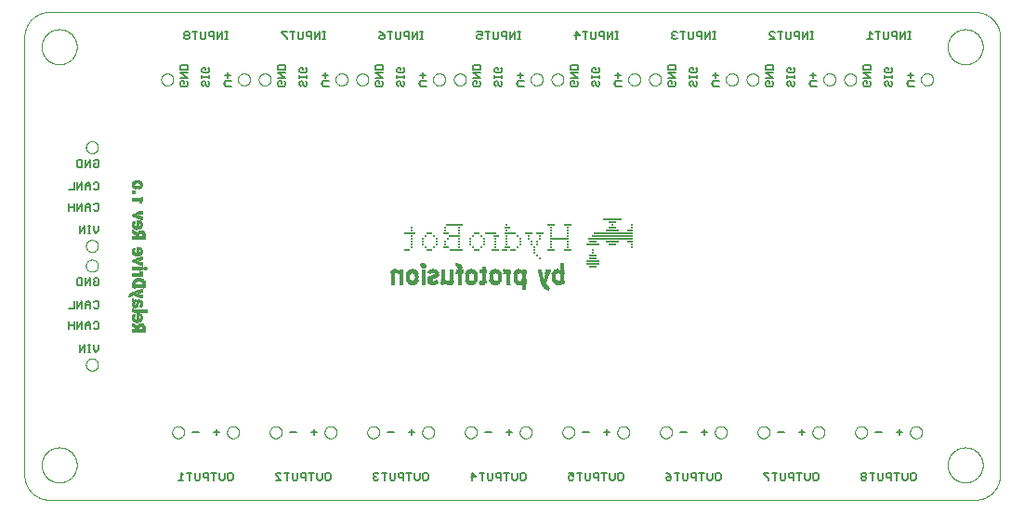
<source format=gbo>
G75*
%MOIN*%
%OFA0B0*%
%FSLAX25Y25*%
%IPPOS*%
%LPD*%
%AMOC8*
5,1,8,0,0,1.08239X$1,22.5*
%
%ADD10C,0.00000*%
%ADD11C,0.00500*%
%ADD12C,0.00800*%
%ADD13R,0.03000X0.01000*%
%ADD14R,0.05000X0.01000*%
%ADD15R,0.01000X0.01000*%
%ADD16R,0.02000X0.01000*%
%ADD17R,0.16000X0.01000*%
%ADD18R,0.07000X0.01000*%
%ADD19R,0.15000X0.01000*%
%ADD20R,0.04000X0.01000*%
%ADD21R,0.14000X0.01000*%
%ADD22R,0.06000X0.01000*%
%ADD23R,0.00140X0.00070*%
%ADD24R,0.00490X0.00070*%
%ADD25R,0.00700X0.00070*%
%ADD26R,0.01610X0.00070*%
%ADD27R,0.00910X0.00070*%
%ADD28R,0.01050X0.00070*%
%ADD29R,0.01610X0.00070*%
%ADD30R,0.01260X0.00070*%
%ADD31R,0.01400X0.00070*%
%ADD32R,0.01470X0.00070*%
%ADD33R,0.01680X0.00070*%
%ADD34R,0.01750X0.00070*%
%ADD35R,0.01820X0.00070*%
%ADD36R,0.01960X0.00070*%
%ADD37R,0.01960X0.00070*%
%ADD38R,0.02030X0.00070*%
%ADD39R,0.02170X0.00070*%
%ADD40R,0.02240X0.00070*%
%ADD41R,0.02240X0.00070*%
%ADD42R,0.02100X0.00070*%
%ADD43R,0.02030X0.00070*%
%ADD44R,0.01890X0.00070*%
%ADD45R,0.01750X0.00070*%
%ADD46R,0.01680X0.00070*%
%ADD47R,0.00770X0.00070*%
%ADD48R,0.01680X0.00070*%
%ADD49R,0.00210X0.00070*%
%ADD50R,0.01190X0.00070*%
%ADD51R,0.01330X0.00070*%
%ADD52R,0.01400X0.00070*%
%ADD53R,0.00420X0.00070*%
%ADD54R,0.01680X0.00070*%
%ADD55R,0.01540X0.00070*%
%ADD56R,0.01540X0.00070*%
%ADD57R,0.01610X0.00070*%
%ADD58R,0.00630X0.00070*%
%ADD59R,0.01820X0.00070*%
%ADD60R,0.02240X0.00070*%
%ADD61R,0.01610X0.00070*%
%ADD62R,0.01890X0.00070*%
%ADD63R,0.01890X0.00070*%
%ADD64R,0.00840X0.00070*%
%ADD65R,0.02170X0.00070*%
%ADD66R,0.01540X0.00070*%
%ADD67R,0.02590X0.00070*%
%ADD68R,0.01960X0.00070*%
%ADD69R,0.02310X0.00070*%
%ADD70R,0.02100X0.00070*%
%ADD71R,0.00910X0.00070*%
%ADD72R,0.02450X0.00070*%
%ADD73R,0.02310X0.00070*%
%ADD74R,0.02870X0.00070*%
%ADD75R,0.03780X0.00070*%
%ADD76R,0.02520X0.00070*%
%ADD77R,0.02520X0.00070*%
%ADD78R,0.02380X0.00070*%
%ADD79R,0.01050X0.00070*%
%ADD80R,0.02730X0.00070*%
%ADD81R,0.03080X0.00070*%
%ADD82R,0.03850X0.00070*%
%ADD83R,0.02310X0.00070*%
%ADD84R,0.02660X0.00070*%
%ADD85R,0.02590X0.00070*%
%ADD86R,0.01120X0.00070*%
%ADD87R,0.02940X0.00070*%
%ADD88R,0.03220X0.00070*%
%ADD89R,0.01820X0.00070*%
%ADD90R,0.03920X0.00070*%
%ADD91R,0.02870X0.00070*%
%ADD92R,0.02730X0.00070*%
%ADD93R,0.01260X0.00070*%
%ADD94R,0.03150X0.00070*%
%ADD95R,0.03430X0.00070*%
%ADD96R,0.01820X0.00070*%
%ADD97R,0.03990X0.00070*%
%ADD98R,0.03010X0.00070*%
%ADD99R,0.02310X0.00070*%
%ADD100R,0.02940X0.00070*%
%ADD101R,0.03360X0.00070*%
%ADD102R,0.03010X0.00070*%
%ADD103R,0.03640X0.00070*%
%ADD104R,0.04060X0.00070*%
%ADD105R,0.02380X0.00070*%
%ADD106R,0.04410X0.00070*%
%ADD107R,0.03500X0.00070*%
%ADD108R,0.03780X0.00070*%
%ADD109R,0.04130X0.00070*%
%ADD110R,0.03290X0.00070*%
%ADD111R,0.04550X0.00070*%
%ADD112R,0.03640X0.00070*%
%ADD113R,0.03290X0.00070*%
%ADD114R,0.03920X0.00070*%
%ADD115R,0.04200X0.00070*%
%ADD116R,0.02380X0.00070*%
%ADD117R,0.03710X0.00070*%
%ADD118R,0.03990X0.00070*%
%ADD119R,0.02030X0.00070*%
%ADD120R,0.04200X0.00070*%
%ADD121R,0.03570X0.00070*%
%ADD122R,0.02380X0.00070*%
%ADD123R,0.04620X0.00070*%
%ADD124R,0.03710X0.00070*%
%ADD125R,0.04060X0.00070*%
%ADD126R,0.04270X0.00070*%
%ADD127R,0.03640X0.00070*%
%ADD128R,0.02170X0.00070*%
%ADD129R,0.04340X0.00070*%
%ADD130R,0.03780X0.00070*%
%ADD131R,0.04480X0.00070*%
%ADD132R,0.03710X0.00070*%
%ADD133R,0.02170X0.00070*%
%ADD134R,0.04340X0.00070*%
%ADD135R,0.04410X0.00070*%
%ADD136R,0.04410X0.00070*%
%ADD137R,0.03920X0.00070*%
%ADD138R,0.04480X0.00070*%
%ADD139R,0.03710X0.00070*%
%ADD140R,0.03640X0.00070*%
%ADD141R,0.03990X0.00070*%
%ADD142R,0.04060X0.00070*%
%ADD143R,0.01330X0.00070*%
%ADD144R,0.00140X0.00070*%
%ADD145R,0.02240X0.00070*%
%ADD146R,0.02450X0.00070*%
%ADD147R,0.01960X0.00070*%
%ADD148R,0.02520X0.00070*%
%ADD149R,0.00560X0.00070*%
%ADD150R,0.00350X0.00070*%
%ADD151R,0.00140X0.00070*%
%ADD152R,0.01540X0.00070*%
%ADD153R,0.00070X0.00070*%
%ADD154R,0.02730X0.00070*%
%ADD155R,0.02870X0.00070*%
%ADD156R,0.01470X0.00070*%
%ADD157R,0.01470X0.00070*%
%ADD158R,0.02800X0.00070*%
%ADD159R,0.01470X0.00070*%
%ADD160R,0.03010X0.00070*%
%ADD161R,0.03080X0.00070*%
%ADD162R,0.02940X0.00070*%
%ADD163R,0.02870X0.00070*%
%ADD164R,0.02730X0.00070*%
%ADD165R,0.00280X0.00070*%
%ADD166R,0.00560X0.00070*%
%ADD167R,0.04480X0.00070*%
%ADD168R,0.01190X0.00070*%
%ADD169R,0.04480X0.00070*%
%ADD170R,0.03990X0.00070*%
%ADD171R,0.02800X0.00070*%
%ADD172R,0.03850X0.00070*%
%ADD173R,0.03920X0.00070*%
%ADD174R,0.04270X0.00070*%
%ADD175R,0.03570X0.00070*%
%ADD176R,0.03500X0.00070*%
%ADD177R,0.04340X0.00070*%
%ADD178R,0.04130X0.00070*%
%ADD179R,0.03430X0.00070*%
%ADD180R,0.03360X0.00070*%
%ADD181R,0.04340X0.00070*%
%ADD182R,0.03150X0.00070*%
%ADD183R,0.03360X0.00070*%
%ADD184R,0.03290X0.00070*%
%ADD185R,0.03010X0.00070*%
%ADD186R,0.02660X0.00070*%
%ADD187R,0.01120X0.00070*%
%ADD188R,0.00980X0.00070*%
%ADD189R,0.02030X0.00070*%
%ADD190R,0.00980X0.00070*%
%ADD191R,0.00630X0.00070*%
%ADD192R,0.01330X0.00070*%
%ADD193R,0.01120X0.00070*%
%ADD194R,0.00490X0.00070*%
%ADD195R,0.00280X0.00070*%
%ADD196R,0.00630X0.00070*%
%ADD197R,0.00840X0.00070*%
%ADD198R,0.00770X0.00070*%
%ADD199R,0.00050X0.00100*%
%ADD200R,0.00050X0.00300*%
%ADD201R,0.00050X0.00500*%
%ADD202R,0.00050X0.00650*%
%ADD203R,0.00050X0.00750*%
%ADD204R,0.00050X0.00900*%
%ADD205R,0.00050X0.01000*%
%ADD206R,0.00050X0.01050*%
%ADD207R,0.00050X0.01150*%
%ADD208R,0.00050X0.01200*%
%ADD209R,0.00050X0.01250*%
%ADD210R,0.00050X0.01300*%
%ADD211R,0.00050X0.01400*%
%ADD212R,0.00050X0.01450*%
%ADD213R,0.00050X0.01550*%
%ADD214R,0.00050X0.01500*%
%ADD215R,0.00050X0.01100*%
%ADD216R,0.00050X0.00550*%
%ADD217R,0.00050X0.00450*%
%ADD218R,0.00050X0.00350*%
%ADD219R,0.00050X0.00950*%
%ADD220R,0.00050X0.00850*%
%ADD221R,0.00050X0.00600*%
%ADD222R,0.00050X0.01600*%
%ADD223R,0.00050X0.00800*%
%ADD224R,0.00050X0.01950*%
%ADD225R,0.00050X0.01700*%
%ADD226R,0.00050X0.02150*%
%ADD227R,0.00050X0.01650*%
%ADD228R,0.00050X0.01850*%
%ADD229R,0.00050X0.02250*%
%ADD230R,0.00050X0.01900*%
%ADD231R,0.00050X0.01750*%
%ADD232R,0.00050X0.02000*%
%ADD233R,0.00050X0.02400*%
%ADD234R,0.00050X0.02050*%
%ADD235R,0.00050X0.02450*%
%ADD236R,0.00050X0.01800*%
%ADD237R,0.00050X0.02550*%
%ADD238R,0.00050X0.02300*%
%ADD239R,0.00050X0.02600*%
%ADD240R,0.00050X0.02500*%
%ADD241R,0.00050X0.01350*%
%ADD242R,0.00050X0.02650*%
%ADD243R,0.00050X0.03050*%
%ADD244R,0.00050X0.02750*%
%ADD245R,0.00050X0.03100*%
%ADD246R,0.00050X0.02800*%
%ADD247R,0.00050X0.02350*%
%ADD248R,0.00050X0.02900*%
%ADD249R,0.00050X0.02850*%
%ADD250R,0.00050X0.02950*%
%ADD251R,0.00050X0.03000*%
%ADD252R,0.00050X0.00200*%
%ADD253R,0.00050X0.00050*%
%ADD254R,0.00050X0.03200*%
%ADD255R,0.00050X0.03250*%
%ADD256R,0.00050X0.02100*%
%ADD257R,0.00050X0.02700*%
%ADD258R,0.00050X0.03150*%
%ADD259R,0.00050X0.00150*%
%ADD260R,0.00050X0.00700*%
D10*
X0092333Y0346588D02*
X0424333Y0346588D01*
X0424550Y0346591D01*
X0424768Y0346599D01*
X0424985Y0346612D01*
X0425202Y0346630D01*
X0425418Y0346654D01*
X0425633Y0346682D01*
X0425848Y0346716D01*
X0426062Y0346756D01*
X0426275Y0346800D01*
X0426487Y0346850D01*
X0426697Y0346904D01*
X0426907Y0346964D01*
X0427114Y0347028D01*
X0427320Y0347098D01*
X0427524Y0347173D01*
X0427727Y0347252D01*
X0427927Y0347337D01*
X0428126Y0347426D01*
X0428322Y0347520D01*
X0428516Y0347619D01*
X0428707Y0347722D01*
X0428896Y0347830D01*
X0429082Y0347943D01*
X0429265Y0348060D01*
X0429446Y0348181D01*
X0429623Y0348307D01*
X0429797Y0348437D01*
X0429969Y0348571D01*
X0430137Y0348709D01*
X0430301Y0348851D01*
X0430462Y0348998D01*
X0430620Y0349148D01*
X0430773Y0349301D01*
X0430923Y0349459D01*
X0431070Y0349620D01*
X0431212Y0349784D01*
X0431350Y0349952D01*
X0431484Y0350124D01*
X0431614Y0350298D01*
X0431740Y0350475D01*
X0431861Y0350656D01*
X0431978Y0350839D01*
X0432091Y0351025D01*
X0432199Y0351214D01*
X0432302Y0351405D01*
X0432401Y0351599D01*
X0432495Y0351795D01*
X0432584Y0351994D01*
X0432669Y0352194D01*
X0432748Y0352397D01*
X0432823Y0352601D01*
X0432893Y0352807D01*
X0432957Y0353014D01*
X0433017Y0353224D01*
X0433071Y0353434D01*
X0433121Y0353646D01*
X0433165Y0353859D01*
X0433205Y0354073D01*
X0433239Y0354288D01*
X0433267Y0354503D01*
X0433291Y0354719D01*
X0433309Y0354936D01*
X0433322Y0355153D01*
X0433330Y0355371D01*
X0433333Y0355588D01*
X0433333Y0512588D01*
X0433330Y0512805D01*
X0433322Y0513023D01*
X0433309Y0513240D01*
X0433291Y0513457D01*
X0433267Y0513673D01*
X0433239Y0513888D01*
X0433205Y0514103D01*
X0433165Y0514317D01*
X0433121Y0514530D01*
X0433071Y0514742D01*
X0433017Y0514952D01*
X0432957Y0515162D01*
X0432893Y0515369D01*
X0432823Y0515575D01*
X0432748Y0515779D01*
X0432669Y0515982D01*
X0432584Y0516182D01*
X0432495Y0516381D01*
X0432401Y0516577D01*
X0432302Y0516771D01*
X0432199Y0516962D01*
X0432091Y0517151D01*
X0431978Y0517337D01*
X0431861Y0517520D01*
X0431740Y0517701D01*
X0431614Y0517878D01*
X0431484Y0518052D01*
X0431350Y0518224D01*
X0431212Y0518392D01*
X0431070Y0518556D01*
X0430923Y0518717D01*
X0430773Y0518875D01*
X0430620Y0519028D01*
X0430462Y0519178D01*
X0430301Y0519325D01*
X0430137Y0519467D01*
X0429969Y0519605D01*
X0429797Y0519739D01*
X0429623Y0519869D01*
X0429446Y0519995D01*
X0429265Y0520116D01*
X0429082Y0520233D01*
X0428896Y0520346D01*
X0428707Y0520454D01*
X0428516Y0520557D01*
X0428322Y0520656D01*
X0428126Y0520750D01*
X0427927Y0520839D01*
X0427727Y0520924D01*
X0427524Y0521003D01*
X0427320Y0521078D01*
X0427114Y0521148D01*
X0426907Y0521212D01*
X0426697Y0521272D01*
X0426487Y0521326D01*
X0426275Y0521376D01*
X0426062Y0521420D01*
X0425848Y0521460D01*
X0425633Y0521494D01*
X0425418Y0521522D01*
X0425202Y0521546D01*
X0424985Y0521564D01*
X0424768Y0521577D01*
X0424550Y0521585D01*
X0424333Y0521588D01*
X0092333Y0521588D01*
X0092116Y0521585D01*
X0091898Y0521577D01*
X0091681Y0521564D01*
X0091464Y0521546D01*
X0091248Y0521522D01*
X0091033Y0521494D01*
X0090818Y0521460D01*
X0090604Y0521420D01*
X0090391Y0521376D01*
X0090179Y0521326D01*
X0089969Y0521272D01*
X0089759Y0521212D01*
X0089552Y0521148D01*
X0089346Y0521078D01*
X0089142Y0521003D01*
X0088939Y0520924D01*
X0088739Y0520839D01*
X0088540Y0520750D01*
X0088344Y0520656D01*
X0088150Y0520557D01*
X0087959Y0520454D01*
X0087770Y0520346D01*
X0087584Y0520233D01*
X0087401Y0520116D01*
X0087220Y0519995D01*
X0087043Y0519869D01*
X0086869Y0519739D01*
X0086697Y0519605D01*
X0086529Y0519467D01*
X0086365Y0519325D01*
X0086204Y0519178D01*
X0086046Y0519028D01*
X0085893Y0518875D01*
X0085743Y0518717D01*
X0085596Y0518556D01*
X0085454Y0518392D01*
X0085316Y0518224D01*
X0085182Y0518052D01*
X0085052Y0517878D01*
X0084926Y0517701D01*
X0084805Y0517520D01*
X0084688Y0517337D01*
X0084575Y0517151D01*
X0084467Y0516962D01*
X0084364Y0516771D01*
X0084265Y0516577D01*
X0084171Y0516381D01*
X0084082Y0516182D01*
X0083997Y0515982D01*
X0083918Y0515779D01*
X0083843Y0515575D01*
X0083773Y0515369D01*
X0083709Y0515162D01*
X0083649Y0514952D01*
X0083595Y0514742D01*
X0083545Y0514530D01*
X0083501Y0514317D01*
X0083461Y0514103D01*
X0083427Y0513888D01*
X0083399Y0513673D01*
X0083375Y0513457D01*
X0083357Y0513240D01*
X0083344Y0513023D01*
X0083336Y0512805D01*
X0083333Y0512588D01*
X0083333Y0355588D01*
X0083336Y0355371D01*
X0083344Y0355153D01*
X0083357Y0354936D01*
X0083375Y0354719D01*
X0083399Y0354503D01*
X0083427Y0354288D01*
X0083461Y0354073D01*
X0083501Y0353859D01*
X0083545Y0353646D01*
X0083595Y0353434D01*
X0083649Y0353224D01*
X0083709Y0353014D01*
X0083773Y0352807D01*
X0083843Y0352601D01*
X0083918Y0352397D01*
X0083997Y0352194D01*
X0084082Y0351994D01*
X0084171Y0351795D01*
X0084265Y0351599D01*
X0084364Y0351405D01*
X0084467Y0351214D01*
X0084575Y0351025D01*
X0084688Y0350839D01*
X0084805Y0350656D01*
X0084926Y0350475D01*
X0085052Y0350298D01*
X0085182Y0350124D01*
X0085316Y0349952D01*
X0085454Y0349784D01*
X0085596Y0349620D01*
X0085743Y0349459D01*
X0085893Y0349301D01*
X0086046Y0349148D01*
X0086204Y0348998D01*
X0086365Y0348851D01*
X0086529Y0348709D01*
X0086697Y0348571D01*
X0086869Y0348437D01*
X0087043Y0348307D01*
X0087220Y0348181D01*
X0087401Y0348060D01*
X0087584Y0347943D01*
X0087770Y0347830D01*
X0087959Y0347722D01*
X0088150Y0347619D01*
X0088344Y0347520D01*
X0088540Y0347426D01*
X0088739Y0347337D01*
X0088939Y0347252D01*
X0089142Y0347173D01*
X0089346Y0347098D01*
X0089552Y0347028D01*
X0089759Y0346964D01*
X0089969Y0346904D01*
X0090179Y0346850D01*
X0090391Y0346800D01*
X0090604Y0346756D01*
X0090818Y0346716D01*
X0091033Y0346682D01*
X0091248Y0346654D01*
X0091464Y0346630D01*
X0091681Y0346612D01*
X0091898Y0346599D01*
X0092116Y0346591D01*
X0092333Y0346588D01*
X0089534Y0359088D02*
X0089536Y0359246D01*
X0089542Y0359404D01*
X0089552Y0359562D01*
X0089566Y0359720D01*
X0089584Y0359877D01*
X0089605Y0360034D01*
X0089631Y0360190D01*
X0089661Y0360346D01*
X0089694Y0360501D01*
X0089732Y0360654D01*
X0089773Y0360807D01*
X0089818Y0360959D01*
X0089867Y0361110D01*
X0089920Y0361259D01*
X0089976Y0361407D01*
X0090036Y0361553D01*
X0090100Y0361698D01*
X0090168Y0361841D01*
X0090239Y0361983D01*
X0090313Y0362123D01*
X0090391Y0362260D01*
X0090473Y0362396D01*
X0090557Y0362530D01*
X0090646Y0362661D01*
X0090737Y0362790D01*
X0090832Y0362917D01*
X0090929Y0363042D01*
X0091030Y0363164D01*
X0091134Y0363283D01*
X0091241Y0363400D01*
X0091351Y0363514D01*
X0091464Y0363625D01*
X0091579Y0363734D01*
X0091697Y0363839D01*
X0091818Y0363941D01*
X0091941Y0364041D01*
X0092067Y0364137D01*
X0092195Y0364230D01*
X0092325Y0364320D01*
X0092458Y0364406D01*
X0092593Y0364490D01*
X0092729Y0364569D01*
X0092868Y0364646D01*
X0093009Y0364718D01*
X0093151Y0364788D01*
X0093295Y0364853D01*
X0093441Y0364915D01*
X0093588Y0364973D01*
X0093737Y0365028D01*
X0093887Y0365079D01*
X0094038Y0365126D01*
X0094190Y0365169D01*
X0094343Y0365208D01*
X0094498Y0365244D01*
X0094653Y0365275D01*
X0094809Y0365303D01*
X0094965Y0365327D01*
X0095122Y0365347D01*
X0095280Y0365363D01*
X0095437Y0365375D01*
X0095596Y0365383D01*
X0095754Y0365387D01*
X0095912Y0365387D01*
X0096070Y0365383D01*
X0096229Y0365375D01*
X0096386Y0365363D01*
X0096544Y0365347D01*
X0096701Y0365327D01*
X0096857Y0365303D01*
X0097013Y0365275D01*
X0097168Y0365244D01*
X0097323Y0365208D01*
X0097476Y0365169D01*
X0097628Y0365126D01*
X0097779Y0365079D01*
X0097929Y0365028D01*
X0098078Y0364973D01*
X0098225Y0364915D01*
X0098371Y0364853D01*
X0098515Y0364788D01*
X0098657Y0364718D01*
X0098798Y0364646D01*
X0098937Y0364569D01*
X0099073Y0364490D01*
X0099208Y0364406D01*
X0099341Y0364320D01*
X0099471Y0364230D01*
X0099599Y0364137D01*
X0099725Y0364041D01*
X0099848Y0363941D01*
X0099969Y0363839D01*
X0100087Y0363734D01*
X0100202Y0363625D01*
X0100315Y0363514D01*
X0100425Y0363400D01*
X0100532Y0363283D01*
X0100636Y0363164D01*
X0100737Y0363042D01*
X0100834Y0362917D01*
X0100929Y0362790D01*
X0101020Y0362661D01*
X0101109Y0362530D01*
X0101193Y0362396D01*
X0101275Y0362260D01*
X0101353Y0362123D01*
X0101427Y0361983D01*
X0101498Y0361841D01*
X0101566Y0361698D01*
X0101630Y0361553D01*
X0101690Y0361407D01*
X0101746Y0361259D01*
X0101799Y0361110D01*
X0101848Y0360959D01*
X0101893Y0360807D01*
X0101934Y0360654D01*
X0101972Y0360501D01*
X0102005Y0360346D01*
X0102035Y0360190D01*
X0102061Y0360034D01*
X0102082Y0359877D01*
X0102100Y0359720D01*
X0102114Y0359562D01*
X0102124Y0359404D01*
X0102130Y0359246D01*
X0102132Y0359088D01*
X0102130Y0358930D01*
X0102124Y0358772D01*
X0102114Y0358614D01*
X0102100Y0358456D01*
X0102082Y0358299D01*
X0102061Y0358142D01*
X0102035Y0357986D01*
X0102005Y0357830D01*
X0101972Y0357675D01*
X0101934Y0357522D01*
X0101893Y0357369D01*
X0101848Y0357217D01*
X0101799Y0357066D01*
X0101746Y0356917D01*
X0101690Y0356769D01*
X0101630Y0356623D01*
X0101566Y0356478D01*
X0101498Y0356335D01*
X0101427Y0356193D01*
X0101353Y0356053D01*
X0101275Y0355916D01*
X0101193Y0355780D01*
X0101109Y0355646D01*
X0101020Y0355515D01*
X0100929Y0355386D01*
X0100834Y0355259D01*
X0100737Y0355134D01*
X0100636Y0355012D01*
X0100532Y0354893D01*
X0100425Y0354776D01*
X0100315Y0354662D01*
X0100202Y0354551D01*
X0100087Y0354442D01*
X0099969Y0354337D01*
X0099848Y0354235D01*
X0099725Y0354135D01*
X0099599Y0354039D01*
X0099471Y0353946D01*
X0099341Y0353856D01*
X0099208Y0353770D01*
X0099073Y0353686D01*
X0098937Y0353607D01*
X0098798Y0353530D01*
X0098657Y0353458D01*
X0098515Y0353388D01*
X0098371Y0353323D01*
X0098225Y0353261D01*
X0098078Y0353203D01*
X0097929Y0353148D01*
X0097779Y0353097D01*
X0097628Y0353050D01*
X0097476Y0353007D01*
X0097323Y0352968D01*
X0097168Y0352932D01*
X0097013Y0352901D01*
X0096857Y0352873D01*
X0096701Y0352849D01*
X0096544Y0352829D01*
X0096386Y0352813D01*
X0096229Y0352801D01*
X0096070Y0352793D01*
X0095912Y0352789D01*
X0095754Y0352789D01*
X0095596Y0352793D01*
X0095437Y0352801D01*
X0095280Y0352813D01*
X0095122Y0352829D01*
X0094965Y0352849D01*
X0094809Y0352873D01*
X0094653Y0352901D01*
X0094498Y0352932D01*
X0094343Y0352968D01*
X0094190Y0353007D01*
X0094038Y0353050D01*
X0093887Y0353097D01*
X0093737Y0353148D01*
X0093588Y0353203D01*
X0093441Y0353261D01*
X0093295Y0353323D01*
X0093151Y0353388D01*
X0093009Y0353458D01*
X0092868Y0353530D01*
X0092729Y0353607D01*
X0092593Y0353686D01*
X0092458Y0353770D01*
X0092325Y0353856D01*
X0092195Y0353946D01*
X0092067Y0354039D01*
X0091941Y0354135D01*
X0091818Y0354235D01*
X0091697Y0354337D01*
X0091579Y0354442D01*
X0091464Y0354551D01*
X0091351Y0354662D01*
X0091241Y0354776D01*
X0091134Y0354893D01*
X0091030Y0355012D01*
X0090929Y0355134D01*
X0090832Y0355259D01*
X0090737Y0355386D01*
X0090646Y0355515D01*
X0090557Y0355646D01*
X0090473Y0355780D01*
X0090391Y0355916D01*
X0090313Y0356053D01*
X0090239Y0356193D01*
X0090168Y0356335D01*
X0090100Y0356478D01*
X0090036Y0356623D01*
X0089976Y0356769D01*
X0089920Y0356917D01*
X0089867Y0357066D01*
X0089818Y0357217D01*
X0089773Y0357369D01*
X0089732Y0357522D01*
X0089694Y0357675D01*
X0089661Y0357830D01*
X0089631Y0357986D01*
X0089605Y0358142D01*
X0089584Y0358299D01*
X0089566Y0358456D01*
X0089552Y0358614D01*
X0089542Y0358772D01*
X0089536Y0358930D01*
X0089534Y0359088D01*
X0105401Y0395122D02*
X0105403Y0395215D01*
X0105409Y0395307D01*
X0105419Y0395399D01*
X0105433Y0395490D01*
X0105450Y0395581D01*
X0105472Y0395671D01*
X0105497Y0395760D01*
X0105526Y0395848D01*
X0105559Y0395934D01*
X0105596Y0396019D01*
X0105636Y0396103D01*
X0105680Y0396184D01*
X0105727Y0396264D01*
X0105777Y0396342D01*
X0105831Y0396417D01*
X0105888Y0396490D01*
X0105948Y0396560D01*
X0106011Y0396628D01*
X0106077Y0396693D01*
X0106145Y0396755D01*
X0106216Y0396815D01*
X0106290Y0396871D01*
X0106366Y0396924D01*
X0106444Y0396973D01*
X0106524Y0397020D01*
X0106606Y0397062D01*
X0106690Y0397102D01*
X0106775Y0397137D01*
X0106862Y0397169D01*
X0106950Y0397198D01*
X0107039Y0397222D01*
X0107129Y0397243D01*
X0107220Y0397259D01*
X0107312Y0397272D01*
X0107404Y0397281D01*
X0107497Y0397286D01*
X0107589Y0397287D01*
X0107682Y0397284D01*
X0107774Y0397277D01*
X0107866Y0397266D01*
X0107957Y0397251D01*
X0108048Y0397233D01*
X0108138Y0397210D01*
X0108226Y0397184D01*
X0108314Y0397154D01*
X0108400Y0397120D01*
X0108484Y0397083D01*
X0108567Y0397041D01*
X0108648Y0396997D01*
X0108728Y0396949D01*
X0108805Y0396898D01*
X0108879Y0396843D01*
X0108952Y0396785D01*
X0109022Y0396725D01*
X0109089Y0396661D01*
X0109153Y0396595D01*
X0109215Y0396525D01*
X0109273Y0396454D01*
X0109328Y0396380D01*
X0109380Y0396303D01*
X0109429Y0396224D01*
X0109475Y0396144D01*
X0109517Y0396061D01*
X0109555Y0395977D01*
X0109590Y0395891D01*
X0109621Y0395804D01*
X0109648Y0395716D01*
X0109671Y0395626D01*
X0109691Y0395536D01*
X0109707Y0395445D01*
X0109719Y0395353D01*
X0109727Y0395261D01*
X0109731Y0395168D01*
X0109731Y0395076D01*
X0109727Y0394983D01*
X0109719Y0394891D01*
X0109707Y0394799D01*
X0109691Y0394708D01*
X0109671Y0394618D01*
X0109648Y0394528D01*
X0109621Y0394440D01*
X0109590Y0394353D01*
X0109555Y0394267D01*
X0109517Y0394183D01*
X0109475Y0394100D01*
X0109429Y0394020D01*
X0109380Y0393941D01*
X0109328Y0393864D01*
X0109273Y0393790D01*
X0109215Y0393719D01*
X0109153Y0393649D01*
X0109089Y0393583D01*
X0109022Y0393519D01*
X0108952Y0393459D01*
X0108879Y0393401D01*
X0108805Y0393346D01*
X0108728Y0393295D01*
X0108649Y0393247D01*
X0108567Y0393203D01*
X0108484Y0393161D01*
X0108400Y0393124D01*
X0108314Y0393090D01*
X0108226Y0393060D01*
X0108138Y0393034D01*
X0108048Y0393011D01*
X0107957Y0392993D01*
X0107866Y0392978D01*
X0107774Y0392967D01*
X0107682Y0392960D01*
X0107589Y0392957D01*
X0107497Y0392958D01*
X0107404Y0392963D01*
X0107312Y0392972D01*
X0107220Y0392985D01*
X0107129Y0393001D01*
X0107039Y0393022D01*
X0106950Y0393046D01*
X0106862Y0393075D01*
X0106775Y0393107D01*
X0106690Y0393142D01*
X0106606Y0393182D01*
X0106524Y0393224D01*
X0106444Y0393271D01*
X0106366Y0393320D01*
X0106290Y0393373D01*
X0106216Y0393429D01*
X0106145Y0393489D01*
X0106077Y0393551D01*
X0106011Y0393616D01*
X0105948Y0393684D01*
X0105888Y0393754D01*
X0105831Y0393827D01*
X0105777Y0393902D01*
X0105727Y0393980D01*
X0105680Y0394060D01*
X0105636Y0394141D01*
X0105596Y0394225D01*
X0105559Y0394310D01*
X0105526Y0394396D01*
X0105497Y0394484D01*
X0105472Y0394573D01*
X0105450Y0394663D01*
X0105433Y0394754D01*
X0105419Y0394845D01*
X0105409Y0394937D01*
X0105403Y0395029D01*
X0105401Y0395122D01*
X0105401Y0430555D02*
X0105403Y0430648D01*
X0105409Y0430740D01*
X0105419Y0430832D01*
X0105433Y0430923D01*
X0105450Y0431014D01*
X0105472Y0431104D01*
X0105497Y0431193D01*
X0105526Y0431281D01*
X0105559Y0431367D01*
X0105596Y0431452D01*
X0105636Y0431536D01*
X0105680Y0431617D01*
X0105727Y0431697D01*
X0105777Y0431775D01*
X0105831Y0431850D01*
X0105888Y0431923D01*
X0105948Y0431993D01*
X0106011Y0432061D01*
X0106077Y0432126D01*
X0106145Y0432188D01*
X0106216Y0432248D01*
X0106290Y0432304D01*
X0106366Y0432357D01*
X0106444Y0432406D01*
X0106524Y0432453D01*
X0106606Y0432495D01*
X0106690Y0432535D01*
X0106775Y0432570D01*
X0106862Y0432602D01*
X0106950Y0432631D01*
X0107039Y0432655D01*
X0107129Y0432676D01*
X0107220Y0432692D01*
X0107312Y0432705D01*
X0107404Y0432714D01*
X0107497Y0432719D01*
X0107589Y0432720D01*
X0107682Y0432717D01*
X0107774Y0432710D01*
X0107866Y0432699D01*
X0107957Y0432684D01*
X0108048Y0432666D01*
X0108138Y0432643D01*
X0108226Y0432617D01*
X0108314Y0432587D01*
X0108400Y0432553D01*
X0108484Y0432516D01*
X0108567Y0432474D01*
X0108648Y0432430D01*
X0108728Y0432382D01*
X0108805Y0432331D01*
X0108879Y0432276D01*
X0108952Y0432218D01*
X0109022Y0432158D01*
X0109089Y0432094D01*
X0109153Y0432028D01*
X0109215Y0431958D01*
X0109273Y0431887D01*
X0109328Y0431813D01*
X0109380Y0431736D01*
X0109429Y0431657D01*
X0109475Y0431577D01*
X0109517Y0431494D01*
X0109555Y0431410D01*
X0109590Y0431324D01*
X0109621Y0431237D01*
X0109648Y0431149D01*
X0109671Y0431059D01*
X0109691Y0430969D01*
X0109707Y0430878D01*
X0109719Y0430786D01*
X0109727Y0430694D01*
X0109731Y0430601D01*
X0109731Y0430509D01*
X0109727Y0430416D01*
X0109719Y0430324D01*
X0109707Y0430232D01*
X0109691Y0430141D01*
X0109671Y0430051D01*
X0109648Y0429961D01*
X0109621Y0429873D01*
X0109590Y0429786D01*
X0109555Y0429700D01*
X0109517Y0429616D01*
X0109475Y0429533D01*
X0109429Y0429453D01*
X0109380Y0429374D01*
X0109328Y0429297D01*
X0109273Y0429223D01*
X0109215Y0429152D01*
X0109153Y0429082D01*
X0109089Y0429016D01*
X0109022Y0428952D01*
X0108952Y0428892D01*
X0108879Y0428834D01*
X0108805Y0428779D01*
X0108728Y0428728D01*
X0108649Y0428680D01*
X0108567Y0428636D01*
X0108484Y0428594D01*
X0108400Y0428557D01*
X0108314Y0428523D01*
X0108226Y0428493D01*
X0108138Y0428467D01*
X0108048Y0428444D01*
X0107957Y0428426D01*
X0107866Y0428411D01*
X0107774Y0428400D01*
X0107682Y0428393D01*
X0107589Y0428390D01*
X0107497Y0428391D01*
X0107404Y0428396D01*
X0107312Y0428405D01*
X0107220Y0428418D01*
X0107129Y0428434D01*
X0107039Y0428455D01*
X0106950Y0428479D01*
X0106862Y0428508D01*
X0106775Y0428540D01*
X0106690Y0428575D01*
X0106606Y0428615D01*
X0106524Y0428657D01*
X0106444Y0428704D01*
X0106366Y0428753D01*
X0106290Y0428806D01*
X0106216Y0428862D01*
X0106145Y0428922D01*
X0106077Y0428984D01*
X0106011Y0429049D01*
X0105948Y0429117D01*
X0105888Y0429187D01*
X0105831Y0429260D01*
X0105777Y0429335D01*
X0105727Y0429413D01*
X0105680Y0429493D01*
X0105636Y0429574D01*
X0105596Y0429658D01*
X0105559Y0429743D01*
X0105526Y0429829D01*
X0105497Y0429917D01*
X0105472Y0430006D01*
X0105450Y0430096D01*
X0105433Y0430187D01*
X0105419Y0430278D01*
X0105409Y0430370D01*
X0105403Y0430462D01*
X0105401Y0430555D01*
X0105401Y0437622D02*
X0105403Y0437715D01*
X0105409Y0437807D01*
X0105419Y0437899D01*
X0105433Y0437990D01*
X0105450Y0438081D01*
X0105472Y0438171D01*
X0105497Y0438260D01*
X0105526Y0438348D01*
X0105559Y0438434D01*
X0105596Y0438519D01*
X0105636Y0438603D01*
X0105680Y0438684D01*
X0105727Y0438764D01*
X0105777Y0438842D01*
X0105831Y0438917D01*
X0105888Y0438990D01*
X0105948Y0439060D01*
X0106011Y0439128D01*
X0106077Y0439193D01*
X0106145Y0439255D01*
X0106216Y0439315D01*
X0106290Y0439371D01*
X0106366Y0439424D01*
X0106444Y0439473D01*
X0106524Y0439520D01*
X0106606Y0439562D01*
X0106690Y0439602D01*
X0106775Y0439637D01*
X0106862Y0439669D01*
X0106950Y0439698D01*
X0107039Y0439722D01*
X0107129Y0439743D01*
X0107220Y0439759D01*
X0107312Y0439772D01*
X0107404Y0439781D01*
X0107497Y0439786D01*
X0107589Y0439787D01*
X0107682Y0439784D01*
X0107774Y0439777D01*
X0107866Y0439766D01*
X0107957Y0439751D01*
X0108048Y0439733D01*
X0108138Y0439710D01*
X0108226Y0439684D01*
X0108314Y0439654D01*
X0108400Y0439620D01*
X0108484Y0439583D01*
X0108567Y0439541D01*
X0108648Y0439497D01*
X0108728Y0439449D01*
X0108805Y0439398D01*
X0108879Y0439343D01*
X0108952Y0439285D01*
X0109022Y0439225D01*
X0109089Y0439161D01*
X0109153Y0439095D01*
X0109215Y0439025D01*
X0109273Y0438954D01*
X0109328Y0438880D01*
X0109380Y0438803D01*
X0109429Y0438724D01*
X0109475Y0438644D01*
X0109517Y0438561D01*
X0109555Y0438477D01*
X0109590Y0438391D01*
X0109621Y0438304D01*
X0109648Y0438216D01*
X0109671Y0438126D01*
X0109691Y0438036D01*
X0109707Y0437945D01*
X0109719Y0437853D01*
X0109727Y0437761D01*
X0109731Y0437668D01*
X0109731Y0437576D01*
X0109727Y0437483D01*
X0109719Y0437391D01*
X0109707Y0437299D01*
X0109691Y0437208D01*
X0109671Y0437118D01*
X0109648Y0437028D01*
X0109621Y0436940D01*
X0109590Y0436853D01*
X0109555Y0436767D01*
X0109517Y0436683D01*
X0109475Y0436600D01*
X0109429Y0436520D01*
X0109380Y0436441D01*
X0109328Y0436364D01*
X0109273Y0436290D01*
X0109215Y0436219D01*
X0109153Y0436149D01*
X0109089Y0436083D01*
X0109022Y0436019D01*
X0108952Y0435959D01*
X0108879Y0435901D01*
X0108805Y0435846D01*
X0108728Y0435795D01*
X0108649Y0435747D01*
X0108567Y0435703D01*
X0108484Y0435661D01*
X0108400Y0435624D01*
X0108314Y0435590D01*
X0108226Y0435560D01*
X0108138Y0435534D01*
X0108048Y0435511D01*
X0107957Y0435493D01*
X0107866Y0435478D01*
X0107774Y0435467D01*
X0107682Y0435460D01*
X0107589Y0435457D01*
X0107497Y0435458D01*
X0107404Y0435463D01*
X0107312Y0435472D01*
X0107220Y0435485D01*
X0107129Y0435501D01*
X0107039Y0435522D01*
X0106950Y0435546D01*
X0106862Y0435575D01*
X0106775Y0435607D01*
X0106690Y0435642D01*
X0106606Y0435682D01*
X0106524Y0435724D01*
X0106444Y0435771D01*
X0106366Y0435820D01*
X0106290Y0435873D01*
X0106216Y0435929D01*
X0106145Y0435989D01*
X0106077Y0436051D01*
X0106011Y0436116D01*
X0105948Y0436184D01*
X0105888Y0436254D01*
X0105831Y0436327D01*
X0105777Y0436402D01*
X0105727Y0436480D01*
X0105680Y0436560D01*
X0105636Y0436641D01*
X0105596Y0436725D01*
X0105559Y0436810D01*
X0105526Y0436896D01*
X0105497Y0436984D01*
X0105472Y0437073D01*
X0105450Y0437163D01*
X0105433Y0437254D01*
X0105419Y0437345D01*
X0105409Y0437437D01*
X0105403Y0437529D01*
X0105401Y0437622D01*
X0105401Y0473055D02*
X0105403Y0473148D01*
X0105409Y0473240D01*
X0105419Y0473332D01*
X0105433Y0473423D01*
X0105450Y0473514D01*
X0105472Y0473604D01*
X0105497Y0473693D01*
X0105526Y0473781D01*
X0105559Y0473867D01*
X0105596Y0473952D01*
X0105636Y0474036D01*
X0105680Y0474117D01*
X0105727Y0474197D01*
X0105777Y0474275D01*
X0105831Y0474350D01*
X0105888Y0474423D01*
X0105948Y0474493D01*
X0106011Y0474561D01*
X0106077Y0474626D01*
X0106145Y0474688D01*
X0106216Y0474748D01*
X0106290Y0474804D01*
X0106366Y0474857D01*
X0106444Y0474906D01*
X0106524Y0474953D01*
X0106606Y0474995D01*
X0106690Y0475035D01*
X0106775Y0475070D01*
X0106862Y0475102D01*
X0106950Y0475131D01*
X0107039Y0475155D01*
X0107129Y0475176D01*
X0107220Y0475192D01*
X0107312Y0475205D01*
X0107404Y0475214D01*
X0107497Y0475219D01*
X0107589Y0475220D01*
X0107682Y0475217D01*
X0107774Y0475210D01*
X0107866Y0475199D01*
X0107957Y0475184D01*
X0108048Y0475166D01*
X0108138Y0475143D01*
X0108226Y0475117D01*
X0108314Y0475087D01*
X0108400Y0475053D01*
X0108484Y0475016D01*
X0108567Y0474974D01*
X0108648Y0474930D01*
X0108728Y0474882D01*
X0108805Y0474831D01*
X0108879Y0474776D01*
X0108952Y0474718D01*
X0109022Y0474658D01*
X0109089Y0474594D01*
X0109153Y0474528D01*
X0109215Y0474458D01*
X0109273Y0474387D01*
X0109328Y0474313D01*
X0109380Y0474236D01*
X0109429Y0474157D01*
X0109475Y0474077D01*
X0109517Y0473994D01*
X0109555Y0473910D01*
X0109590Y0473824D01*
X0109621Y0473737D01*
X0109648Y0473649D01*
X0109671Y0473559D01*
X0109691Y0473469D01*
X0109707Y0473378D01*
X0109719Y0473286D01*
X0109727Y0473194D01*
X0109731Y0473101D01*
X0109731Y0473009D01*
X0109727Y0472916D01*
X0109719Y0472824D01*
X0109707Y0472732D01*
X0109691Y0472641D01*
X0109671Y0472551D01*
X0109648Y0472461D01*
X0109621Y0472373D01*
X0109590Y0472286D01*
X0109555Y0472200D01*
X0109517Y0472116D01*
X0109475Y0472033D01*
X0109429Y0471953D01*
X0109380Y0471874D01*
X0109328Y0471797D01*
X0109273Y0471723D01*
X0109215Y0471652D01*
X0109153Y0471582D01*
X0109089Y0471516D01*
X0109022Y0471452D01*
X0108952Y0471392D01*
X0108879Y0471334D01*
X0108805Y0471279D01*
X0108728Y0471228D01*
X0108649Y0471180D01*
X0108567Y0471136D01*
X0108484Y0471094D01*
X0108400Y0471057D01*
X0108314Y0471023D01*
X0108226Y0470993D01*
X0108138Y0470967D01*
X0108048Y0470944D01*
X0107957Y0470926D01*
X0107866Y0470911D01*
X0107774Y0470900D01*
X0107682Y0470893D01*
X0107589Y0470890D01*
X0107497Y0470891D01*
X0107404Y0470896D01*
X0107312Y0470905D01*
X0107220Y0470918D01*
X0107129Y0470934D01*
X0107039Y0470955D01*
X0106950Y0470979D01*
X0106862Y0471008D01*
X0106775Y0471040D01*
X0106690Y0471075D01*
X0106606Y0471115D01*
X0106524Y0471157D01*
X0106444Y0471204D01*
X0106366Y0471253D01*
X0106290Y0471306D01*
X0106216Y0471362D01*
X0106145Y0471422D01*
X0106077Y0471484D01*
X0106011Y0471549D01*
X0105948Y0471617D01*
X0105888Y0471687D01*
X0105831Y0471760D01*
X0105777Y0471835D01*
X0105727Y0471913D01*
X0105680Y0471993D01*
X0105636Y0472074D01*
X0105596Y0472158D01*
X0105559Y0472243D01*
X0105526Y0472329D01*
X0105497Y0472417D01*
X0105472Y0472506D01*
X0105450Y0472596D01*
X0105433Y0472687D01*
X0105419Y0472778D01*
X0105409Y0472870D01*
X0105403Y0472962D01*
X0105401Y0473055D01*
X0132389Y0497356D02*
X0132391Y0497449D01*
X0132397Y0497541D01*
X0132407Y0497633D01*
X0132421Y0497724D01*
X0132438Y0497815D01*
X0132460Y0497905D01*
X0132485Y0497994D01*
X0132514Y0498082D01*
X0132547Y0498168D01*
X0132584Y0498253D01*
X0132624Y0498337D01*
X0132668Y0498418D01*
X0132715Y0498498D01*
X0132765Y0498576D01*
X0132819Y0498651D01*
X0132876Y0498724D01*
X0132936Y0498794D01*
X0132999Y0498862D01*
X0133065Y0498927D01*
X0133133Y0498989D01*
X0133204Y0499049D01*
X0133278Y0499105D01*
X0133354Y0499158D01*
X0133432Y0499207D01*
X0133512Y0499254D01*
X0133594Y0499296D01*
X0133678Y0499336D01*
X0133763Y0499371D01*
X0133850Y0499403D01*
X0133938Y0499432D01*
X0134027Y0499456D01*
X0134117Y0499477D01*
X0134208Y0499493D01*
X0134300Y0499506D01*
X0134392Y0499515D01*
X0134485Y0499520D01*
X0134577Y0499521D01*
X0134670Y0499518D01*
X0134762Y0499511D01*
X0134854Y0499500D01*
X0134945Y0499485D01*
X0135036Y0499467D01*
X0135126Y0499444D01*
X0135214Y0499418D01*
X0135302Y0499388D01*
X0135388Y0499354D01*
X0135472Y0499317D01*
X0135555Y0499275D01*
X0135636Y0499231D01*
X0135716Y0499183D01*
X0135793Y0499132D01*
X0135867Y0499077D01*
X0135940Y0499019D01*
X0136010Y0498959D01*
X0136077Y0498895D01*
X0136141Y0498829D01*
X0136203Y0498759D01*
X0136261Y0498688D01*
X0136316Y0498614D01*
X0136368Y0498537D01*
X0136417Y0498458D01*
X0136463Y0498378D01*
X0136505Y0498295D01*
X0136543Y0498211D01*
X0136578Y0498125D01*
X0136609Y0498038D01*
X0136636Y0497950D01*
X0136659Y0497860D01*
X0136679Y0497770D01*
X0136695Y0497679D01*
X0136707Y0497587D01*
X0136715Y0497495D01*
X0136719Y0497402D01*
X0136719Y0497310D01*
X0136715Y0497217D01*
X0136707Y0497125D01*
X0136695Y0497033D01*
X0136679Y0496942D01*
X0136659Y0496852D01*
X0136636Y0496762D01*
X0136609Y0496674D01*
X0136578Y0496587D01*
X0136543Y0496501D01*
X0136505Y0496417D01*
X0136463Y0496334D01*
X0136417Y0496254D01*
X0136368Y0496175D01*
X0136316Y0496098D01*
X0136261Y0496024D01*
X0136203Y0495953D01*
X0136141Y0495883D01*
X0136077Y0495817D01*
X0136010Y0495753D01*
X0135940Y0495693D01*
X0135867Y0495635D01*
X0135793Y0495580D01*
X0135716Y0495529D01*
X0135637Y0495481D01*
X0135555Y0495437D01*
X0135472Y0495395D01*
X0135388Y0495358D01*
X0135302Y0495324D01*
X0135214Y0495294D01*
X0135126Y0495268D01*
X0135036Y0495245D01*
X0134945Y0495227D01*
X0134854Y0495212D01*
X0134762Y0495201D01*
X0134670Y0495194D01*
X0134577Y0495191D01*
X0134485Y0495192D01*
X0134392Y0495197D01*
X0134300Y0495206D01*
X0134208Y0495219D01*
X0134117Y0495235D01*
X0134027Y0495256D01*
X0133938Y0495280D01*
X0133850Y0495309D01*
X0133763Y0495341D01*
X0133678Y0495376D01*
X0133594Y0495416D01*
X0133512Y0495458D01*
X0133432Y0495505D01*
X0133354Y0495554D01*
X0133278Y0495607D01*
X0133204Y0495663D01*
X0133133Y0495723D01*
X0133065Y0495785D01*
X0132999Y0495850D01*
X0132936Y0495918D01*
X0132876Y0495988D01*
X0132819Y0496061D01*
X0132765Y0496136D01*
X0132715Y0496214D01*
X0132668Y0496294D01*
X0132624Y0496375D01*
X0132584Y0496459D01*
X0132547Y0496544D01*
X0132514Y0496630D01*
X0132485Y0496718D01*
X0132460Y0496807D01*
X0132438Y0496897D01*
X0132421Y0496988D01*
X0132407Y0497079D01*
X0132397Y0497171D01*
X0132391Y0497263D01*
X0132389Y0497356D01*
X0159948Y0497356D02*
X0159950Y0497449D01*
X0159956Y0497541D01*
X0159966Y0497633D01*
X0159980Y0497724D01*
X0159997Y0497815D01*
X0160019Y0497905D01*
X0160044Y0497994D01*
X0160073Y0498082D01*
X0160106Y0498168D01*
X0160143Y0498253D01*
X0160183Y0498337D01*
X0160227Y0498418D01*
X0160274Y0498498D01*
X0160324Y0498576D01*
X0160378Y0498651D01*
X0160435Y0498724D01*
X0160495Y0498794D01*
X0160558Y0498862D01*
X0160624Y0498927D01*
X0160692Y0498989D01*
X0160763Y0499049D01*
X0160837Y0499105D01*
X0160913Y0499158D01*
X0160991Y0499207D01*
X0161071Y0499254D01*
X0161153Y0499296D01*
X0161237Y0499336D01*
X0161322Y0499371D01*
X0161409Y0499403D01*
X0161497Y0499432D01*
X0161586Y0499456D01*
X0161676Y0499477D01*
X0161767Y0499493D01*
X0161859Y0499506D01*
X0161951Y0499515D01*
X0162044Y0499520D01*
X0162136Y0499521D01*
X0162229Y0499518D01*
X0162321Y0499511D01*
X0162413Y0499500D01*
X0162504Y0499485D01*
X0162595Y0499467D01*
X0162685Y0499444D01*
X0162773Y0499418D01*
X0162861Y0499388D01*
X0162947Y0499354D01*
X0163031Y0499317D01*
X0163114Y0499275D01*
X0163195Y0499231D01*
X0163275Y0499183D01*
X0163352Y0499132D01*
X0163426Y0499077D01*
X0163499Y0499019D01*
X0163569Y0498959D01*
X0163636Y0498895D01*
X0163700Y0498829D01*
X0163762Y0498759D01*
X0163820Y0498688D01*
X0163875Y0498614D01*
X0163927Y0498537D01*
X0163976Y0498458D01*
X0164022Y0498378D01*
X0164064Y0498295D01*
X0164102Y0498211D01*
X0164137Y0498125D01*
X0164168Y0498038D01*
X0164195Y0497950D01*
X0164218Y0497860D01*
X0164238Y0497770D01*
X0164254Y0497679D01*
X0164266Y0497587D01*
X0164274Y0497495D01*
X0164278Y0497402D01*
X0164278Y0497310D01*
X0164274Y0497217D01*
X0164266Y0497125D01*
X0164254Y0497033D01*
X0164238Y0496942D01*
X0164218Y0496852D01*
X0164195Y0496762D01*
X0164168Y0496674D01*
X0164137Y0496587D01*
X0164102Y0496501D01*
X0164064Y0496417D01*
X0164022Y0496334D01*
X0163976Y0496254D01*
X0163927Y0496175D01*
X0163875Y0496098D01*
X0163820Y0496024D01*
X0163762Y0495953D01*
X0163700Y0495883D01*
X0163636Y0495817D01*
X0163569Y0495753D01*
X0163499Y0495693D01*
X0163426Y0495635D01*
X0163352Y0495580D01*
X0163275Y0495529D01*
X0163196Y0495481D01*
X0163114Y0495437D01*
X0163031Y0495395D01*
X0162947Y0495358D01*
X0162861Y0495324D01*
X0162773Y0495294D01*
X0162685Y0495268D01*
X0162595Y0495245D01*
X0162504Y0495227D01*
X0162413Y0495212D01*
X0162321Y0495201D01*
X0162229Y0495194D01*
X0162136Y0495191D01*
X0162044Y0495192D01*
X0161951Y0495197D01*
X0161859Y0495206D01*
X0161767Y0495219D01*
X0161676Y0495235D01*
X0161586Y0495256D01*
X0161497Y0495280D01*
X0161409Y0495309D01*
X0161322Y0495341D01*
X0161237Y0495376D01*
X0161153Y0495416D01*
X0161071Y0495458D01*
X0160991Y0495505D01*
X0160913Y0495554D01*
X0160837Y0495607D01*
X0160763Y0495663D01*
X0160692Y0495723D01*
X0160624Y0495785D01*
X0160558Y0495850D01*
X0160495Y0495918D01*
X0160435Y0495988D01*
X0160378Y0496061D01*
X0160324Y0496136D01*
X0160274Y0496214D01*
X0160227Y0496294D01*
X0160183Y0496375D01*
X0160143Y0496459D01*
X0160106Y0496544D01*
X0160073Y0496630D01*
X0160044Y0496718D01*
X0160019Y0496807D01*
X0159997Y0496897D01*
X0159980Y0496988D01*
X0159966Y0497079D01*
X0159956Y0497171D01*
X0159950Y0497263D01*
X0159948Y0497356D01*
X0167389Y0497356D02*
X0167391Y0497449D01*
X0167397Y0497541D01*
X0167407Y0497633D01*
X0167421Y0497724D01*
X0167438Y0497815D01*
X0167460Y0497905D01*
X0167485Y0497994D01*
X0167514Y0498082D01*
X0167547Y0498168D01*
X0167584Y0498253D01*
X0167624Y0498337D01*
X0167668Y0498418D01*
X0167715Y0498498D01*
X0167765Y0498576D01*
X0167819Y0498651D01*
X0167876Y0498724D01*
X0167936Y0498794D01*
X0167999Y0498862D01*
X0168065Y0498927D01*
X0168133Y0498989D01*
X0168204Y0499049D01*
X0168278Y0499105D01*
X0168354Y0499158D01*
X0168432Y0499207D01*
X0168512Y0499254D01*
X0168594Y0499296D01*
X0168678Y0499336D01*
X0168763Y0499371D01*
X0168850Y0499403D01*
X0168938Y0499432D01*
X0169027Y0499456D01*
X0169117Y0499477D01*
X0169208Y0499493D01*
X0169300Y0499506D01*
X0169392Y0499515D01*
X0169485Y0499520D01*
X0169577Y0499521D01*
X0169670Y0499518D01*
X0169762Y0499511D01*
X0169854Y0499500D01*
X0169945Y0499485D01*
X0170036Y0499467D01*
X0170126Y0499444D01*
X0170214Y0499418D01*
X0170302Y0499388D01*
X0170388Y0499354D01*
X0170472Y0499317D01*
X0170555Y0499275D01*
X0170636Y0499231D01*
X0170716Y0499183D01*
X0170793Y0499132D01*
X0170867Y0499077D01*
X0170940Y0499019D01*
X0171010Y0498959D01*
X0171077Y0498895D01*
X0171141Y0498829D01*
X0171203Y0498759D01*
X0171261Y0498688D01*
X0171316Y0498614D01*
X0171368Y0498537D01*
X0171417Y0498458D01*
X0171463Y0498378D01*
X0171505Y0498295D01*
X0171543Y0498211D01*
X0171578Y0498125D01*
X0171609Y0498038D01*
X0171636Y0497950D01*
X0171659Y0497860D01*
X0171679Y0497770D01*
X0171695Y0497679D01*
X0171707Y0497587D01*
X0171715Y0497495D01*
X0171719Y0497402D01*
X0171719Y0497310D01*
X0171715Y0497217D01*
X0171707Y0497125D01*
X0171695Y0497033D01*
X0171679Y0496942D01*
X0171659Y0496852D01*
X0171636Y0496762D01*
X0171609Y0496674D01*
X0171578Y0496587D01*
X0171543Y0496501D01*
X0171505Y0496417D01*
X0171463Y0496334D01*
X0171417Y0496254D01*
X0171368Y0496175D01*
X0171316Y0496098D01*
X0171261Y0496024D01*
X0171203Y0495953D01*
X0171141Y0495883D01*
X0171077Y0495817D01*
X0171010Y0495753D01*
X0170940Y0495693D01*
X0170867Y0495635D01*
X0170793Y0495580D01*
X0170716Y0495529D01*
X0170637Y0495481D01*
X0170555Y0495437D01*
X0170472Y0495395D01*
X0170388Y0495358D01*
X0170302Y0495324D01*
X0170214Y0495294D01*
X0170126Y0495268D01*
X0170036Y0495245D01*
X0169945Y0495227D01*
X0169854Y0495212D01*
X0169762Y0495201D01*
X0169670Y0495194D01*
X0169577Y0495191D01*
X0169485Y0495192D01*
X0169392Y0495197D01*
X0169300Y0495206D01*
X0169208Y0495219D01*
X0169117Y0495235D01*
X0169027Y0495256D01*
X0168938Y0495280D01*
X0168850Y0495309D01*
X0168763Y0495341D01*
X0168678Y0495376D01*
X0168594Y0495416D01*
X0168512Y0495458D01*
X0168432Y0495505D01*
X0168354Y0495554D01*
X0168278Y0495607D01*
X0168204Y0495663D01*
X0168133Y0495723D01*
X0168065Y0495785D01*
X0167999Y0495850D01*
X0167936Y0495918D01*
X0167876Y0495988D01*
X0167819Y0496061D01*
X0167765Y0496136D01*
X0167715Y0496214D01*
X0167668Y0496294D01*
X0167624Y0496375D01*
X0167584Y0496459D01*
X0167547Y0496544D01*
X0167514Y0496630D01*
X0167485Y0496718D01*
X0167460Y0496807D01*
X0167438Y0496897D01*
X0167421Y0496988D01*
X0167407Y0497079D01*
X0167397Y0497171D01*
X0167391Y0497263D01*
X0167389Y0497356D01*
X0194948Y0497356D02*
X0194950Y0497449D01*
X0194956Y0497541D01*
X0194966Y0497633D01*
X0194980Y0497724D01*
X0194997Y0497815D01*
X0195019Y0497905D01*
X0195044Y0497994D01*
X0195073Y0498082D01*
X0195106Y0498168D01*
X0195143Y0498253D01*
X0195183Y0498337D01*
X0195227Y0498418D01*
X0195274Y0498498D01*
X0195324Y0498576D01*
X0195378Y0498651D01*
X0195435Y0498724D01*
X0195495Y0498794D01*
X0195558Y0498862D01*
X0195624Y0498927D01*
X0195692Y0498989D01*
X0195763Y0499049D01*
X0195837Y0499105D01*
X0195913Y0499158D01*
X0195991Y0499207D01*
X0196071Y0499254D01*
X0196153Y0499296D01*
X0196237Y0499336D01*
X0196322Y0499371D01*
X0196409Y0499403D01*
X0196497Y0499432D01*
X0196586Y0499456D01*
X0196676Y0499477D01*
X0196767Y0499493D01*
X0196859Y0499506D01*
X0196951Y0499515D01*
X0197044Y0499520D01*
X0197136Y0499521D01*
X0197229Y0499518D01*
X0197321Y0499511D01*
X0197413Y0499500D01*
X0197504Y0499485D01*
X0197595Y0499467D01*
X0197685Y0499444D01*
X0197773Y0499418D01*
X0197861Y0499388D01*
X0197947Y0499354D01*
X0198031Y0499317D01*
X0198114Y0499275D01*
X0198195Y0499231D01*
X0198275Y0499183D01*
X0198352Y0499132D01*
X0198426Y0499077D01*
X0198499Y0499019D01*
X0198569Y0498959D01*
X0198636Y0498895D01*
X0198700Y0498829D01*
X0198762Y0498759D01*
X0198820Y0498688D01*
X0198875Y0498614D01*
X0198927Y0498537D01*
X0198976Y0498458D01*
X0199022Y0498378D01*
X0199064Y0498295D01*
X0199102Y0498211D01*
X0199137Y0498125D01*
X0199168Y0498038D01*
X0199195Y0497950D01*
X0199218Y0497860D01*
X0199238Y0497770D01*
X0199254Y0497679D01*
X0199266Y0497587D01*
X0199274Y0497495D01*
X0199278Y0497402D01*
X0199278Y0497310D01*
X0199274Y0497217D01*
X0199266Y0497125D01*
X0199254Y0497033D01*
X0199238Y0496942D01*
X0199218Y0496852D01*
X0199195Y0496762D01*
X0199168Y0496674D01*
X0199137Y0496587D01*
X0199102Y0496501D01*
X0199064Y0496417D01*
X0199022Y0496334D01*
X0198976Y0496254D01*
X0198927Y0496175D01*
X0198875Y0496098D01*
X0198820Y0496024D01*
X0198762Y0495953D01*
X0198700Y0495883D01*
X0198636Y0495817D01*
X0198569Y0495753D01*
X0198499Y0495693D01*
X0198426Y0495635D01*
X0198352Y0495580D01*
X0198275Y0495529D01*
X0198196Y0495481D01*
X0198114Y0495437D01*
X0198031Y0495395D01*
X0197947Y0495358D01*
X0197861Y0495324D01*
X0197773Y0495294D01*
X0197685Y0495268D01*
X0197595Y0495245D01*
X0197504Y0495227D01*
X0197413Y0495212D01*
X0197321Y0495201D01*
X0197229Y0495194D01*
X0197136Y0495191D01*
X0197044Y0495192D01*
X0196951Y0495197D01*
X0196859Y0495206D01*
X0196767Y0495219D01*
X0196676Y0495235D01*
X0196586Y0495256D01*
X0196497Y0495280D01*
X0196409Y0495309D01*
X0196322Y0495341D01*
X0196237Y0495376D01*
X0196153Y0495416D01*
X0196071Y0495458D01*
X0195991Y0495505D01*
X0195913Y0495554D01*
X0195837Y0495607D01*
X0195763Y0495663D01*
X0195692Y0495723D01*
X0195624Y0495785D01*
X0195558Y0495850D01*
X0195495Y0495918D01*
X0195435Y0495988D01*
X0195378Y0496061D01*
X0195324Y0496136D01*
X0195274Y0496214D01*
X0195227Y0496294D01*
X0195183Y0496375D01*
X0195143Y0496459D01*
X0195106Y0496544D01*
X0195073Y0496630D01*
X0195044Y0496718D01*
X0195019Y0496807D01*
X0194997Y0496897D01*
X0194980Y0496988D01*
X0194966Y0497079D01*
X0194956Y0497171D01*
X0194950Y0497263D01*
X0194948Y0497356D01*
X0202389Y0497356D02*
X0202391Y0497449D01*
X0202397Y0497541D01*
X0202407Y0497633D01*
X0202421Y0497724D01*
X0202438Y0497815D01*
X0202460Y0497905D01*
X0202485Y0497994D01*
X0202514Y0498082D01*
X0202547Y0498168D01*
X0202584Y0498253D01*
X0202624Y0498337D01*
X0202668Y0498418D01*
X0202715Y0498498D01*
X0202765Y0498576D01*
X0202819Y0498651D01*
X0202876Y0498724D01*
X0202936Y0498794D01*
X0202999Y0498862D01*
X0203065Y0498927D01*
X0203133Y0498989D01*
X0203204Y0499049D01*
X0203278Y0499105D01*
X0203354Y0499158D01*
X0203432Y0499207D01*
X0203512Y0499254D01*
X0203594Y0499296D01*
X0203678Y0499336D01*
X0203763Y0499371D01*
X0203850Y0499403D01*
X0203938Y0499432D01*
X0204027Y0499456D01*
X0204117Y0499477D01*
X0204208Y0499493D01*
X0204300Y0499506D01*
X0204392Y0499515D01*
X0204485Y0499520D01*
X0204577Y0499521D01*
X0204670Y0499518D01*
X0204762Y0499511D01*
X0204854Y0499500D01*
X0204945Y0499485D01*
X0205036Y0499467D01*
X0205126Y0499444D01*
X0205214Y0499418D01*
X0205302Y0499388D01*
X0205388Y0499354D01*
X0205472Y0499317D01*
X0205555Y0499275D01*
X0205636Y0499231D01*
X0205716Y0499183D01*
X0205793Y0499132D01*
X0205867Y0499077D01*
X0205940Y0499019D01*
X0206010Y0498959D01*
X0206077Y0498895D01*
X0206141Y0498829D01*
X0206203Y0498759D01*
X0206261Y0498688D01*
X0206316Y0498614D01*
X0206368Y0498537D01*
X0206417Y0498458D01*
X0206463Y0498378D01*
X0206505Y0498295D01*
X0206543Y0498211D01*
X0206578Y0498125D01*
X0206609Y0498038D01*
X0206636Y0497950D01*
X0206659Y0497860D01*
X0206679Y0497770D01*
X0206695Y0497679D01*
X0206707Y0497587D01*
X0206715Y0497495D01*
X0206719Y0497402D01*
X0206719Y0497310D01*
X0206715Y0497217D01*
X0206707Y0497125D01*
X0206695Y0497033D01*
X0206679Y0496942D01*
X0206659Y0496852D01*
X0206636Y0496762D01*
X0206609Y0496674D01*
X0206578Y0496587D01*
X0206543Y0496501D01*
X0206505Y0496417D01*
X0206463Y0496334D01*
X0206417Y0496254D01*
X0206368Y0496175D01*
X0206316Y0496098D01*
X0206261Y0496024D01*
X0206203Y0495953D01*
X0206141Y0495883D01*
X0206077Y0495817D01*
X0206010Y0495753D01*
X0205940Y0495693D01*
X0205867Y0495635D01*
X0205793Y0495580D01*
X0205716Y0495529D01*
X0205637Y0495481D01*
X0205555Y0495437D01*
X0205472Y0495395D01*
X0205388Y0495358D01*
X0205302Y0495324D01*
X0205214Y0495294D01*
X0205126Y0495268D01*
X0205036Y0495245D01*
X0204945Y0495227D01*
X0204854Y0495212D01*
X0204762Y0495201D01*
X0204670Y0495194D01*
X0204577Y0495191D01*
X0204485Y0495192D01*
X0204392Y0495197D01*
X0204300Y0495206D01*
X0204208Y0495219D01*
X0204117Y0495235D01*
X0204027Y0495256D01*
X0203938Y0495280D01*
X0203850Y0495309D01*
X0203763Y0495341D01*
X0203678Y0495376D01*
X0203594Y0495416D01*
X0203512Y0495458D01*
X0203432Y0495505D01*
X0203354Y0495554D01*
X0203278Y0495607D01*
X0203204Y0495663D01*
X0203133Y0495723D01*
X0203065Y0495785D01*
X0202999Y0495850D01*
X0202936Y0495918D01*
X0202876Y0495988D01*
X0202819Y0496061D01*
X0202765Y0496136D01*
X0202715Y0496214D01*
X0202668Y0496294D01*
X0202624Y0496375D01*
X0202584Y0496459D01*
X0202547Y0496544D01*
X0202514Y0496630D01*
X0202485Y0496718D01*
X0202460Y0496807D01*
X0202438Y0496897D01*
X0202421Y0496988D01*
X0202407Y0497079D01*
X0202397Y0497171D01*
X0202391Y0497263D01*
X0202389Y0497356D01*
X0229948Y0497356D02*
X0229950Y0497449D01*
X0229956Y0497541D01*
X0229966Y0497633D01*
X0229980Y0497724D01*
X0229997Y0497815D01*
X0230019Y0497905D01*
X0230044Y0497994D01*
X0230073Y0498082D01*
X0230106Y0498168D01*
X0230143Y0498253D01*
X0230183Y0498337D01*
X0230227Y0498418D01*
X0230274Y0498498D01*
X0230324Y0498576D01*
X0230378Y0498651D01*
X0230435Y0498724D01*
X0230495Y0498794D01*
X0230558Y0498862D01*
X0230624Y0498927D01*
X0230692Y0498989D01*
X0230763Y0499049D01*
X0230837Y0499105D01*
X0230913Y0499158D01*
X0230991Y0499207D01*
X0231071Y0499254D01*
X0231153Y0499296D01*
X0231237Y0499336D01*
X0231322Y0499371D01*
X0231409Y0499403D01*
X0231497Y0499432D01*
X0231586Y0499456D01*
X0231676Y0499477D01*
X0231767Y0499493D01*
X0231859Y0499506D01*
X0231951Y0499515D01*
X0232044Y0499520D01*
X0232136Y0499521D01*
X0232229Y0499518D01*
X0232321Y0499511D01*
X0232413Y0499500D01*
X0232504Y0499485D01*
X0232595Y0499467D01*
X0232685Y0499444D01*
X0232773Y0499418D01*
X0232861Y0499388D01*
X0232947Y0499354D01*
X0233031Y0499317D01*
X0233114Y0499275D01*
X0233195Y0499231D01*
X0233275Y0499183D01*
X0233352Y0499132D01*
X0233426Y0499077D01*
X0233499Y0499019D01*
X0233569Y0498959D01*
X0233636Y0498895D01*
X0233700Y0498829D01*
X0233762Y0498759D01*
X0233820Y0498688D01*
X0233875Y0498614D01*
X0233927Y0498537D01*
X0233976Y0498458D01*
X0234022Y0498378D01*
X0234064Y0498295D01*
X0234102Y0498211D01*
X0234137Y0498125D01*
X0234168Y0498038D01*
X0234195Y0497950D01*
X0234218Y0497860D01*
X0234238Y0497770D01*
X0234254Y0497679D01*
X0234266Y0497587D01*
X0234274Y0497495D01*
X0234278Y0497402D01*
X0234278Y0497310D01*
X0234274Y0497217D01*
X0234266Y0497125D01*
X0234254Y0497033D01*
X0234238Y0496942D01*
X0234218Y0496852D01*
X0234195Y0496762D01*
X0234168Y0496674D01*
X0234137Y0496587D01*
X0234102Y0496501D01*
X0234064Y0496417D01*
X0234022Y0496334D01*
X0233976Y0496254D01*
X0233927Y0496175D01*
X0233875Y0496098D01*
X0233820Y0496024D01*
X0233762Y0495953D01*
X0233700Y0495883D01*
X0233636Y0495817D01*
X0233569Y0495753D01*
X0233499Y0495693D01*
X0233426Y0495635D01*
X0233352Y0495580D01*
X0233275Y0495529D01*
X0233196Y0495481D01*
X0233114Y0495437D01*
X0233031Y0495395D01*
X0232947Y0495358D01*
X0232861Y0495324D01*
X0232773Y0495294D01*
X0232685Y0495268D01*
X0232595Y0495245D01*
X0232504Y0495227D01*
X0232413Y0495212D01*
X0232321Y0495201D01*
X0232229Y0495194D01*
X0232136Y0495191D01*
X0232044Y0495192D01*
X0231951Y0495197D01*
X0231859Y0495206D01*
X0231767Y0495219D01*
X0231676Y0495235D01*
X0231586Y0495256D01*
X0231497Y0495280D01*
X0231409Y0495309D01*
X0231322Y0495341D01*
X0231237Y0495376D01*
X0231153Y0495416D01*
X0231071Y0495458D01*
X0230991Y0495505D01*
X0230913Y0495554D01*
X0230837Y0495607D01*
X0230763Y0495663D01*
X0230692Y0495723D01*
X0230624Y0495785D01*
X0230558Y0495850D01*
X0230495Y0495918D01*
X0230435Y0495988D01*
X0230378Y0496061D01*
X0230324Y0496136D01*
X0230274Y0496214D01*
X0230227Y0496294D01*
X0230183Y0496375D01*
X0230143Y0496459D01*
X0230106Y0496544D01*
X0230073Y0496630D01*
X0230044Y0496718D01*
X0230019Y0496807D01*
X0229997Y0496897D01*
X0229980Y0496988D01*
X0229966Y0497079D01*
X0229956Y0497171D01*
X0229950Y0497263D01*
X0229948Y0497356D01*
X0237389Y0497356D02*
X0237391Y0497449D01*
X0237397Y0497541D01*
X0237407Y0497633D01*
X0237421Y0497724D01*
X0237438Y0497815D01*
X0237460Y0497905D01*
X0237485Y0497994D01*
X0237514Y0498082D01*
X0237547Y0498168D01*
X0237584Y0498253D01*
X0237624Y0498337D01*
X0237668Y0498418D01*
X0237715Y0498498D01*
X0237765Y0498576D01*
X0237819Y0498651D01*
X0237876Y0498724D01*
X0237936Y0498794D01*
X0237999Y0498862D01*
X0238065Y0498927D01*
X0238133Y0498989D01*
X0238204Y0499049D01*
X0238278Y0499105D01*
X0238354Y0499158D01*
X0238432Y0499207D01*
X0238512Y0499254D01*
X0238594Y0499296D01*
X0238678Y0499336D01*
X0238763Y0499371D01*
X0238850Y0499403D01*
X0238938Y0499432D01*
X0239027Y0499456D01*
X0239117Y0499477D01*
X0239208Y0499493D01*
X0239300Y0499506D01*
X0239392Y0499515D01*
X0239485Y0499520D01*
X0239577Y0499521D01*
X0239670Y0499518D01*
X0239762Y0499511D01*
X0239854Y0499500D01*
X0239945Y0499485D01*
X0240036Y0499467D01*
X0240126Y0499444D01*
X0240214Y0499418D01*
X0240302Y0499388D01*
X0240388Y0499354D01*
X0240472Y0499317D01*
X0240555Y0499275D01*
X0240636Y0499231D01*
X0240716Y0499183D01*
X0240793Y0499132D01*
X0240867Y0499077D01*
X0240940Y0499019D01*
X0241010Y0498959D01*
X0241077Y0498895D01*
X0241141Y0498829D01*
X0241203Y0498759D01*
X0241261Y0498688D01*
X0241316Y0498614D01*
X0241368Y0498537D01*
X0241417Y0498458D01*
X0241463Y0498378D01*
X0241505Y0498295D01*
X0241543Y0498211D01*
X0241578Y0498125D01*
X0241609Y0498038D01*
X0241636Y0497950D01*
X0241659Y0497860D01*
X0241679Y0497770D01*
X0241695Y0497679D01*
X0241707Y0497587D01*
X0241715Y0497495D01*
X0241719Y0497402D01*
X0241719Y0497310D01*
X0241715Y0497217D01*
X0241707Y0497125D01*
X0241695Y0497033D01*
X0241679Y0496942D01*
X0241659Y0496852D01*
X0241636Y0496762D01*
X0241609Y0496674D01*
X0241578Y0496587D01*
X0241543Y0496501D01*
X0241505Y0496417D01*
X0241463Y0496334D01*
X0241417Y0496254D01*
X0241368Y0496175D01*
X0241316Y0496098D01*
X0241261Y0496024D01*
X0241203Y0495953D01*
X0241141Y0495883D01*
X0241077Y0495817D01*
X0241010Y0495753D01*
X0240940Y0495693D01*
X0240867Y0495635D01*
X0240793Y0495580D01*
X0240716Y0495529D01*
X0240637Y0495481D01*
X0240555Y0495437D01*
X0240472Y0495395D01*
X0240388Y0495358D01*
X0240302Y0495324D01*
X0240214Y0495294D01*
X0240126Y0495268D01*
X0240036Y0495245D01*
X0239945Y0495227D01*
X0239854Y0495212D01*
X0239762Y0495201D01*
X0239670Y0495194D01*
X0239577Y0495191D01*
X0239485Y0495192D01*
X0239392Y0495197D01*
X0239300Y0495206D01*
X0239208Y0495219D01*
X0239117Y0495235D01*
X0239027Y0495256D01*
X0238938Y0495280D01*
X0238850Y0495309D01*
X0238763Y0495341D01*
X0238678Y0495376D01*
X0238594Y0495416D01*
X0238512Y0495458D01*
X0238432Y0495505D01*
X0238354Y0495554D01*
X0238278Y0495607D01*
X0238204Y0495663D01*
X0238133Y0495723D01*
X0238065Y0495785D01*
X0237999Y0495850D01*
X0237936Y0495918D01*
X0237876Y0495988D01*
X0237819Y0496061D01*
X0237765Y0496136D01*
X0237715Y0496214D01*
X0237668Y0496294D01*
X0237624Y0496375D01*
X0237584Y0496459D01*
X0237547Y0496544D01*
X0237514Y0496630D01*
X0237485Y0496718D01*
X0237460Y0496807D01*
X0237438Y0496897D01*
X0237421Y0496988D01*
X0237407Y0497079D01*
X0237397Y0497171D01*
X0237391Y0497263D01*
X0237389Y0497356D01*
X0264948Y0497356D02*
X0264950Y0497449D01*
X0264956Y0497541D01*
X0264966Y0497633D01*
X0264980Y0497724D01*
X0264997Y0497815D01*
X0265019Y0497905D01*
X0265044Y0497994D01*
X0265073Y0498082D01*
X0265106Y0498168D01*
X0265143Y0498253D01*
X0265183Y0498337D01*
X0265227Y0498418D01*
X0265274Y0498498D01*
X0265324Y0498576D01*
X0265378Y0498651D01*
X0265435Y0498724D01*
X0265495Y0498794D01*
X0265558Y0498862D01*
X0265624Y0498927D01*
X0265692Y0498989D01*
X0265763Y0499049D01*
X0265837Y0499105D01*
X0265913Y0499158D01*
X0265991Y0499207D01*
X0266071Y0499254D01*
X0266153Y0499296D01*
X0266237Y0499336D01*
X0266322Y0499371D01*
X0266409Y0499403D01*
X0266497Y0499432D01*
X0266586Y0499456D01*
X0266676Y0499477D01*
X0266767Y0499493D01*
X0266859Y0499506D01*
X0266951Y0499515D01*
X0267044Y0499520D01*
X0267136Y0499521D01*
X0267229Y0499518D01*
X0267321Y0499511D01*
X0267413Y0499500D01*
X0267504Y0499485D01*
X0267595Y0499467D01*
X0267685Y0499444D01*
X0267773Y0499418D01*
X0267861Y0499388D01*
X0267947Y0499354D01*
X0268031Y0499317D01*
X0268114Y0499275D01*
X0268195Y0499231D01*
X0268275Y0499183D01*
X0268352Y0499132D01*
X0268426Y0499077D01*
X0268499Y0499019D01*
X0268569Y0498959D01*
X0268636Y0498895D01*
X0268700Y0498829D01*
X0268762Y0498759D01*
X0268820Y0498688D01*
X0268875Y0498614D01*
X0268927Y0498537D01*
X0268976Y0498458D01*
X0269022Y0498378D01*
X0269064Y0498295D01*
X0269102Y0498211D01*
X0269137Y0498125D01*
X0269168Y0498038D01*
X0269195Y0497950D01*
X0269218Y0497860D01*
X0269238Y0497770D01*
X0269254Y0497679D01*
X0269266Y0497587D01*
X0269274Y0497495D01*
X0269278Y0497402D01*
X0269278Y0497310D01*
X0269274Y0497217D01*
X0269266Y0497125D01*
X0269254Y0497033D01*
X0269238Y0496942D01*
X0269218Y0496852D01*
X0269195Y0496762D01*
X0269168Y0496674D01*
X0269137Y0496587D01*
X0269102Y0496501D01*
X0269064Y0496417D01*
X0269022Y0496334D01*
X0268976Y0496254D01*
X0268927Y0496175D01*
X0268875Y0496098D01*
X0268820Y0496024D01*
X0268762Y0495953D01*
X0268700Y0495883D01*
X0268636Y0495817D01*
X0268569Y0495753D01*
X0268499Y0495693D01*
X0268426Y0495635D01*
X0268352Y0495580D01*
X0268275Y0495529D01*
X0268196Y0495481D01*
X0268114Y0495437D01*
X0268031Y0495395D01*
X0267947Y0495358D01*
X0267861Y0495324D01*
X0267773Y0495294D01*
X0267685Y0495268D01*
X0267595Y0495245D01*
X0267504Y0495227D01*
X0267413Y0495212D01*
X0267321Y0495201D01*
X0267229Y0495194D01*
X0267136Y0495191D01*
X0267044Y0495192D01*
X0266951Y0495197D01*
X0266859Y0495206D01*
X0266767Y0495219D01*
X0266676Y0495235D01*
X0266586Y0495256D01*
X0266497Y0495280D01*
X0266409Y0495309D01*
X0266322Y0495341D01*
X0266237Y0495376D01*
X0266153Y0495416D01*
X0266071Y0495458D01*
X0265991Y0495505D01*
X0265913Y0495554D01*
X0265837Y0495607D01*
X0265763Y0495663D01*
X0265692Y0495723D01*
X0265624Y0495785D01*
X0265558Y0495850D01*
X0265495Y0495918D01*
X0265435Y0495988D01*
X0265378Y0496061D01*
X0265324Y0496136D01*
X0265274Y0496214D01*
X0265227Y0496294D01*
X0265183Y0496375D01*
X0265143Y0496459D01*
X0265106Y0496544D01*
X0265073Y0496630D01*
X0265044Y0496718D01*
X0265019Y0496807D01*
X0264997Y0496897D01*
X0264980Y0496988D01*
X0264966Y0497079D01*
X0264956Y0497171D01*
X0264950Y0497263D01*
X0264948Y0497356D01*
X0272389Y0497356D02*
X0272391Y0497449D01*
X0272397Y0497541D01*
X0272407Y0497633D01*
X0272421Y0497724D01*
X0272438Y0497815D01*
X0272460Y0497905D01*
X0272485Y0497994D01*
X0272514Y0498082D01*
X0272547Y0498168D01*
X0272584Y0498253D01*
X0272624Y0498337D01*
X0272668Y0498418D01*
X0272715Y0498498D01*
X0272765Y0498576D01*
X0272819Y0498651D01*
X0272876Y0498724D01*
X0272936Y0498794D01*
X0272999Y0498862D01*
X0273065Y0498927D01*
X0273133Y0498989D01*
X0273204Y0499049D01*
X0273278Y0499105D01*
X0273354Y0499158D01*
X0273432Y0499207D01*
X0273512Y0499254D01*
X0273594Y0499296D01*
X0273678Y0499336D01*
X0273763Y0499371D01*
X0273850Y0499403D01*
X0273938Y0499432D01*
X0274027Y0499456D01*
X0274117Y0499477D01*
X0274208Y0499493D01*
X0274300Y0499506D01*
X0274392Y0499515D01*
X0274485Y0499520D01*
X0274577Y0499521D01*
X0274670Y0499518D01*
X0274762Y0499511D01*
X0274854Y0499500D01*
X0274945Y0499485D01*
X0275036Y0499467D01*
X0275126Y0499444D01*
X0275214Y0499418D01*
X0275302Y0499388D01*
X0275388Y0499354D01*
X0275472Y0499317D01*
X0275555Y0499275D01*
X0275636Y0499231D01*
X0275716Y0499183D01*
X0275793Y0499132D01*
X0275867Y0499077D01*
X0275940Y0499019D01*
X0276010Y0498959D01*
X0276077Y0498895D01*
X0276141Y0498829D01*
X0276203Y0498759D01*
X0276261Y0498688D01*
X0276316Y0498614D01*
X0276368Y0498537D01*
X0276417Y0498458D01*
X0276463Y0498378D01*
X0276505Y0498295D01*
X0276543Y0498211D01*
X0276578Y0498125D01*
X0276609Y0498038D01*
X0276636Y0497950D01*
X0276659Y0497860D01*
X0276679Y0497770D01*
X0276695Y0497679D01*
X0276707Y0497587D01*
X0276715Y0497495D01*
X0276719Y0497402D01*
X0276719Y0497310D01*
X0276715Y0497217D01*
X0276707Y0497125D01*
X0276695Y0497033D01*
X0276679Y0496942D01*
X0276659Y0496852D01*
X0276636Y0496762D01*
X0276609Y0496674D01*
X0276578Y0496587D01*
X0276543Y0496501D01*
X0276505Y0496417D01*
X0276463Y0496334D01*
X0276417Y0496254D01*
X0276368Y0496175D01*
X0276316Y0496098D01*
X0276261Y0496024D01*
X0276203Y0495953D01*
X0276141Y0495883D01*
X0276077Y0495817D01*
X0276010Y0495753D01*
X0275940Y0495693D01*
X0275867Y0495635D01*
X0275793Y0495580D01*
X0275716Y0495529D01*
X0275637Y0495481D01*
X0275555Y0495437D01*
X0275472Y0495395D01*
X0275388Y0495358D01*
X0275302Y0495324D01*
X0275214Y0495294D01*
X0275126Y0495268D01*
X0275036Y0495245D01*
X0274945Y0495227D01*
X0274854Y0495212D01*
X0274762Y0495201D01*
X0274670Y0495194D01*
X0274577Y0495191D01*
X0274485Y0495192D01*
X0274392Y0495197D01*
X0274300Y0495206D01*
X0274208Y0495219D01*
X0274117Y0495235D01*
X0274027Y0495256D01*
X0273938Y0495280D01*
X0273850Y0495309D01*
X0273763Y0495341D01*
X0273678Y0495376D01*
X0273594Y0495416D01*
X0273512Y0495458D01*
X0273432Y0495505D01*
X0273354Y0495554D01*
X0273278Y0495607D01*
X0273204Y0495663D01*
X0273133Y0495723D01*
X0273065Y0495785D01*
X0272999Y0495850D01*
X0272936Y0495918D01*
X0272876Y0495988D01*
X0272819Y0496061D01*
X0272765Y0496136D01*
X0272715Y0496214D01*
X0272668Y0496294D01*
X0272624Y0496375D01*
X0272584Y0496459D01*
X0272547Y0496544D01*
X0272514Y0496630D01*
X0272485Y0496718D01*
X0272460Y0496807D01*
X0272438Y0496897D01*
X0272421Y0496988D01*
X0272407Y0497079D01*
X0272397Y0497171D01*
X0272391Y0497263D01*
X0272389Y0497356D01*
X0299948Y0497356D02*
X0299950Y0497449D01*
X0299956Y0497541D01*
X0299966Y0497633D01*
X0299980Y0497724D01*
X0299997Y0497815D01*
X0300019Y0497905D01*
X0300044Y0497994D01*
X0300073Y0498082D01*
X0300106Y0498168D01*
X0300143Y0498253D01*
X0300183Y0498337D01*
X0300227Y0498418D01*
X0300274Y0498498D01*
X0300324Y0498576D01*
X0300378Y0498651D01*
X0300435Y0498724D01*
X0300495Y0498794D01*
X0300558Y0498862D01*
X0300624Y0498927D01*
X0300692Y0498989D01*
X0300763Y0499049D01*
X0300837Y0499105D01*
X0300913Y0499158D01*
X0300991Y0499207D01*
X0301071Y0499254D01*
X0301153Y0499296D01*
X0301237Y0499336D01*
X0301322Y0499371D01*
X0301409Y0499403D01*
X0301497Y0499432D01*
X0301586Y0499456D01*
X0301676Y0499477D01*
X0301767Y0499493D01*
X0301859Y0499506D01*
X0301951Y0499515D01*
X0302044Y0499520D01*
X0302136Y0499521D01*
X0302229Y0499518D01*
X0302321Y0499511D01*
X0302413Y0499500D01*
X0302504Y0499485D01*
X0302595Y0499467D01*
X0302685Y0499444D01*
X0302773Y0499418D01*
X0302861Y0499388D01*
X0302947Y0499354D01*
X0303031Y0499317D01*
X0303114Y0499275D01*
X0303195Y0499231D01*
X0303275Y0499183D01*
X0303352Y0499132D01*
X0303426Y0499077D01*
X0303499Y0499019D01*
X0303569Y0498959D01*
X0303636Y0498895D01*
X0303700Y0498829D01*
X0303762Y0498759D01*
X0303820Y0498688D01*
X0303875Y0498614D01*
X0303927Y0498537D01*
X0303976Y0498458D01*
X0304022Y0498378D01*
X0304064Y0498295D01*
X0304102Y0498211D01*
X0304137Y0498125D01*
X0304168Y0498038D01*
X0304195Y0497950D01*
X0304218Y0497860D01*
X0304238Y0497770D01*
X0304254Y0497679D01*
X0304266Y0497587D01*
X0304274Y0497495D01*
X0304278Y0497402D01*
X0304278Y0497310D01*
X0304274Y0497217D01*
X0304266Y0497125D01*
X0304254Y0497033D01*
X0304238Y0496942D01*
X0304218Y0496852D01*
X0304195Y0496762D01*
X0304168Y0496674D01*
X0304137Y0496587D01*
X0304102Y0496501D01*
X0304064Y0496417D01*
X0304022Y0496334D01*
X0303976Y0496254D01*
X0303927Y0496175D01*
X0303875Y0496098D01*
X0303820Y0496024D01*
X0303762Y0495953D01*
X0303700Y0495883D01*
X0303636Y0495817D01*
X0303569Y0495753D01*
X0303499Y0495693D01*
X0303426Y0495635D01*
X0303352Y0495580D01*
X0303275Y0495529D01*
X0303196Y0495481D01*
X0303114Y0495437D01*
X0303031Y0495395D01*
X0302947Y0495358D01*
X0302861Y0495324D01*
X0302773Y0495294D01*
X0302685Y0495268D01*
X0302595Y0495245D01*
X0302504Y0495227D01*
X0302413Y0495212D01*
X0302321Y0495201D01*
X0302229Y0495194D01*
X0302136Y0495191D01*
X0302044Y0495192D01*
X0301951Y0495197D01*
X0301859Y0495206D01*
X0301767Y0495219D01*
X0301676Y0495235D01*
X0301586Y0495256D01*
X0301497Y0495280D01*
X0301409Y0495309D01*
X0301322Y0495341D01*
X0301237Y0495376D01*
X0301153Y0495416D01*
X0301071Y0495458D01*
X0300991Y0495505D01*
X0300913Y0495554D01*
X0300837Y0495607D01*
X0300763Y0495663D01*
X0300692Y0495723D01*
X0300624Y0495785D01*
X0300558Y0495850D01*
X0300495Y0495918D01*
X0300435Y0495988D01*
X0300378Y0496061D01*
X0300324Y0496136D01*
X0300274Y0496214D01*
X0300227Y0496294D01*
X0300183Y0496375D01*
X0300143Y0496459D01*
X0300106Y0496544D01*
X0300073Y0496630D01*
X0300044Y0496718D01*
X0300019Y0496807D01*
X0299997Y0496897D01*
X0299980Y0496988D01*
X0299966Y0497079D01*
X0299956Y0497171D01*
X0299950Y0497263D01*
X0299948Y0497356D01*
X0307389Y0497356D02*
X0307391Y0497449D01*
X0307397Y0497541D01*
X0307407Y0497633D01*
X0307421Y0497724D01*
X0307438Y0497815D01*
X0307460Y0497905D01*
X0307485Y0497994D01*
X0307514Y0498082D01*
X0307547Y0498168D01*
X0307584Y0498253D01*
X0307624Y0498337D01*
X0307668Y0498418D01*
X0307715Y0498498D01*
X0307765Y0498576D01*
X0307819Y0498651D01*
X0307876Y0498724D01*
X0307936Y0498794D01*
X0307999Y0498862D01*
X0308065Y0498927D01*
X0308133Y0498989D01*
X0308204Y0499049D01*
X0308278Y0499105D01*
X0308354Y0499158D01*
X0308432Y0499207D01*
X0308512Y0499254D01*
X0308594Y0499296D01*
X0308678Y0499336D01*
X0308763Y0499371D01*
X0308850Y0499403D01*
X0308938Y0499432D01*
X0309027Y0499456D01*
X0309117Y0499477D01*
X0309208Y0499493D01*
X0309300Y0499506D01*
X0309392Y0499515D01*
X0309485Y0499520D01*
X0309577Y0499521D01*
X0309670Y0499518D01*
X0309762Y0499511D01*
X0309854Y0499500D01*
X0309945Y0499485D01*
X0310036Y0499467D01*
X0310126Y0499444D01*
X0310214Y0499418D01*
X0310302Y0499388D01*
X0310388Y0499354D01*
X0310472Y0499317D01*
X0310555Y0499275D01*
X0310636Y0499231D01*
X0310716Y0499183D01*
X0310793Y0499132D01*
X0310867Y0499077D01*
X0310940Y0499019D01*
X0311010Y0498959D01*
X0311077Y0498895D01*
X0311141Y0498829D01*
X0311203Y0498759D01*
X0311261Y0498688D01*
X0311316Y0498614D01*
X0311368Y0498537D01*
X0311417Y0498458D01*
X0311463Y0498378D01*
X0311505Y0498295D01*
X0311543Y0498211D01*
X0311578Y0498125D01*
X0311609Y0498038D01*
X0311636Y0497950D01*
X0311659Y0497860D01*
X0311679Y0497770D01*
X0311695Y0497679D01*
X0311707Y0497587D01*
X0311715Y0497495D01*
X0311719Y0497402D01*
X0311719Y0497310D01*
X0311715Y0497217D01*
X0311707Y0497125D01*
X0311695Y0497033D01*
X0311679Y0496942D01*
X0311659Y0496852D01*
X0311636Y0496762D01*
X0311609Y0496674D01*
X0311578Y0496587D01*
X0311543Y0496501D01*
X0311505Y0496417D01*
X0311463Y0496334D01*
X0311417Y0496254D01*
X0311368Y0496175D01*
X0311316Y0496098D01*
X0311261Y0496024D01*
X0311203Y0495953D01*
X0311141Y0495883D01*
X0311077Y0495817D01*
X0311010Y0495753D01*
X0310940Y0495693D01*
X0310867Y0495635D01*
X0310793Y0495580D01*
X0310716Y0495529D01*
X0310637Y0495481D01*
X0310555Y0495437D01*
X0310472Y0495395D01*
X0310388Y0495358D01*
X0310302Y0495324D01*
X0310214Y0495294D01*
X0310126Y0495268D01*
X0310036Y0495245D01*
X0309945Y0495227D01*
X0309854Y0495212D01*
X0309762Y0495201D01*
X0309670Y0495194D01*
X0309577Y0495191D01*
X0309485Y0495192D01*
X0309392Y0495197D01*
X0309300Y0495206D01*
X0309208Y0495219D01*
X0309117Y0495235D01*
X0309027Y0495256D01*
X0308938Y0495280D01*
X0308850Y0495309D01*
X0308763Y0495341D01*
X0308678Y0495376D01*
X0308594Y0495416D01*
X0308512Y0495458D01*
X0308432Y0495505D01*
X0308354Y0495554D01*
X0308278Y0495607D01*
X0308204Y0495663D01*
X0308133Y0495723D01*
X0308065Y0495785D01*
X0307999Y0495850D01*
X0307936Y0495918D01*
X0307876Y0495988D01*
X0307819Y0496061D01*
X0307765Y0496136D01*
X0307715Y0496214D01*
X0307668Y0496294D01*
X0307624Y0496375D01*
X0307584Y0496459D01*
X0307547Y0496544D01*
X0307514Y0496630D01*
X0307485Y0496718D01*
X0307460Y0496807D01*
X0307438Y0496897D01*
X0307421Y0496988D01*
X0307407Y0497079D01*
X0307397Y0497171D01*
X0307391Y0497263D01*
X0307389Y0497356D01*
X0334948Y0497356D02*
X0334950Y0497449D01*
X0334956Y0497541D01*
X0334966Y0497633D01*
X0334980Y0497724D01*
X0334997Y0497815D01*
X0335019Y0497905D01*
X0335044Y0497994D01*
X0335073Y0498082D01*
X0335106Y0498168D01*
X0335143Y0498253D01*
X0335183Y0498337D01*
X0335227Y0498418D01*
X0335274Y0498498D01*
X0335324Y0498576D01*
X0335378Y0498651D01*
X0335435Y0498724D01*
X0335495Y0498794D01*
X0335558Y0498862D01*
X0335624Y0498927D01*
X0335692Y0498989D01*
X0335763Y0499049D01*
X0335837Y0499105D01*
X0335913Y0499158D01*
X0335991Y0499207D01*
X0336071Y0499254D01*
X0336153Y0499296D01*
X0336237Y0499336D01*
X0336322Y0499371D01*
X0336409Y0499403D01*
X0336497Y0499432D01*
X0336586Y0499456D01*
X0336676Y0499477D01*
X0336767Y0499493D01*
X0336859Y0499506D01*
X0336951Y0499515D01*
X0337044Y0499520D01*
X0337136Y0499521D01*
X0337229Y0499518D01*
X0337321Y0499511D01*
X0337413Y0499500D01*
X0337504Y0499485D01*
X0337595Y0499467D01*
X0337685Y0499444D01*
X0337773Y0499418D01*
X0337861Y0499388D01*
X0337947Y0499354D01*
X0338031Y0499317D01*
X0338114Y0499275D01*
X0338195Y0499231D01*
X0338275Y0499183D01*
X0338352Y0499132D01*
X0338426Y0499077D01*
X0338499Y0499019D01*
X0338569Y0498959D01*
X0338636Y0498895D01*
X0338700Y0498829D01*
X0338762Y0498759D01*
X0338820Y0498688D01*
X0338875Y0498614D01*
X0338927Y0498537D01*
X0338976Y0498458D01*
X0339022Y0498378D01*
X0339064Y0498295D01*
X0339102Y0498211D01*
X0339137Y0498125D01*
X0339168Y0498038D01*
X0339195Y0497950D01*
X0339218Y0497860D01*
X0339238Y0497770D01*
X0339254Y0497679D01*
X0339266Y0497587D01*
X0339274Y0497495D01*
X0339278Y0497402D01*
X0339278Y0497310D01*
X0339274Y0497217D01*
X0339266Y0497125D01*
X0339254Y0497033D01*
X0339238Y0496942D01*
X0339218Y0496852D01*
X0339195Y0496762D01*
X0339168Y0496674D01*
X0339137Y0496587D01*
X0339102Y0496501D01*
X0339064Y0496417D01*
X0339022Y0496334D01*
X0338976Y0496254D01*
X0338927Y0496175D01*
X0338875Y0496098D01*
X0338820Y0496024D01*
X0338762Y0495953D01*
X0338700Y0495883D01*
X0338636Y0495817D01*
X0338569Y0495753D01*
X0338499Y0495693D01*
X0338426Y0495635D01*
X0338352Y0495580D01*
X0338275Y0495529D01*
X0338196Y0495481D01*
X0338114Y0495437D01*
X0338031Y0495395D01*
X0337947Y0495358D01*
X0337861Y0495324D01*
X0337773Y0495294D01*
X0337685Y0495268D01*
X0337595Y0495245D01*
X0337504Y0495227D01*
X0337413Y0495212D01*
X0337321Y0495201D01*
X0337229Y0495194D01*
X0337136Y0495191D01*
X0337044Y0495192D01*
X0336951Y0495197D01*
X0336859Y0495206D01*
X0336767Y0495219D01*
X0336676Y0495235D01*
X0336586Y0495256D01*
X0336497Y0495280D01*
X0336409Y0495309D01*
X0336322Y0495341D01*
X0336237Y0495376D01*
X0336153Y0495416D01*
X0336071Y0495458D01*
X0335991Y0495505D01*
X0335913Y0495554D01*
X0335837Y0495607D01*
X0335763Y0495663D01*
X0335692Y0495723D01*
X0335624Y0495785D01*
X0335558Y0495850D01*
X0335495Y0495918D01*
X0335435Y0495988D01*
X0335378Y0496061D01*
X0335324Y0496136D01*
X0335274Y0496214D01*
X0335227Y0496294D01*
X0335183Y0496375D01*
X0335143Y0496459D01*
X0335106Y0496544D01*
X0335073Y0496630D01*
X0335044Y0496718D01*
X0335019Y0496807D01*
X0334997Y0496897D01*
X0334980Y0496988D01*
X0334966Y0497079D01*
X0334956Y0497171D01*
X0334950Y0497263D01*
X0334948Y0497356D01*
X0342389Y0497356D02*
X0342391Y0497449D01*
X0342397Y0497541D01*
X0342407Y0497633D01*
X0342421Y0497724D01*
X0342438Y0497815D01*
X0342460Y0497905D01*
X0342485Y0497994D01*
X0342514Y0498082D01*
X0342547Y0498168D01*
X0342584Y0498253D01*
X0342624Y0498337D01*
X0342668Y0498418D01*
X0342715Y0498498D01*
X0342765Y0498576D01*
X0342819Y0498651D01*
X0342876Y0498724D01*
X0342936Y0498794D01*
X0342999Y0498862D01*
X0343065Y0498927D01*
X0343133Y0498989D01*
X0343204Y0499049D01*
X0343278Y0499105D01*
X0343354Y0499158D01*
X0343432Y0499207D01*
X0343512Y0499254D01*
X0343594Y0499296D01*
X0343678Y0499336D01*
X0343763Y0499371D01*
X0343850Y0499403D01*
X0343938Y0499432D01*
X0344027Y0499456D01*
X0344117Y0499477D01*
X0344208Y0499493D01*
X0344300Y0499506D01*
X0344392Y0499515D01*
X0344485Y0499520D01*
X0344577Y0499521D01*
X0344670Y0499518D01*
X0344762Y0499511D01*
X0344854Y0499500D01*
X0344945Y0499485D01*
X0345036Y0499467D01*
X0345126Y0499444D01*
X0345214Y0499418D01*
X0345302Y0499388D01*
X0345388Y0499354D01*
X0345472Y0499317D01*
X0345555Y0499275D01*
X0345636Y0499231D01*
X0345716Y0499183D01*
X0345793Y0499132D01*
X0345867Y0499077D01*
X0345940Y0499019D01*
X0346010Y0498959D01*
X0346077Y0498895D01*
X0346141Y0498829D01*
X0346203Y0498759D01*
X0346261Y0498688D01*
X0346316Y0498614D01*
X0346368Y0498537D01*
X0346417Y0498458D01*
X0346463Y0498378D01*
X0346505Y0498295D01*
X0346543Y0498211D01*
X0346578Y0498125D01*
X0346609Y0498038D01*
X0346636Y0497950D01*
X0346659Y0497860D01*
X0346679Y0497770D01*
X0346695Y0497679D01*
X0346707Y0497587D01*
X0346715Y0497495D01*
X0346719Y0497402D01*
X0346719Y0497310D01*
X0346715Y0497217D01*
X0346707Y0497125D01*
X0346695Y0497033D01*
X0346679Y0496942D01*
X0346659Y0496852D01*
X0346636Y0496762D01*
X0346609Y0496674D01*
X0346578Y0496587D01*
X0346543Y0496501D01*
X0346505Y0496417D01*
X0346463Y0496334D01*
X0346417Y0496254D01*
X0346368Y0496175D01*
X0346316Y0496098D01*
X0346261Y0496024D01*
X0346203Y0495953D01*
X0346141Y0495883D01*
X0346077Y0495817D01*
X0346010Y0495753D01*
X0345940Y0495693D01*
X0345867Y0495635D01*
X0345793Y0495580D01*
X0345716Y0495529D01*
X0345637Y0495481D01*
X0345555Y0495437D01*
X0345472Y0495395D01*
X0345388Y0495358D01*
X0345302Y0495324D01*
X0345214Y0495294D01*
X0345126Y0495268D01*
X0345036Y0495245D01*
X0344945Y0495227D01*
X0344854Y0495212D01*
X0344762Y0495201D01*
X0344670Y0495194D01*
X0344577Y0495191D01*
X0344485Y0495192D01*
X0344392Y0495197D01*
X0344300Y0495206D01*
X0344208Y0495219D01*
X0344117Y0495235D01*
X0344027Y0495256D01*
X0343938Y0495280D01*
X0343850Y0495309D01*
X0343763Y0495341D01*
X0343678Y0495376D01*
X0343594Y0495416D01*
X0343512Y0495458D01*
X0343432Y0495505D01*
X0343354Y0495554D01*
X0343278Y0495607D01*
X0343204Y0495663D01*
X0343133Y0495723D01*
X0343065Y0495785D01*
X0342999Y0495850D01*
X0342936Y0495918D01*
X0342876Y0495988D01*
X0342819Y0496061D01*
X0342765Y0496136D01*
X0342715Y0496214D01*
X0342668Y0496294D01*
X0342624Y0496375D01*
X0342584Y0496459D01*
X0342547Y0496544D01*
X0342514Y0496630D01*
X0342485Y0496718D01*
X0342460Y0496807D01*
X0342438Y0496897D01*
X0342421Y0496988D01*
X0342407Y0497079D01*
X0342397Y0497171D01*
X0342391Y0497263D01*
X0342389Y0497356D01*
X0369948Y0497356D02*
X0369950Y0497449D01*
X0369956Y0497541D01*
X0369966Y0497633D01*
X0369980Y0497724D01*
X0369997Y0497815D01*
X0370019Y0497905D01*
X0370044Y0497994D01*
X0370073Y0498082D01*
X0370106Y0498168D01*
X0370143Y0498253D01*
X0370183Y0498337D01*
X0370227Y0498418D01*
X0370274Y0498498D01*
X0370324Y0498576D01*
X0370378Y0498651D01*
X0370435Y0498724D01*
X0370495Y0498794D01*
X0370558Y0498862D01*
X0370624Y0498927D01*
X0370692Y0498989D01*
X0370763Y0499049D01*
X0370837Y0499105D01*
X0370913Y0499158D01*
X0370991Y0499207D01*
X0371071Y0499254D01*
X0371153Y0499296D01*
X0371237Y0499336D01*
X0371322Y0499371D01*
X0371409Y0499403D01*
X0371497Y0499432D01*
X0371586Y0499456D01*
X0371676Y0499477D01*
X0371767Y0499493D01*
X0371859Y0499506D01*
X0371951Y0499515D01*
X0372044Y0499520D01*
X0372136Y0499521D01*
X0372229Y0499518D01*
X0372321Y0499511D01*
X0372413Y0499500D01*
X0372504Y0499485D01*
X0372595Y0499467D01*
X0372685Y0499444D01*
X0372773Y0499418D01*
X0372861Y0499388D01*
X0372947Y0499354D01*
X0373031Y0499317D01*
X0373114Y0499275D01*
X0373195Y0499231D01*
X0373275Y0499183D01*
X0373352Y0499132D01*
X0373426Y0499077D01*
X0373499Y0499019D01*
X0373569Y0498959D01*
X0373636Y0498895D01*
X0373700Y0498829D01*
X0373762Y0498759D01*
X0373820Y0498688D01*
X0373875Y0498614D01*
X0373927Y0498537D01*
X0373976Y0498458D01*
X0374022Y0498378D01*
X0374064Y0498295D01*
X0374102Y0498211D01*
X0374137Y0498125D01*
X0374168Y0498038D01*
X0374195Y0497950D01*
X0374218Y0497860D01*
X0374238Y0497770D01*
X0374254Y0497679D01*
X0374266Y0497587D01*
X0374274Y0497495D01*
X0374278Y0497402D01*
X0374278Y0497310D01*
X0374274Y0497217D01*
X0374266Y0497125D01*
X0374254Y0497033D01*
X0374238Y0496942D01*
X0374218Y0496852D01*
X0374195Y0496762D01*
X0374168Y0496674D01*
X0374137Y0496587D01*
X0374102Y0496501D01*
X0374064Y0496417D01*
X0374022Y0496334D01*
X0373976Y0496254D01*
X0373927Y0496175D01*
X0373875Y0496098D01*
X0373820Y0496024D01*
X0373762Y0495953D01*
X0373700Y0495883D01*
X0373636Y0495817D01*
X0373569Y0495753D01*
X0373499Y0495693D01*
X0373426Y0495635D01*
X0373352Y0495580D01*
X0373275Y0495529D01*
X0373196Y0495481D01*
X0373114Y0495437D01*
X0373031Y0495395D01*
X0372947Y0495358D01*
X0372861Y0495324D01*
X0372773Y0495294D01*
X0372685Y0495268D01*
X0372595Y0495245D01*
X0372504Y0495227D01*
X0372413Y0495212D01*
X0372321Y0495201D01*
X0372229Y0495194D01*
X0372136Y0495191D01*
X0372044Y0495192D01*
X0371951Y0495197D01*
X0371859Y0495206D01*
X0371767Y0495219D01*
X0371676Y0495235D01*
X0371586Y0495256D01*
X0371497Y0495280D01*
X0371409Y0495309D01*
X0371322Y0495341D01*
X0371237Y0495376D01*
X0371153Y0495416D01*
X0371071Y0495458D01*
X0370991Y0495505D01*
X0370913Y0495554D01*
X0370837Y0495607D01*
X0370763Y0495663D01*
X0370692Y0495723D01*
X0370624Y0495785D01*
X0370558Y0495850D01*
X0370495Y0495918D01*
X0370435Y0495988D01*
X0370378Y0496061D01*
X0370324Y0496136D01*
X0370274Y0496214D01*
X0370227Y0496294D01*
X0370183Y0496375D01*
X0370143Y0496459D01*
X0370106Y0496544D01*
X0370073Y0496630D01*
X0370044Y0496718D01*
X0370019Y0496807D01*
X0369997Y0496897D01*
X0369980Y0496988D01*
X0369966Y0497079D01*
X0369956Y0497171D01*
X0369950Y0497263D01*
X0369948Y0497356D01*
X0377389Y0497356D02*
X0377391Y0497449D01*
X0377397Y0497541D01*
X0377407Y0497633D01*
X0377421Y0497724D01*
X0377438Y0497815D01*
X0377460Y0497905D01*
X0377485Y0497994D01*
X0377514Y0498082D01*
X0377547Y0498168D01*
X0377584Y0498253D01*
X0377624Y0498337D01*
X0377668Y0498418D01*
X0377715Y0498498D01*
X0377765Y0498576D01*
X0377819Y0498651D01*
X0377876Y0498724D01*
X0377936Y0498794D01*
X0377999Y0498862D01*
X0378065Y0498927D01*
X0378133Y0498989D01*
X0378204Y0499049D01*
X0378278Y0499105D01*
X0378354Y0499158D01*
X0378432Y0499207D01*
X0378512Y0499254D01*
X0378594Y0499296D01*
X0378678Y0499336D01*
X0378763Y0499371D01*
X0378850Y0499403D01*
X0378938Y0499432D01*
X0379027Y0499456D01*
X0379117Y0499477D01*
X0379208Y0499493D01*
X0379300Y0499506D01*
X0379392Y0499515D01*
X0379485Y0499520D01*
X0379577Y0499521D01*
X0379670Y0499518D01*
X0379762Y0499511D01*
X0379854Y0499500D01*
X0379945Y0499485D01*
X0380036Y0499467D01*
X0380126Y0499444D01*
X0380214Y0499418D01*
X0380302Y0499388D01*
X0380388Y0499354D01*
X0380472Y0499317D01*
X0380555Y0499275D01*
X0380636Y0499231D01*
X0380716Y0499183D01*
X0380793Y0499132D01*
X0380867Y0499077D01*
X0380940Y0499019D01*
X0381010Y0498959D01*
X0381077Y0498895D01*
X0381141Y0498829D01*
X0381203Y0498759D01*
X0381261Y0498688D01*
X0381316Y0498614D01*
X0381368Y0498537D01*
X0381417Y0498458D01*
X0381463Y0498378D01*
X0381505Y0498295D01*
X0381543Y0498211D01*
X0381578Y0498125D01*
X0381609Y0498038D01*
X0381636Y0497950D01*
X0381659Y0497860D01*
X0381679Y0497770D01*
X0381695Y0497679D01*
X0381707Y0497587D01*
X0381715Y0497495D01*
X0381719Y0497402D01*
X0381719Y0497310D01*
X0381715Y0497217D01*
X0381707Y0497125D01*
X0381695Y0497033D01*
X0381679Y0496942D01*
X0381659Y0496852D01*
X0381636Y0496762D01*
X0381609Y0496674D01*
X0381578Y0496587D01*
X0381543Y0496501D01*
X0381505Y0496417D01*
X0381463Y0496334D01*
X0381417Y0496254D01*
X0381368Y0496175D01*
X0381316Y0496098D01*
X0381261Y0496024D01*
X0381203Y0495953D01*
X0381141Y0495883D01*
X0381077Y0495817D01*
X0381010Y0495753D01*
X0380940Y0495693D01*
X0380867Y0495635D01*
X0380793Y0495580D01*
X0380716Y0495529D01*
X0380637Y0495481D01*
X0380555Y0495437D01*
X0380472Y0495395D01*
X0380388Y0495358D01*
X0380302Y0495324D01*
X0380214Y0495294D01*
X0380126Y0495268D01*
X0380036Y0495245D01*
X0379945Y0495227D01*
X0379854Y0495212D01*
X0379762Y0495201D01*
X0379670Y0495194D01*
X0379577Y0495191D01*
X0379485Y0495192D01*
X0379392Y0495197D01*
X0379300Y0495206D01*
X0379208Y0495219D01*
X0379117Y0495235D01*
X0379027Y0495256D01*
X0378938Y0495280D01*
X0378850Y0495309D01*
X0378763Y0495341D01*
X0378678Y0495376D01*
X0378594Y0495416D01*
X0378512Y0495458D01*
X0378432Y0495505D01*
X0378354Y0495554D01*
X0378278Y0495607D01*
X0378204Y0495663D01*
X0378133Y0495723D01*
X0378065Y0495785D01*
X0377999Y0495850D01*
X0377936Y0495918D01*
X0377876Y0495988D01*
X0377819Y0496061D01*
X0377765Y0496136D01*
X0377715Y0496214D01*
X0377668Y0496294D01*
X0377624Y0496375D01*
X0377584Y0496459D01*
X0377547Y0496544D01*
X0377514Y0496630D01*
X0377485Y0496718D01*
X0377460Y0496807D01*
X0377438Y0496897D01*
X0377421Y0496988D01*
X0377407Y0497079D01*
X0377397Y0497171D01*
X0377391Y0497263D01*
X0377389Y0497356D01*
X0404948Y0497356D02*
X0404950Y0497449D01*
X0404956Y0497541D01*
X0404966Y0497633D01*
X0404980Y0497724D01*
X0404997Y0497815D01*
X0405019Y0497905D01*
X0405044Y0497994D01*
X0405073Y0498082D01*
X0405106Y0498168D01*
X0405143Y0498253D01*
X0405183Y0498337D01*
X0405227Y0498418D01*
X0405274Y0498498D01*
X0405324Y0498576D01*
X0405378Y0498651D01*
X0405435Y0498724D01*
X0405495Y0498794D01*
X0405558Y0498862D01*
X0405624Y0498927D01*
X0405692Y0498989D01*
X0405763Y0499049D01*
X0405837Y0499105D01*
X0405913Y0499158D01*
X0405991Y0499207D01*
X0406071Y0499254D01*
X0406153Y0499296D01*
X0406237Y0499336D01*
X0406322Y0499371D01*
X0406409Y0499403D01*
X0406497Y0499432D01*
X0406586Y0499456D01*
X0406676Y0499477D01*
X0406767Y0499493D01*
X0406859Y0499506D01*
X0406951Y0499515D01*
X0407044Y0499520D01*
X0407136Y0499521D01*
X0407229Y0499518D01*
X0407321Y0499511D01*
X0407413Y0499500D01*
X0407504Y0499485D01*
X0407595Y0499467D01*
X0407685Y0499444D01*
X0407773Y0499418D01*
X0407861Y0499388D01*
X0407947Y0499354D01*
X0408031Y0499317D01*
X0408114Y0499275D01*
X0408195Y0499231D01*
X0408275Y0499183D01*
X0408352Y0499132D01*
X0408426Y0499077D01*
X0408499Y0499019D01*
X0408569Y0498959D01*
X0408636Y0498895D01*
X0408700Y0498829D01*
X0408762Y0498759D01*
X0408820Y0498688D01*
X0408875Y0498614D01*
X0408927Y0498537D01*
X0408976Y0498458D01*
X0409022Y0498378D01*
X0409064Y0498295D01*
X0409102Y0498211D01*
X0409137Y0498125D01*
X0409168Y0498038D01*
X0409195Y0497950D01*
X0409218Y0497860D01*
X0409238Y0497770D01*
X0409254Y0497679D01*
X0409266Y0497587D01*
X0409274Y0497495D01*
X0409278Y0497402D01*
X0409278Y0497310D01*
X0409274Y0497217D01*
X0409266Y0497125D01*
X0409254Y0497033D01*
X0409238Y0496942D01*
X0409218Y0496852D01*
X0409195Y0496762D01*
X0409168Y0496674D01*
X0409137Y0496587D01*
X0409102Y0496501D01*
X0409064Y0496417D01*
X0409022Y0496334D01*
X0408976Y0496254D01*
X0408927Y0496175D01*
X0408875Y0496098D01*
X0408820Y0496024D01*
X0408762Y0495953D01*
X0408700Y0495883D01*
X0408636Y0495817D01*
X0408569Y0495753D01*
X0408499Y0495693D01*
X0408426Y0495635D01*
X0408352Y0495580D01*
X0408275Y0495529D01*
X0408196Y0495481D01*
X0408114Y0495437D01*
X0408031Y0495395D01*
X0407947Y0495358D01*
X0407861Y0495324D01*
X0407773Y0495294D01*
X0407685Y0495268D01*
X0407595Y0495245D01*
X0407504Y0495227D01*
X0407413Y0495212D01*
X0407321Y0495201D01*
X0407229Y0495194D01*
X0407136Y0495191D01*
X0407044Y0495192D01*
X0406951Y0495197D01*
X0406859Y0495206D01*
X0406767Y0495219D01*
X0406676Y0495235D01*
X0406586Y0495256D01*
X0406497Y0495280D01*
X0406409Y0495309D01*
X0406322Y0495341D01*
X0406237Y0495376D01*
X0406153Y0495416D01*
X0406071Y0495458D01*
X0405991Y0495505D01*
X0405913Y0495554D01*
X0405837Y0495607D01*
X0405763Y0495663D01*
X0405692Y0495723D01*
X0405624Y0495785D01*
X0405558Y0495850D01*
X0405495Y0495918D01*
X0405435Y0495988D01*
X0405378Y0496061D01*
X0405324Y0496136D01*
X0405274Y0496214D01*
X0405227Y0496294D01*
X0405183Y0496375D01*
X0405143Y0496459D01*
X0405106Y0496544D01*
X0405073Y0496630D01*
X0405044Y0496718D01*
X0405019Y0496807D01*
X0404997Y0496897D01*
X0404980Y0496988D01*
X0404966Y0497079D01*
X0404956Y0497171D01*
X0404950Y0497263D01*
X0404948Y0497356D01*
X0414534Y0509088D02*
X0414536Y0509246D01*
X0414542Y0509404D01*
X0414552Y0509562D01*
X0414566Y0509720D01*
X0414584Y0509877D01*
X0414605Y0510034D01*
X0414631Y0510190D01*
X0414661Y0510346D01*
X0414694Y0510501D01*
X0414732Y0510654D01*
X0414773Y0510807D01*
X0414818Y0510959D01*
X0414867Y0511110D01*
X0414920Y0511259D01*
X0414976Y0511407D01*
X0415036Y0511553D01*
X0415100Y0511698D01*
X0415168Y0511841D01*
X0415239Y0511983D01*
X0415313Y0512123D01*
X0415391Y0512260D01*
X0415473Y0512396D01*
X0415557Y0512530D01*
X0415646Y0512661D01*
X0415737Y0512790D01*
X0415832Y0512917D01*
X0415929Y0513042D01*
X0416030Y0513164D01*
X0416134Y0513283D01*
X0416241Y0513400D01*
X0416351Y0513514D01*
X0416464Y0513625D01*
X0416579Y0513734D01*
X0416697Y0513839D01*
X0416818Y0513941D01*
X0416941Y0514041D01*
X0417067Y0514137D01*
X0417195Y0514230D01*
X0417325Y0514320D01*
X0417458Y0514406D01*
X0417593Y0514490D01*
X0417729Y0514569D01*
X0417868Y0514646D01*
X0418009Y0514718D01*
X0418151Y0514788D01*
X0418295Y0514853D01*
X0418441Y0514915D01*
X0418588Y0514973D01*
X0418737Y0515028D01*
X0418887Y0515079D01*
X0419038Y0515126D01*
X0419190Y0515169D01*
X0419343Y0515208D01*
X0419498Y0515244D01*
X0419653Y0515275D01*
X0419809Y0515303D01*
X0419965Y0515327D01*
X0420122Y0515347D01*
X0420280Y0515363D01*
X0420437Y0515375D01*
X0420596Y0515383D01*
X0420754Y0515387D01*
X0420912Y0515387D01*
X0421070Y0515383D01*
X0421229Y0515375D01*
X0421386Y0515363D01*
X0421544Y0515347D01*
X0421701Y0515327D01*
X0421857Y0515303D01*
X0422013Y0515275D01*
X0422168Y0515244D01*
X0422323Y0515208D01*
X0422476Y0515169D01*
X0422628Y0515126D01*
X0422779Y0515079D01*
X0422929Y0515028D01*
X0423078Y0514973D01*
X0423225Y0514915D01*
X0423371Y0514853D01*
X0423515Y0514788D01*
X0423657Y0514718D01*
X0423798Y0514646D01*
X0423937Y0514569D01*
X0424073Y0514490D01*
X0424208Y0514406D01*
X0424341Y0514320D01*
X0424471Y0514230D01*
X0424599Y0514137D01*
X0424725Y0514041D01*
X0424848Y0513941D01*
X0424969Y0513839D01*
X0425087Y0513734D01*
X0425202Y0513625D01*
X0425315Y0513514D01*
X0425425Y0513400D01*
X0425532Y0513283D01*
X0425636Y0513164D01*
X0425737Y0513042D01*
X0425834Y0512917D01*
X0425929Y0512790D01*
X0426020Y0512661D01*
X0426109Y0512530D01*
X0426193Y0512396D01*
X0426275Y0512260D01*
X0426353Y0512123D01*
X0426427Y0511983D01*
X0426498Y0511841D01*
X0426566Y0511698D01*
X0426630Y0511553D01*
X0426690Y0511407D01*
X0426746Y0511259D01*
X0426799Y0511110D01*
X0426848Y0510959D01*
X0426893Y0510807D01*
X0426934Y0510654D01*
X0426972Y0510501D01*
X0427005Y0510346D01*
X0427035Y0510190D01*
X0427061Y0510034D01*
X0427082Y0509877D01*
X0427100Y0509720D01*
X0427114Y0509562D01*
X0427124Y0509404D01*
X0427130Y0509246D01*
X0427132Y0509088D01*
X0427130Y0508930D01*
X0427124Y0508772D01*
X0427114Y0508614D01*
X0427100Y0508456D01*
X0427082Y0508299D01*
X0427061Y0508142D01*
X0427035Y0507986D01*
X0427005Y0507830D01*
X0426972Y0507675D01*
X0426934Y0507522D01*
X0426893Y0507369D01*
X0426848Y0507217D01*
X0426799Y0507066D01*
X0426746Y0506917D01*
X0426690Y0506769D01*
X0426630Y0506623D01*
X0426566Y0506478D01*
X0426498Y0506335D01*
X0426427Y0506193D01*
X0426353Y0506053D01*
X0426275Y0505916D01*
X0426193Y0505780D01*
X0426109Y0505646D01*
X0426020Y0505515D01*
X0425929Y0505386D01*
X0425834Y0505259D01*
X0425737Y0505134D01*
X0425636Y0505012D01*
X0425532Y0504893D01*
X0425425Y0504776D01*
X0425315Y0504662D01*
X0425202Y0504551D01*
X0425087Y0504442D01*
X0424969Y0504337D01*
X0424848Y0504235D01*
X0424725Y0504135D01*
X0424599Y0504039D01*
X0424471Y0503946D01*
X0424341Y0503856D01*
X0424208Y0503770D01*
X0424073Y0503686D01*
X0423937Y0503607D01*
X0423798Y0503530D01*
X0423657Y0503458D01*
X0423515Y0503388D01*
X0423371Y0503323D01*
X0423225Y0503261D01*
X0423078Y0503203D01*
X0422929Y0503148D01*
X0422779Y0503097D01*
X0422628Y0503050D01*
X0422476Y0503007D01*
X0422323Y0502968D01*
X0422168Y0502932D01*
X0422013Y0502901D01*
X0421857Y0502873D01*
X0421701Y0502849D01*
X0421544Y0502829D01*
X0421386Y0502813D01*
X0421229Y0502801D01*
X0421070Y0502793D01*
X0420912Y0502789D01*
X0420754Y0502789D01*
X0420596Y0502793D01*
X0420437Y0502801D01*
X0420280Y0502813D01*
X0420122Y0502829D01*
X0419965Y0502849D01*
X0419809Y0502873D01*
X0419653Y0502901D01*
X0419498Y0502932D01*
X0419343Y0502968D01*
X0419190Y0503007D01*
X0419038Y0503050D01*
X0418887Y0503097D01*
X0418737Y0503148D01*
X0418588Y0503203D01*
X0418441Y0503261D01*
X0418295Y0503323D01*
X0418151Y0503388D01*
X0418009Y0503458D01*
X0417868Y0503530D01*
X0417729Y0503607D01*
X0417593Y0503686D01*
X0417458Y0503770D01*
X0417325Y0503856D01*
X0417195Y0503946D01*
X0417067Y0504039D01*
X0416941Y0504135D01*
X0416818Y0504235D01*
X0416697Y0504337D01*
X0416579Y0504442D01*
X0416464Y0504551D01*
X0416351Y0504662D01*
X0416241Y0504776D01*
X0416134Y0504893D01*
X0416030Y0505012D01*
X0415929Y0505134D01*
X0415832Y0505259D01*
X0415737Y0505386D01*
X0415646Y0505515D01*
X0415557Y0505646D01*
X0415473Y0505780D01*
X0415391Y0505916D01*
X0415313Y0506053D01*
X0415239Y0506193D01*
X0415168Y0506335D01*
X0415100Y0506478D01*
X0415036Y0506623D01*
X0414976Y0506769D01*
X0414920Y0506917D01*
X0414867Y0507066D01*
X0414818Y0507217D01*
X0414773Y0507369D01*
X0414732Y0507522D01*
X0414694Y0507675D01*
X0414661Y0507830D01*
X0414631Y0507986D01*
X0414605Y0508142D01*
X0414584Y0508299D01*
X0414566Y0508456D01*
X0414552Y0508614D01*
X0414542Y0508772D01*
X0414536Y0508930D01*
X0414534Y0509088D01*
X0401011Y0370821D02*
X0401013Y0370914D01*
X0401019Y0371006D01*
X0401029Y0371098D01*
X0401043Y0371189D01*
X0401060Y0371280D01*
X0401082Y0371370D01*
X0401107Y0371459D01*
X0401136Y0371547D01*
X0401169Y0371633D01*
X0401206Y0371718D01*
X0401246Y0371802D01*
X0401290Y0371883D01*
X0401337Y0371963D01*
X0401387Y0372041D01*
X0401441Y0372116D01*
X0401498Y0372189D01*
X0401558Y0372259D01*
X0401621Y0372327D01*
X0401687Y0372392D01*
X0401755Y0372454D01*
X0401826Y0372514D01*
X0401900Y0372570D01*
X0401976Y0372623D01*
X0402054Y0372672D01*
X0402134Y0372719D01*
X0402216Y0372761D01*
X0402300Y0372801D01*
X0402385Y0372836D01*
X0402472Y0372868D01*
X0402560Y0372897D01*
X0402649Y0372921D01*
X0402739Y0372942D01*
X0402830Y0372958D01*
X0402922Y0372971D01*
X0403014Y0372980D01*
X0403107Y0372985D01*
X0403199Y0372986D01*
X0403292Y0372983D01*
X0403384Y0372976D01*
X0403476Y0372965D01*
X0403567Y0372950D01*
X0403658Y0372932D01*
X0403748Y0372909D01*
X0403836Y0372883D01*
X0403924Y0372853D01*
X0404010Y0372819D01*
X0404094Y0372782D01*
X0404177Y0372740D01*
X0404258Y0372696D01*
X0404338Y0372648D01*
X0404415Y0372597D01*
X0404489Y0372542D01*
X0404562Y0372484D01*
X0404632Y0372424D01*
X0404699Y0372360D01*
X0404763Y0372294D01*
X0404825Y0372224D01*
X0404883Y0372153D01*
X0404938Y0372079D01*
X0404990Y0372002D01*
X0405039Y0371923D01*
X0405085Y0371843D01*
X0405127Y0371760D01*
X0405165Y0371676D01*
X0405200Y0371590D01*
X0405231Y0371503D01*
X0405258Y0371415D01*
X0405281Y0371325D01*
X0405301Y0371235D01*
X0405317Y0371144D01*
X0405329Y0371052D01*
X0405337Y0370960D01*
X0405341Y0370867D01*
X0405341Y0370775D01*
X0405337Y0370682D01*
X0405329Y0370590D01*
X0405317Y0370498D01*
X0405301Y0370407D01*
X0405281Y0370317D01*
X0405258Y0370227D01*
X0405231Y0370139D01*
X0405200Y0370052D01*
X0405165Y0369966D01*
X0405127Y0369882D01*
X0405085Y0369799D01*
X0405039Y0369719D01*
X0404990Y0369640D01*
X0404938Y0369563D01*
X0404883Y0369489D01*
X0404825Y0369418D01*
X0404763Y0369348D01*
X0404699Y0369282D01*
X0404632Y0369218D01*
X0404562Y0369158D01*
X0404489Y0369100D01*
X0404415Y0369045D01*
X0404338Y0368994D01*
X0404259Y0368946D01*
X0404177Y0368902D01*
X0404094Y0368860D01*
X0404010Y0368823D01*
X0403924Y0368789D01*
X0403836Y0368759D01*
X0403748Y0368733D01*
X0403658Y0368710D01*
X0403567Y0368692D01*
X0403476Y0368677D01*
X0403384Y0368666D01*
X0403292Y0368659D01*
X0403199Y0368656D01*
X0403107Y0368657D01*
X0403014Y0368662D01*
X0402922Y0368671D01*
X0402830Y0368684D01*
X0402739Y0368700D01*
X0402649Y0368721D01*
X0402560Y0368745D01*
X0402472Y0368774D01*
X0402385Y0368806D01*
X0402300Y0368841D01*
X0402216Y0368881D01*
X0402134Y0368923D01*
X0402054Y0368970D01*
X0401976Y0369019D01*
X0401900Y0369072D01*
X0401826Y0369128D01*
X0401755Y0369188D01*
X0401687Y0369250D01*
X0401621Y0369315D01*
X0401558Y0369383D01*
X0401498Y0369453D01*
X0401441Y0369526D01*
X0401387Y0369601D01*
X0401337Y0369679D01*
X0401290Y0369759D01*
X0401246Y0369840D01*
X0401206Y0369924D01*
X0401169Y0370009D01*
X0401136Y0370095D01*
X0401107Y0370183D01*
X0401082Y0370272D01*
X0401060Y0370362D01*
X0401043Y0370453D01*
X0401029Y0370544D01*
X0401019Y0370636D01*
X0401013Y0370728D01*
X0401011Y0370821D01*
X0381326Y0370821D02*
X0381328Y0370914D01*
X0381334Y0371006D01*
X0381344Y0371098D01*
X0381358Y0371189D01*
X0381375Y0371280D01*
X0381397Y0371370D01*
X0381422Y0371459D01*
X0381451Y0371547D01*
X0381484Y0371633D01*
X0381521Y0371718D01*
X0381561Y0371802D01*
X0381605Y0371883D01*
X0381652Y0371963D01*
X0381702Y0372041D01*
X0381756Y0372116D01*
X0381813Y0372189D01*
X0381873Y0372259D01*
X0381936Y0372327D01*
X0382002Y0372392D01*
X0382070Y0372454D01*
X0382141Y0372514D01*
X0382215Y0372570D01*
X0382291Y0372623D01*
X0382369Y0372672D01*
X0382449Y0372719D01*
X0382531Y0372761D01*
X0382615Y0372801D01*
X0382700Y0372836D01*
X0382787Y0372868D01*
X0382875Y0372897D01*
X0382964Y0372921D01*
X0383054Y0372942D01*
X0383145Y0372958D01*
X0383237Y0372971D01*
X0383329Y0372980D01*
X0383422Y0372985D01*
X0383514Y0372986D01*
X0383607Y0372983D01*
X0383699Y0372976D01*
X0383791Y0372965D01*
X0383882Y0372950D01*
X0383973Y0372932D01*
X0384063Y0372909D01*
X0384151Y0372883D01*
X0384239Y0372853D01*
X0384325Y0372819D01*
X0384409Y0372782D01*
X0384492Y0372740D01*
X0384573Y0372696D01*
X0384653Y0372648D01*
X0384730Y0372597D01*
X0384804Y0372542D01*
X0384877Y0372484D01*
X0384947Y0372424D01*
X0385014Y0372360D01*
X0385078Y0372294D01*
X0385140Y0372224D01*
X0385198Y0372153D01*
X0385253Y0372079D01*
X0385305Y0372002D01*
X0385354Y0371923D01*
X0385400Y0371843D01*
X0385442Y0371760D01*
X0385480Y0371676D01*
X0385515Y0371590D01*
X0385546Y0371503D01*
X0385573Y0371415D01*
X0385596Y0371325D01*
X0385616Y0371235D01*
X0385632Y0371144D01*
X0385644Y0371052D01*
X0385652Y0370960D01*
X0385656Y0370867D01*
X0385656Y0370775D01*
X0385652Y0370682D01*
X0385644Y0370590D01*
X0385632Y0370498D01*
X0385616Y0370407D01*
X0385596Y0370317D01*
X0385573Y0370227D01*
X0385546Y0370139D01*
X0385515Y0370052D01*
X0385480Y0369966D01*
X0385442Y0369882D01*
X0385400Y0369799D01*
X0385354Y0369719D01*
X0385305Y0369640D01*
X0385253Y0369563D01*
X0385198Y0369489D01*
X0385140Y0369418D01*
X0385078Y0369348D01*
X0385014Y0369282D01*
X0384947Y0369218D01*
X0384877Y0369158D01*
X0384804Y0369100D01*
X0384730Y0369045D01*
X0384653Y0368994D01*
X0384574Y0368946D01*
X0384492Y0368902D01*
X0384409Y0368860D01*
X0384325Y0368823D01*
X0384239Y0368789D01*
X0384151Y0368759D01*
X0384063Y0368733D01*
X0383973Y0368710D01*
X0383882Y0368692D01*
X0383791Y0368677D01*
X0383699Y0368666D01*
X0383607Y0368659D01*
X0383514Y0368656D01*
X0383422Y0368657D01*
X0383329Y0368662D01*
X0383237Y0368671D01*
X0383145Y0368684D01*
X0383054Y0368700D01*
X0382964Y0368721D01*
X0382875Y0368745D01*
X0382787Y0368774D01*
X0382700Y0368806D01*
X0382615Y0368841D01*
X0382531Y0368881D01*
X0382449Y0368923D01*
X0382369Y0368970D01*
X0382291Y0369019D01*
X0382215Y0369072D01*
X0382141Y0369128D01*
X0382070Y0369188D01*
X0382002Y0369250D01*
X0381936Y0369315D01*
X0381873Y0369383D01*
X0381813Y0369453D01*
X0381756Y0369526D01*
X0381702Y0369601D01*
X0381652Y0369679D01*
X0381605Y0369759D01*
X0381561Y0369840D01*
X0381521Y0369924D01*
X0381484Y0370009D01*
X0381451Y0370095D01*
X0381422Y0370183D01*
X0381397Y0370272D01*
X0381375Y0370362D01*
X0381358Y0370453D01*
X0381344Y0370544D01*
X0381334Y0370636D01*
X0381328Y0370728D01*
X0381326Y0370821D01*
X0366011Y0370821D02*
X0366013Y0370914D01*
X0366019Y0371006D01*
X0366029Y0371098D01*
X0366043Y0371189D01*
X0366060Y0371280D01*
X0366082Y0371370D01*
X0366107Y0371459D01*
X0366136Y0371547D01*
X0366169Y0371633D01*
X0366206Y0371718D01*
X0366246Y0371802D01*
X0366290Y0371883D01*
X0366337Y0371963D01*
X0366387Y0372041D01*
X0366441Y0372116D01*
X0366498Y0372189D01*
X0366558Y0372259D01*
X0366621Y0372327D01*
X0366687Y0372392D01*
X0366755Y0372454D01*
X0366826Y0372514D01*
X0366900Y0372570D01*
X0366976Y0372623D01*
X0367054Y0372672D01*
X0367134Y0372719D01*
X0367216Y0372761D01*
X0367300Y0372801D01*
X0367385Y0372836D01*
X0367472Y0372868D01*
X0367560Y0372897D01*
X0367649Y0372921D01*
X0367739Y0372942D01*
X0367830Y0372958D01*
X0367922Y0372971D01*
X0368014Y0372980D01*
X0368107Y0372985D01*
X0368199Y0372986D01*
X0368292Y0372983D01*
X0368384Y0372976D01*
X0368476Y0372965D01*
X0368567Y0372950D01*
X0368658Y0372932D01*
X0368748Y0372909D01*
X0368836Y0372883D01*
X0368924Y0372853D01*
X0369010Y0372819D01*
X0369094Y0372782D01*
X0369177Y0372740D01*
X0369258Y0372696D01*
X0369338Y0372648D01*
X0369415Y0372597D01*
X0369489Y0372542D01*
X0369562Y0372484D01*
X0369632Y0372424D01*
X0369699Y0372360D01*
X0369763Y0372294D01*
X0369825Y0372224D01*
X0369883Y0372153D01*
X0369938Y0372079D01*
X0369990Y0372002D01*
X0370039Y0371923D01*
X0370085Y0371843D01*
X0370127Y0371760D01*
X0370165Y0371676D01*
X0370200Y0371590D01*
X0370231Y0371503D01*
X0370258Y0371415D01*
X0370281Y0371325D01*
X0370301Y0371235D01*
X0370317Y0371144D01*
X0370329Y0371052D01*
X0370337Y0370960D01*
X0370341Y0370867D01*
X0370341Y0370775D01*
X0370337Y0370682D01*
X0370329Y0370590D01*
X0370317Y0370498D01*
X0370301Y0370407D01*
X0370281Y0370317D01*
X0370258Y0370227D01*
X0370231Y0370139D01*
X0370200Y0370052D01*
X0370165Y0369966D01*
X0370127Y0369882D01*
X0370085Y0369799D01*
X0370039Y0369719D01*
X0369990Y0369640D01*
X0369938Y0369563D01*
X0369883Y0369489D01*
X0369825Y0369418D01*
X0369763Y0369348D01*
X0369699Y0369282D01*
X0369632Y0369218D01*
X0369562Y0369158D01*
X0369489Y0369100D01*
X0369415Y0369045D01*
X0369338Y0368994D01*
X0369259Y0368946D01*
X0369177Y0368902D01*
X0369094Y0368860D01*
X0369010Y0368823D01*
X0368924Y0368789D01*
X0368836Y0368759D01*
X0368748Y0368733D01*
X0368658Y0368710D01*
X0368567Y0368692D01*
X0368476Y0368677D01*
X0368384Y0368666D01*
X0368292Y0368659D01*
X0368199Y0368656D01*
X0368107Y0368657D01*
X0368014Y0368662D01*
X0367922Y0368671D01*
X0367830Y0368684D01*
X0367739Y0368700D01*
X0367649Y0368721D01*
X0367560Y0368745D01*
X0367472Y0368774D01*
X0367385Y0368806D01*
X0367300Y0368841D01*
X0367216Y0368881D01*
X0367134Y0368923D01*
X0367054Y0368970D01*
X0366976Y0369019D01*
X0366900Y0369072D01*
X0366826Y0369128D01*
X0366755Y0369188D01*
X0366687Y0369250D01*
X0366621Y0369315D01*
X0366558Y0369383D01*
X0366498Y0369453D01*
X0366441Y0369526D01*
X0366387Y0369601D01*
X0366337Y0369679D01*
X0366290Y0369759D01*
X0366246Y0369840D01*
X0366206Y0369924D01*
X0366169Y0370009D01*
X0366136Y0370095D01*
X0366107Y0370183D01*
X0366082Y0370272D01*
X0366060Y0370362D01*
X0366043Y0370453D01*
X0366029Y0370544D01*
X0366019Y0370636D01*
X0366013Y0370728D01*
X0366011Y0370821D01*
X0346326Y0370821D02*
X0346328Y0370914D01*
X0346334Y0371006D01*
X0346344Y0371098D01*
X0346358Y0371189D01*
X0346375Y0371280D01*
X0346397Y0371370D01*
X0346422Y0371459D01*
X0346451Y0371547D01*
X0346484Y0371633D01*
X0346521Y0371718D01*
X0346561Y0371802D01*
X0346605Y0371883D01*
X0346652Y0371963D01*
X0346702Y0372041D01*
X0346756Y0372116D01*
X0346813Y0372189D01*
X0346873Y0372259D01*
X0346936Y0372327D01*
X0347002Y0372392D01*
X0347070Y0372454D01*
X0347141Y0372514D01*
X0347215Y0372570D01*
X0347291Y0372623D01*
X0347369Y0372672D01*
X0347449Y0372719D01*
X0347531Y0372761D01*
X0347615Y0372801D01*
X0347700Y0372836D01*
X0347787Y0372868D01*
X0347875Y0372897D01*
X0347964Y0372921D01*
X0348054Y0372942D01*
X0348145Y0372958D01*
X0348237Y0372971D01*
X0348329Y0372980D01*
X0348422Y0372985D01*
X0348514Y0372986D01*
X0348607Y0372983D01*
X0348699Y0372976D01*
X0348791Y0372965D01*
X0348882Y0372950D01*
X0348973Y0372932D01*
X0349063Y0372909D01*
X0349151Y0372883D01*
X0349239Y0372853D01*
X0349325Y0372819D01*
X0349409Y0372782D01*
X0349492Y0372740D01*
X0349573Y0372696D01*
X0349653Y0372648D01*
X0349730Y0372597D01*
X0349804Y0372542D01*
X0349877Y0372484D01*
X0349947Y0372424D01*
X0350014Y0372360D01*
X0350078Y0372294D01*
X0350140Y0372224D01*
X0350198Y0372153D01*
X0350253Y0372079D01*
X0350305Y0372002D01*
X0350354Y0371923D01*
X0350400Y0371843D01*
X0350442Y0371760D01*
X0350480Y0371676D01*
X0350515Y0371590D01*
X0350546Y0371503D01*
X0350573Y0371415D01*
X0350596Y0371325D01*
X0350616Y0371235D01*
X0350632Y0371144D01*
X0350644Y0371052D01*
X0350652Y0370960D01*
X0350656Y0370867D01*
X0350656Y0370775D01*
X0350652Y0370682D01*
X0350644Y0370590D01*
X0350632Y0370498D01*
X0350616Y0370407D01*
X0350596Y0370317D01*
X0350573Y0370227D01*
X0350546Y0370139D01*
X0350515Y0370052D01*
X0350480Y0369966D01*
X0350442Y0369882D01*
X0350400Y0369799D01*
X0350354Y0369719D01*
X0350305Y0369640D01*
X0350253Y0369563D01*
X0350198Y0369489D01*
X0350140Y0369418D01*
X0350078Y0369348D01*
X0350014Y0369282D01*
X0349947Y0369218D01*
X0349877Y0369158D01*
X0349804Y0369100D01*
X0349730Y0369045D01*
X0349653Y0368994D01*
X0349574Y0368946D01*
X0349492Y0368902D01*
X0349409Y0368860D01*
X0349325Y0368823D01*
X0349239Y0368789D01*
X0349151Y0368759D01*
X0349063Y0368733D01*
X0348973Y0368710D01*
X0348882Y0368692D01*
X0348791Y0368677D01*
X0348699Y0368666D01*
X0348607Y0368659D01*
X0348514Y0368656D01*
X0348422Y0368657D01*
X0348329Y0368662D01*
X0348237Y0368671D01*
X0348145Y0368684D01*
X0348054Y0368700D01*
X0347964Y0368721D01*
X0347875Y0368745D01*
X0347787Y0368774D01*
X0347700Y0368806D01*
X0347615Y0368841D01*
X0347531Y0368881D01*
X0347449Y0368923D01*
X0347369Y0368970D01*
X0347291Y0369019D01*
X0347215Y0369072D01*
X0347141Y0369128D01*
X0347070Y0369188D01*
X0347002Y0369250D01*
X0346936Y0369315D01*
X0346873Y0369383D01*
X0346813Y0369453D01*
X0346756Y0369526D01*
X0346702Y0369601D01*
X0346652Y0369679D01*
X0346605Y0369759D01*
X0346561Y0369840D01*
X0346521Y0369924D01*
X0346484Y0370009D01*
X0346451Y0370095D01*
X0346422Y0370183D01*
X0346397Y0370272D01*
X0346375Y0370362D01*
X0346358Y0370453D01*
X0346344Y0370544D01*
X0346334Y0370636D01*
X0346328Y0370728D01*
X0346326Y0370821D01*
X0331011Y0370821D02*
X0331013Y0370914D01*
X0331019Y0371006D01*
X0331029Y0371098D01*
X0331043Y0371189D01*
X0331060Y0371280D01*
X0331082Y0371370D01*
X0331107Y0371459D01*
X0331136Y0371547D01*
X0331169Y0371633D01*
X0331206Y0371718D01*
X0331246Y0371802D01*
X0331290Y0371883D01*
X0331337Y0371963D01*
X0331387Y0372041D01*
X0331441Y0372116D01*
X0331498Y0372189D01*
X0331558Y0372259D01*
X0331621Y0372327D01*
X0331687Y0372392D01*
X0331755Y0372454D01*
X0331826Y0372514D01*
X0331900Y0372570D01*
X0331976Y0372623D01*
X0332054Y0372672D01*
X0332134Y0372719D01*
X0332216Y0372761D01*
X0332300Y0372801D01*
X0332385Y0372836D01*
X0332472Y0372868D01*
X0332560Y0372897D01*
X0332649Y0372921D01*
X0332739Y0372942D01*
X0332830Y0372958D01*
X0332922Y0372971D01*
X0333014Y0372980D01*
X0333107Y0372985D01*
X0333199Y0372986D01*
X0333292Y0372983D01*
X0333384Y0372976D01*
X0333476Y0372965D01*
X0333567Y0372950D01*
X0333658Y0372932D01*
X0333748Y0372909D01*
X0333836Y0372883D01*
X0333924Y0372853D01*
X0334010Y0372819D01*
X0334094Y0372782D01*
X0334177Y0372740D01*
X0334258Y0372696D01*
X0334338Y0372648D01*
X0334415Y0372597D01*
X0334489Y0372542D01*
X0334562Y0372484D01*
X0334632Y0372424D01*
X0334699Y0372360D01*
X0334763Y0372294D01*
X0334825Y0372224D01*
X0334883Y0372153D01*
X0334938Y0372079D01*
X0334990Y0372002D01*
X0335039Y0371923D01*
X0335085Y0371843D01*
X0335127Y0371760D01*
X0335165Y0371676D01*
X0335200Y0371590D01*
X0335231Y0371503D01*
X0335258Y0371415D01*
X0335281Y0371325D01*
X0335301Y0371235D01*
X0335317Y0371144D01*
X0335329Y0371052D01*
X0335337Y0370960D01*
X0335341Y0370867D01*
X0335341Y0370775D01*
X0335337Y0370682D01*
X0335329Y0370590D01*
X0335317Y0370498D01*
X0335301Y0370407D01*
X0335281Y0370317D01*
X0335258Y0370227D01*
X0335231Y0370139D01*
X0335200Y0370052D01*
X0335165Y0369966D01*
X0335127Y0369882D01*
X0335085Y0369799D01*
X0335039Y0369719D01*
X0334990Y0369640D01*
X0334938Y0369563D01*
X0334883Y0369489D01*
X0334825Y0369418D01*
X0334763Y0369348D01*
X0334699Y0369282D01*
X0334632Y0369218D01*
X0334562Y0369158D01*
X0334489Y0369100D01*
X0334415Y0369045D01*
X0334338Y0368994D01*
X0334259Y0368946D01*
X0334177Y0368902D01*
X0334094Y0368860D01*
X0334010Y0368823D01*
X0333924Y0368789D01*
X0333836Y0368759D01*
X0333748Y0368733D01*
X0333658Y0368710D01*
X0333567Y0368692D01*
X0333476Y0368677D01*
X0333384Y0368666D01*
X0333292Y0368659D01*
X0333199Y0368656D01*
X0333107Y0368657D01*
X0333014Y0368662D01*
X0332922Y0368671D01*
X0332830Y0368684D01*
X0332739Y0368700D01*
X0332649Y0368721D01*
X0332560Y0368745D01*
X0332472Y0368774D01*
X0332385Y0368806D01*
X0332300Y0368841D01*
X0332216Y0368881D01*
X0332134Y0368923D01*
X0332054Y0368970D01*
X0331976Y0369019D01*
X0331900Y0369072D01*
X0331826Y0369128D01*
X0331755Y0369188D01*
X0331687Y0369250D01*
X0331621Y0369315D01*
X0331558Y0369383D01*
X0331498Y0369453D01*
X0331441Y0369526D01*
X0331387Y0369601D01*
X0331337Y0369679D01*
X0331290Y0369759D01*
X0331246Y0369840D01*
X0331206Y0369924D01*
X0331169Y0370009D01*
X0331136Y0370095D01*
X0331107Y0370183D01*
X0331082Y0370272D01*
X0331060Y0370362D01*
X0331043Y0370453D01*
X0331029Y0370544D01*
X0331019Y0370636D01*
X0331013Y0370728D01*
X0331011Y0370821D01*
X0311326Y0370821D02*
X0311328Y0370914D01*
X0311334Y0371006D01*
X0311344Y0371098D01*
X0311358Y0371189D01*
X0311375Y0371280D01*
X0311397Y0371370D01*
X0311422Y0371459D01*
X0311451Y0371547D01*
X0311484Y0371633D01*
X0311521Y0371718D01*
X0311561Y0371802D01*
X0311605Y0371883D01*
X0311652Y0371963D01*
X0311702Y0372041D01*
X0311756Y0372116D01*
X0311813Y0372189D01*
X0311873Y0372259D01*
X0311936Y0372327D01*
X0312002Y0372392D01*
X0312070Y0372454D01*
X0312141Y0372514D01*
X0312215Y0372570D01*
X0312291Y0372623D01*
X0312369Y0372672D01*
X0312449Y0372719D01*
X0312531Y0372761D01*
X0312615Y0372801D01*
X0312700Y0372836D01*
X0312787Y0372868D01*
X0312875Y0372897D01*
X0312964Y0372921D01*
X0313054Y0372942D01*
X0313145Y0372958D01*
X0313237Y0372971D01*
X0313329Y0372980D01*
X0313422Y0372985D01*
X0313514Y0372986D01*
X0313607Y0372983D01*
X0313699Y0372976D01*
X0313791Y0372965D01*
X0313882Y0372950D01*
X0313973Y0372932D01*
X0314063Y0372909D01*
X0314151Y0372883D01*
X0314239Y0372853D01*
X0314325Y0372819D01*
X0314409Y0372782D01*
X0314492Y0372740D01*
X0314573Y0372696D01*
X0314653Y0372648D01*
X0314730Y0372597D01*
X0314804Y0372542D01*
X0314877Y0372484D01*
X0314947Y0372424D01*
X0315014Y0372360D01*
X0315078Y0372294D01*
X0315140Y0372224D01*
X0315198Y0372153D01*
X0315253Y0372079D01*
X0315305Y0372002D01*
X0315354Y0371923D01*
X0315400Y0371843D01*
X0315442Y0371760D01*
X0315480Y0371676D01*
X0315515Y0371590D01*
X0315546Y0371503D01*
X0315573Y0371415D01*
X0315596Y0371325D01*
X0315616Y0371235D01*
X0315632Y0371144D01*
X0315644Y0371052D01*
X0315652Y0370960D01*
X0315656Y0370867D01*
X0315656Y0370775D01*
X0315652Y0370682D01*
X0315644Y0370590D01*
X0315632Y0370498D01*
X0315616Y0370407D01*
X0315596Y0370317D01*
X0315573Y0370227D01*
X0315546Y0370139D01*
X0315515Y0370052D01*
X0315480Y0369966D01*
X0315442Y0369882D01*
X0315400Y0369799D01*
X0315354Y0369719D01*
X0315305Y0369640D01*
X0315253Y0369563D01*
X0315198Y0369489D01*
X0315140Y0369418D01*
X0315078Y0369348D01*
X0315014Y0369282D01*
X0314947Y0369218D01*
X0314877Y0369158D01*
X0314804Y0369100D01*
X0314730Y0369045D01*
X0314653Y0368994D01*
X0314574Y0368946D01*
X0314492Y0368902D01*
X0314409Y0368860D01*
X0314325Y0368823D01*
X0314239Y0368789D01*
X0314151Y0368759D01*
X0314063Y0368733D01*
X0313973Y0368710D01*
X0313882Y0368692D01*
X0313791Y0368677D01*
X0313699Y0368666D01*
X0313607Y0368659D01*
X0313514Y0368656D01*
X0313422Y0368657D01*
X0313329Y0368662D01*
X0313237Y0368671D01*
X0313145Y0368684D01*
X0313054Y0368700D01*
X0312964Y0368721D01*
X0312875Y0368745D01*
X0312787Y0368774D01*
X0312700Y0368806D01*
X0312615Y0368841D01*
X0312531Y0368881D01*
X0312449Y0368923D01*
X0312369Y0368970D01*
X0312291Y0369019D01*
X0312215Y0369072D01*
X0312141Y0369128D01*
X0312070Y0369188D01*
X0312002Y0369250D01*
X0311936Y0369315D01*
X0311873Y0369383D01*
X0311813Y0369453D01*
X0311756Y0369526D01*
X0311702Y0369601D01*
X0311652Y0369679D01*
X0311605Y0369759D01*
X0311561Y0369840D01*
X0311521Y0369924D01*
X0311484Y0370009D01*
X0311451Y0370095D01*
X0311422Y0370183D01*
X0311397Y0370272D01*
X0311375Y0370362D01*
X0311358Y0370453D01*
X0311344Y0370544D01*
X0311334Y0370636D01*
X0311328Y0370728D01*
X0311326Y0370821D01*
X0296011Y0370821D02*
X0296013Y0370914D01*
X0296019Y0371006D01*
X0296029Y0371098D01*
X0296043Y0371189D01*
X0296060Y0371280D01*
X0296082Y0371370D01*
X0296107Y0371459D01*
X0296136Y0371547D01*
X0296169Y0371633D01*
X0296206Y0371718D01*
X0296246Y0371802D01*
X0296290Y0371883D01*
X0296337Y0371963D01*
X0296387Y0372041D01*
X0296441Y0372116D01*
X0296498Y0372189D01*
X0296558Y0372259D01*
X0296621Y0372327D01*
X0296687Y0372392D01*
X0296755Y0372454D01*
X0296826Y0372514D01*
X0296900Y0372570D01*
X0296976Y0372623D01*
X0297054Y0372672D01*
X0297134Y0372719D01*
X0297216Y0372761D01*
X0297300Y0372801D01*
X0297385Y0372836D01*
X0297472Y0372868D01*
X0297560Y0372897D01*
X0297649Y0372921D01*
X0297739Y0372942D01*
X0297830Y0372958D01*
X0297922Y0372971D01*
X0298014Y0372980D01*
X0298107Y0372985D01*
X0298199Y0372986D01*
X0298292Y0372983D01*
X0298384Y0372976D01*
X0298476Y0372965D01*
X0298567Y0372950D01*
X0298658Y0372932D01*
X0298748Y0372909D01*
X0298836Y0372883D01*
X0298924Y0372853D01*
X0299010Y0372819D01*
X0299094Y0372782D01*
X0299177Y0372740D01*
X0299258Y0372696D01*
X0299338Y0372648D01*
X0299415Y0372597D01*
X0299489Y0372542D01*
X0299562Y0372484D01*
X0299632Y0372424D01*
X0299699Y0372360D01*
X0299763Y0372294D01*
X0299825Y0372224D01*
X0299883Y0372153D01*
X0299938Y0372079D01*
X0299990Y0372002D01*
X0300039Y0371923D01*
X0300085Y0371843D01*
X0300127Y0371760D01*
X0300165Y0371676D01*
X0300200Y0371590D01*
X0300231Y0371503D01*
X0300258Y0371415D01*
X0300281Y0371325D01*
X0300301Y0371235D01*
X0300317Y0371144D01*
X0300329Y0371052D01*
X0300337Y0370960D01*
X0300341Y0370867D01*
X0300341Y0370775D01*
X0300337Y0370682D01*
X0300329Y0370590D01*
X0300317Y0370498D01*
X0300301Y0370407D01*
X0300281Y0370317D01*
X0300258Y0370227D01*
X0300231Y0370139D01*
X0300200Y0370052D01*
X0300165Y0369966D01*
X0300127Y0369882D01*
X0300085Y0369799D01*
X0300039Y0369719D01*
X0299990Y0369640D01*
X0299938Y0369563D01*
X0299883Y0369489D01*
X0299825Y0369418D01*
X0299763Y0369348D01*
X0299699Y0369282D01*
X0299632Y0369218D01*
X0299562Y0369158D01*
X0299489Y0369100D01*
X0299415Y0369045D01*
X0299338Y0368994D01*
X0299259Y0368946D01*
X0299177Y0368902D01*
X0299094Y0368860D01*
X0299010Y0368823D01*
X0298924Y0368789D01*
X0298836Y0368759D01*
X0298748Y0368733D01*
X0298658Y0368710D01*
X0298567Y0368692D01*
X0298476Y0368677D01*
X0298384Y0368666D01*
X0298292Y0368659D01*
X0298199Y0368656D01*
X0298107Y0368657D01*
X0298014Y0368662D01*
X0297922Y0368671D01*
X0297830Y0368684D01*
X0297739Y0368700D01*
X0297649Y0368721D01*
X0297560Y0368745D01*
X0297472Y0368774D01*
X0297385Y0368806D01*
X0297300Y0368841D01*
X0297216Y0368881D01*
X0297134Y0368923D01*
X0297054Y0368970D01*
X0296976Y0369019D01*
X0296900Y0369072D01*
X0296826Y0369128D01*
X0296755Y0369188D01*
X0296687Y0369250D01*
X0296621Y0369315D01*
X0296558Y0369383D01*
X0296498Y0369453D01*
X0296441Y0369526D01*
X0296387Y0369601D01*
X0296337Y0369679D01*
X0296290Y0369759D01*
X0296246Y0369840D01*
X0296206Y0369924D01*
X0296169Y0370009D01*
X0296136Y0370095D01*
X0296107Y0370183D01*
X0296082Y0370272D01*
X0296060Y0370362D01*
X0296043Y0370453D01*
X0296029Y0370544D01*
X0296019Y0370636D01*
X0296013Y0370728D01*
X0296011Y0370821D01*
X0276326Y0370821D02*
X0276328Y0370914D01*
X0276334Y0371006D01*
X0276344Y0371098D01*
X0276358Y0371189D01*
X0276375Y0371280D01*
X0276397Y0371370D01*
X0276422Y0371459D01*
X0276451Y0371547D01*
X0276484Y0371633D01*
X0276521Y0371718D01*
X0276561Y0371802D01*
X0276605Y0371883D01*
X0276652Y0371963D01*
X0276702Y0372041D01*
X0276756Y0372116D01*
X0276813Y0372189D01*
X0276873Y0372259D01*
X0276936Y0372327D01*
X0277002Y0372392D01*
X0277070Y0372454D01*
X0277141Y0372514D01*
X0277215Y0372570D01*
X0277291Y0372623D01*
X0277369Y0372672D01*
X0277449Y0372719D01*
X0277531Y0372761D01*
X0277615Y0372801D01*
X0277700Y0372836D01*
X0277787Y0372868D01*
X0277875Y0372897D01*
X0277964Y0372921D01*
X0278054Y0372942D01*
X0278145Y0372958D01*
X0278237Y0372971D01*
X0278329Y0372980D01*
X0278422Y0372985D01*
X0278514Y0372986D01*
X0278607Y0372983D01*
X0278699Y0372976D01*
X0278791Y0372965D01*
X0278882Y0372950D01*
X0278973Y0372932D01*
X0279063Y0372909D01*
X0279151Y0372883D01*
X0279239Y0372853D01*
X0279325Y0372819D01*
X0279409Y0372782D01*
X0279492Y0372740D01*
X0279573Y0372696D01*
X0279653Y0372648D01*
X0279730Y0372597D01*
X0279804Y0372542D01*
X0279877Y0372484D01*
X0279947Y0372424D01*
X0280014Y0372360D01*
X0280078Y0372294D01*
X0280140Y0372224D01*
X0280198Y0372153D01*
X0280253Y0372079D01*
X0280305Y0372002D01*
X0280354Y0371923D01*
X0280400Y0371843D01*
X0280442Y0371760D01*
X0280480Y0371676D01*
X0280515Y0371590D01*
X0280546Y0371503D01*
X0280573Y0371415D01*
X0280596Y0371325D01*
X0280616Y0371235D01*
X0280632Y0371144D01*
X0280644Y0371052D01*
X0280652Y0370960D01*
X0280656Y0370867D01*
X0280656Y0370775D01*
X0280652Y0370682D01*
X0280644Y0370590D01*
X0280632Y0370498D01*
X0280616Y0370407D01*
X0280596Y0370317D01*
X0280573Y0370227D01*
X0280546Y0370139D01*
X0280515Y0370052D01*
X0280480Y0369966D01*
X0280442Y0369882D01*
X0280400Y0369799D01*
X0280354Y0369719D01*
X0280305Y0369640D01*
X0280253Y0369563D01*
X0280198Y0369489D01*
X0280140Y0369418D01*
X0280078Y0369348D01*
X0280014Y0369282D01*
X0279947Y0369218D01*
X0279877Y0369158D01*
X0279804Y0369100D01*
X0279730Y0369045D01*
X0279653Y0368994D01*
X0279574Y0368946D01*
X0279492Y0368902D01*
X0279409Y0368860D01*
X0279325Y0368823D01*
X0279239Y0368789D01*
X0279151Y0368759D01*
X0279063Y0368733D01*
X0278973Y0368710D01*
X0278882Y0368692D01*
X0278791Y0368677D01*
X0278699Y0368666D01*
X0278607Y0368659D01*
X0278514Y0368656D01*
X0278422Y0368657D01*
X0278329Y0368662D01*
X0278237Y0368671D01*
X0278145Y0368684D01*
X0278054Y0368700D01*
X0277964Y0368721D01*
X0277875Y0368745D01*
X0277787Y0368774D01*
X0277700Y0368806D01*
X0277615Y0368841D01*
X0277531Y0368881D01*
X0277449Y0368923D01*
X0277369Y0368970D01*
X0277291Y0369019D01*
X0277215Y0369072D01*
X0277141Y0369128D01*
X0277070Y0369188D01*
X0277002Y0369250D01*
X0276936Y0369315D01*
X0276873Y0369383D01*
X0276813Y0369453D01*
X0276756Y0369526D01*
X0276702Y0369601D01*
X0276652Y0369679D01*
X0276605Y0369759D01*
X0276561Y0369840D01*
X0276521Y0369924D01*
X0276484Y0370009D01*
X0276451Y0370095D01*
X0276422Y0370183D01*
X0276397Y0370272D01*
X0276375Y0370362D01*
X0276358Y0370453D01*
X0276344Y0370544D01*
X0276334Y0370636D01*
X0276328Y0370728D01*
X0276326Y0370821D01*
X0261011Y0370821D02*
X0261013Y0370914D01*
X0261019Y0371006D01*
X0261029Y0371098D01*
X0261043Y0371189D01*
X0261060Y0371280D01*
X0261082Y0371370D01*
X0261107Y0371459D01*
X0261136Y0371547D01*
X0261169Y0371633D01*
X0261206Y0371718D01*
X0261246Y0371802D01*
X0261290Y0371883D01*
X0261337Y0371963D01*
X0261387Y0372041D01*
X0261441Y0372116D01*
X0261498Y0372189D01*
X0261558Y0372259D01*
X0261621Y0372327D01*
X0261687Y0372392D01*
X0261755Y0372454D01*
X0261826Y0372514D01*
X0261900Y0372570D01*
X0261976Y0372623D01*
X0262054Y0372672D01*
X0262134Y0372719D01*
X0262216Y0372761D01*
X0262300Y0372801D01*
X0262385Y0372836D01*
X0262472Y0372868D01*
X0262560Y0372897D01*
X0262649Y0372921D01*
X0262739Y0372942D01*
X0262830Y0372958D01*
X0262922Y0372971D01*
X0263014Y0372980D01*
X0263107Y0372985D01*
X0263199Y0372986D01*
X0263292Y0372983D01*
X0263384Y0372976D01*
X0263476Y0372965D01*
X0263567Y0372950D01*
X0263658Y0372932D01*
X0263748Y0372909D01*
X0263836Y0372883D01*
X0263924Y0372853D01*
X0264010Y0372819D01*
X0264094Y0372782D01*
X0264177Y0372740D01*
X0264258Y0372696D01*
X0264338Y0372648D01*
X0264415Y0372597D01*
X0264489Y0372542D01*
X0264562Y0372484D01*
X0264632Y0372424D01*
X0264699Y0372360D01*
X0264763Y0372294D01*
X0264825Y0372224D01*
X0264883Y0372153D01*
X0264938Y0372079D01*
X0264990Y0372002D01*
X0265039Y0371923D01*
X0265085Y0371843D01*
X0265127Y0371760D01*
X0265165Y0371676D01*
X0265200Y0371590D01*
X0265231Y0371503D01*
X0265258Y0371415D01*
X0265281Y0371325D01*
X0265301Y0371235D01*
X0265317Y0371144D01*
X0265329Y0371052D01*
X0265337Y0370960D01*
X0265341Y0370867D01*
X0265341Y0370775D01*
X0265337Y0370682D01*
X0265329Y0370590D01*
X0265317Y0370498D01*
X0265301Y0370407D01*
X0265281Y0370317D01*
X0265258Y0370227D01*
X0265231Y0370139D01*
X0265200Y0370052D01*
X0265165Y0369966D01*
X0265127Y0369882D01*
X0265085Y0369799D01*
X0265039Y0369719D01*
X0264990Y0369640D01*
X0264938Y0369563D01*
X0264883Y0369489D01*
X0264825Y0369418D01*
X0264763Y0369348D01*
X0264699Y0369282D01*
X0264632Y0369218D01*
X0264562Y0369158D01*
X0264489Y0369100D01*
X0264415Y0369045D01*
X0264338Y0368994D01*
X0264259Y0368946D01*
X0264177Y0368902D01*
X0264094Y0368860D01*
X0264010Y0368823D01*
X0263924Y0368789D01*
X0263836Y0368759D01*
X0263748Y0368733D01*
X0263658Y0368710D01*
X0263567Y0368692D01*
X0263476Y0368677D01*
X0263384Y0368666D01*
X0263292Y0368659D01*
X0263199Y0368656D01*
X0263107Y0368657D01*
X0263014Y0368662D01*
X0262922Y0368671D01*
X0262830Y0368684D01*
X0262739Y0368700D01*
X0262649Y0368721D01*
X0262560Y0368745D01*
X0262472Y0368774D01*
X0262385Y0368806D01*
X0262300Y0368841D01*
X0262216Y0368881D01*
X0262134Y0368923D01*
X0262054Y0368970D01*
X0261976Y0369019D01*
X0261900Y0369072D01*
X0261826Y0369128D01*
X0261755Y0369188D01*
X0261687Y0369250D01*
X0261621Y0369315D01*
X0261558Y0369383D01*
X0261498Y0369453D01*
X0261441Y0369526D01*
X0261387Y0369601D01*
X0261337Y0369679D01*
X0261290Y0369759D01*
X0261246Y0369840D01*
X0261206Y0369924D01*
X0261169Y0370009D01*
X0261136Y0370095D01*
X0261107Y0370183D01*
X0261082Y0370272D01*
X0261060Y0370362D01*
X0261043Y0370453D01*
X0261029Y0370544D01*
X0261019Y0370636D01*
X0261013Y0370728D01*
X0261011Y0370821D01*
X0241326Y0370821D02*
X0241328Y0370914D01*
X0241334Y0371006D01*
X0241344Y0371098D01*
X0241358Y0371189D01*
X0241375Y0371280D01*
X0241397Y0371370D01*
X0241422Y0371459D01*
X0241451Y0371547D01*
X0241484Y0371633D01*
X0241521Y0371718D01*
X0241561Y0371802D01*
X0241605Y0371883D01*
X0241652Y0371963D01*
X0241702Y0372041D01*
X0241756Y0372116D01*
X0241813Y0372189D01*
X0241873Y0372259D01*
X0241936Y0372327D01*
X0242002Y0372392D01*
X0242070Y0372454D01*
X0242141Y0372514D01*
X0242215Y0372570D01*
X0242291Y0372623D01*
X0242369Y0372672D01*
X0242449Y0372719D01*
X0242531Y0372761D01*
X0242615Y0372801D01*
X0242700Y0372836D01*
X0242787Y0372868D01*
X0242875Y0372897D01*
X0242964Y0372921D01*
X0243054Y0372942D01*
X0243145Y0372958D01*
X0243237Y0372971D01*
X0243329Y0372980D01*
X0243422Y0372985D01*
X0243514Y0372986D01*
X0243607Y0372983D01*
X0243699Y0372976D01*
X0243791Y0372965D01*
X0243882Y0372950D01*
X0243973Y0372932D01*
X0244063Y0372909D01*
X0244151Y0372883D01*
X0244239Y0372853D01*
X0244325Y0372819D01*
X0244409Y0372782D01*
X0244492Y0372740D01*
X0244573Y0372696D01*
X0244653Y0372648D01*
X0244730Y0372597D01*
X0244804Y0372542D01*
X0244877Y0372484D01*
X0244947Y0372424D01*
X0245014Y0372360D01*
X0245078Y0372294D01*
X0245140Y0372224D01*
X0245198Y0372153D01*
X0245253Y0372079D01*
X0245305Y0372002D01*
X0245354Y0371923D01*
X0245400Y0371843D01*
X0245442Y0371760D01*
X0245480Y0371676D01*
X0245515Y0371590D01*
X0245546Y0371503D01*
X0245573Y0371415D01*
X0245596Y0371325D01*
X0245616Y0371235D01*
X0245632Y0371144D01*
X0245644Y0371052D01*
X0245652Y0370960D01*
X0245656Y0370867D01*
X0245656Y0370775D01*
X0245652Y0370682D01*
X0245644Y0370590D01*
X0245632Y0370498D01*
X0245616Y0370407D01*
X0245596Y0370317D01*
X0245573Y0370227D01*
X0245546Y0370139D01*
X0245515Y0370052D01*
X0245480Y0369966D01*
X0245442Y0369882D01*
X0245400Y0369799D01*
X0245354Y0369719D01*
X0245305Y0369640D01*
X0245253Y0369563D01*
X0245198Y0369489D01*
X0245140Y0369418D01*
X0245078Y0369348D01*
X0245014Y0369282D01*
X0244947Y0369218D01*
X0244877Y0369158D01*
X0244804Y0369100D01*
X0244730Y0369045D01*
X0244653Y0368994D01*
X0244574Y0368946D01*
X0244492Y0368902D01*
X0244409Y0368860D01*
X0244325Y0368823D01*
X0244239Y0368789D01*
X0244151Y0368759D01*
X0244063Y0368733D01*
X0243973Y0368710D01*
X0243882Y0368692D01*
X0243791Y0368677D01*
X0243699Y0368666D01*
X0243607Y0368659D01*
X0243514Y0368656D01*
X0243422Y0368657D01*
X0243329Y0368662D01*
X0243237Y0368671D01*
X0243145Y0368684D01*
X0243054Y0368700D01*
X0242964Y0368721D01*
X0242875Y0368745D01*
X0242787Y0368774D01*
X0242700Y0368806D01*
X0242615Y0368841D01*
X0242531Y0368881D01*
X0242449Y0368923D01*
X0242369Y0368970D01*
X0242291Y0369019D01*
X0242215Y0369072D01*
X0242141Y0369128D01*
X0242070Y0369188D01*
X0242002Y0369250D01*
X0241936Y0369315D01*
X0241873Y0369383D01*
X0241813Y0369453D01*
X0241756Y0369526D01*
X0241702Y0369601D01*
X0241652Y0369679D01*
X0241605Y0369759D01*
X0241561Y0369840D01*
X0241521Y0369924D01*
X0241484Y0370009D01*
X0241451Y0370095D01*
X0241422Y0370183D01*
X0241397Y0370272D01*
X0241375Y0370362D01*
X0241358Y0370453D01*
X0241344Y0370544D01*
X0241334Y0370636D01*
X0241328Y0370728D01*
X0241326Y0370821D01*
X0226011Y0370821D02*
X0226013Y0370914D01*
X0226019Y0371006D01*
X0226029Y0371098D01*
X0226043Y0371189D01*
X0226060Y0371280D01*
X0226082Y0371370D01*
X0226107Y0371459D01*
X0226136Y0371547D01*
X0226169Y0371633D01*
X0226206Y0371718D01*
X0226246Y0371802D01*
X0226290Y0371883D01*
X0226337Y0371963D01*
X0226387Y0372041D01*
X0226441Y0372116D01*
X0226498Y0372189D01*
X0226558Y0372259D01*
X0226621Y0372327D01*
X0226687Y0372392D01*
X0226755Y0372454D01*
X0226826Y0372514D01*
X0226900Y0372570D01*
X0226976Y0372623D01*
X0227054Y0372672D01*
X0227134Y0372719D01*
X0227216Y0372761D01*
X0227300Y0372801D01*
X0227385Y0372836D01*
X0227472Y0372868D01*
X0227560Y0372897D01*
X0227649Y0372921D01*
X0227739Y0372942D01*
X0227830Y0372958D01*
X0227922Y0372971D01*
X0228014Y0372980D01*
X0228107Y0372985D01*
X0228199Y0372986D01*
X0228292Y0372983D01*
X0228384Y0372976D01*
X0228476Y0372965D01*
X0228567Y0372950D01*
X0228658Y0372932D01*
X0228748Y0372909D01*
X0228836Y0372883D01*
X0228924Y0372853D01*
X0229010Y0372819D01*
X0229094Y0372782D01*
X0229177Y0372740D01*
X0229258Y0372696D01*
X0229338Y0372648D01*
X0229415Y0372597D01*
X0229489Y0372542D01*
X0229562Y0372484D01*
X0229632Y0372424D01*
X0229699Y0372360D01*
X0229763Y0372294D01*
X0229825Y0372224D01*
X0229883Y0372153D01*
X0229938Y0372079D01*
X0229990Y0372002D01*
X0230039Y0371923D01*
X0230085Y0371843D01*
X0230127Y0371760D01*
X0230165Y0371676D01*
X0230200Y0371590D01*
X0230231Y0371503D01*
X0230258Y0371415D01*
X0230281Y0371325D01*
X0230301Y0371235D01*
X0230317Y0371144D01*
X0230329Y0371052D01*
X0230337Y0370960D01*
X0230341Y0370867D01*
X0230341Y0370775D01*
X0230337Y0370682D01*
X0230329Y0370590D01*
X0230317Y0370498D01*
X0230301Y0370407D01*
X0230281Y0370317D01*
X0230258Y0370227D01*
X0230231Y0370139D01*
X0230200Y0370052D01*
X0230165Y0369966D01*
X0230127Y0369882D01*
X0230085Y0369799D01*
X0230039Y0369719D01*
X0229990Y0369640D01*
X0229938Y0369563D01*
X0229883Y0369489D01*
X0229825Y0369418D01*
X0229763Y0369348D01*
X0229699Y0369282D01*
X0229632Y0369218D01*
X0229562Y0369158D01*
X0229489Y0369100D01*
X0229415Y0369045D01*
X0229338Y0368994D01*
X0229259Y0368946D01*
X0229177Y0368902D01*
X0229094Y0368860D01*
X0229010Y0368823D01*
X0228924Y0368789D01*
X0228836Y0368759D01*
X0228748Y0368733D01*
X0228658Y0368710D01*
X0228567Y0368692D01*
X0228476Y0368677D01*
X0228384Y0368666D01*
X0228292Y0368659D01*
X0228199Y0368656D01*
X0228107Y0368657D01*
X0228014Y0368662D01*
X0227922Y0368671D01*
X0227830Y0368684D01*
X0227739Y0368700D01*
X0227649Y0368721D01*
X0227560Y0368745D01*
X0227472Y0368774D01*
X0227385Y0368806D01*
X0227300Y0368841D01*
X0227216Y0368881D01*
X0227134Y0368923D01*
X0227054Y0368970D01*
X0226976Y0369019D01*
X0226900Y0369072D01*
X0226826Y0369128D01*
X0226755Y0369188D01*
X0226687Y0369250D01*
X0226621Y0369315D01*
X0226558Y0369383D01*
X0226498Y0369453D01*
X0226441Y0369526D01*
X0226387Y0369601D01*
X0226337Y0369679D01*
X0226290Y0369759D01*
X0226246Y0369840D01*
X0226206Y0369924D01*
X0226169Y0370009D01*
X0226136Y0370095D01*
X0226107Y0370183D01*
X0226082Y0370272D01*
X0226060Y0370362D01*
X0226043Y0370453D01*
X0226029Y0370544D01*
X0226019Y0370636D01*
X0226013Y0370728D01*
X0226011Y0370821D01*
X0206326Y0370821D02*
X0206328Y0370914D01*
X0206334Y0371006D01*
X0206344Y0371098D01*
X0206358Y0371189D01*
X0206375Y0371280D01*
X0206397Y0371370D01*
X0206422Y0371459D01*
X0206451Y0371547D01*
X0206484Y0371633D01*
X0206521Y0371718D01*
X0206561Y0371802D01*
X0206605Y0371883D01*
X0206652Y0371963D01*
X0206702Y0372041D01*
X0206756Y0372116D01*
X0206813Y0372189D01*
X0206873Y0372259D01*
X0206936Y0372327D01*
X0207002Y0372392D01*
X0207070Y0372454D01*
X0207141Y0372514D01*
X0207215Y0372570D01*
X0207291Y0372623D01*
X0207369Y0372672D01*
X0207449Y0372719D01*
X0207531Y0372761D01*
X0207615Y0372801D01*
X0207700Y0372836D01*
X0207787Y0372868D01*
X0207875Y0372897D01*
X0207964Y0372921D01*
X0208054Y0372942D01*
X0208145Y0372958D01*
X0208237Y0372971D01*
X0208329Y0372980D01*
X0208422Y0372985D01*
X0208514Y0372986D01*
X0208607Y0372983D01*
X0208699Y0372976D01*
X0208791Y0372965D01*
X0208882Y0372950D01*
X0208973Y0372932D01*
X0209063Y0372909D01*
X0209151Y0372883D01*
X0209239Y0372853D01*
X0209325Y0372819D01*
X0209409Y0372782D01*
X0209492Y0372740D01*
X0209573Y0372696D01*
X0209653Y0372648D01*
X0209730Y0372597D01*
X0209804Y0372542D01*
X0209877Y0372484D01*
X0209947Y0372424D01*
X0210014Y0372360D01*
X0210078Y0372294D01*
X0210140Y0372224D01*
X0210198Y0372153D01*
X0210253Y0372079D01*
X0210305Y0372002D01*
X0210354Y0371923D01*
X0210400Y0371843D01*
X0210442Y0371760D01*
X0210480Y0371676D01*
X0210515Y0371590D01*
X0210546Y0371503D01*
X0210573Y0371415D01*
X0210596Y0371325D01*
X0210616Y0371235D01*
X0210632Y0371144D01*
X0210644Y0371052D01*
X0210652Y0370960D01*
X0210656Y0370867D01*
X0210656Y0370775D01*
X0210652Y0370682D01*
X0210644Y0370590D01*
X0210632Y0370498D01*
X0210616Y0370407D01*
X0210596Y0370317D01*
X0210573Y0370227D01*
X0210546Y0370139D01*
X0210515Y0370052D01*
X0210480Y0369966D01*
X0210442Y0369882D01*
X0210400Y0369799D01*
X0210354Y0369719D01*
X0210305Y0369640D01*
X0210253Y0369563D01*
X0210198Y0369489D01*
X0210140Y0369418D01*
X0210078Y0369348D01*
X0210014Y0369282D01*
X0209947Y0369218D01*
X0209877Y0369158D01*
X0209804Y0369100D01*
X0209730Y0369045D01*
X0209653Y0368994D01*
X0209574Y0368946D01*
X0209492Y0368902D01*
X0209409Y0368860D01*
X0209325Y0368823D01*
X0209239Y0368789D01*
X0209151Y0368759D01*
X0209063Y0368733D01*
X0208973Y0368710D01*
X0208882Y0368692D01*
X0208791Y0368677D01*
X0208699Y0368666D01*
X0208607Y0368659D01*
X0208514Y0368656D01*
X0208422Y0368657D01*
X0208329Y0368662D01*
X0208237Y0368671D01*
X0208145Y0368684D01*
X0208054Y0368700D01*
X0207964Y0368721D01*
X0207875Y0368745D01*
X0207787Y0368774D01*
X0207700Y0368806D01*
X0207615Y0368841D01*
X0207531Y0368881D01*
X0207449Y0368923D01*
X0207369Y0368970D01*
X0207291Y0369019D01*
X0207215Y0369072D01*
X0207141Y0369128D01*
X0207070Y0369188D01*
X0207002Y0369250D01*
X0206936Y0369315D01*
X0206873Y0369383D01*
X0206813Y0369453D01*
X0206756Y0369526D01*
X0206702Y0369601D01*
X0206652Y0369679D01*
X0206605Y0369759D01*
X0206561Y0369840D01*
X0206521Y0369924D01*
X0206484Y0370009D01*
X0206451Y0370095D01*
X0206422Y0370183D01*
X0206397Y0370272D01*
X0206375Y0370362D01*
X0206358Y0370453D01*
X0206344Y0370544D01*
X0206334Y0370636D01*
X0206328Y0370728D01*
X0206326Y0370821D01*
X0191011Y0370821D02*
X0191013Y0370914D01*
X0191019Y0371006D01*
X0191029Y0371098D01*
X0191043Y0371189D01*
X0191060Y0371280D01*
X0191082Y0371370D01*
X0191107Y0371459D01*
X0191136Y0371547D01*
X0191169Y0371633D01*
X0191206Y0371718D01*
X0191246Y0371802D01*
X0191290Y0371883D01*
X0191337Y0371963D01*
X0191387Y0372041D01*
X0191441Y0372116D01*
X0191498Y0372189D01*
X0191558Y0372259D01*
X0191621Y0372327D01*
X0191687Y0372392D01*
X0191755Y0372454D01*
X0191826Y0372514D01*
X0191900Y0372570D01*
X0191976Y0372623D01*
X0192054Y0372672D01*
X0192134Y0372719D01*
X0192216Y0372761D01*
X0192300Y0372801D01*
X0192385Y0372836D01*
X0192472Y0372868D01*
X0192560Y0372897D01*
X0192649Y0372921D01*
X0192739Y0372942D01*
X0192830Y0372958D01*
X0192922Y0372971D01*
X0193014Y0372980D01*
X0193107Y0372985D01*
X0193199Y0372986D01*
X0193292Y0372983D01*
X0193384Y0372976D01*
X0193476Y0372965D01*
X0193567Y0372950D01*
X0193658Y0372932D01*
X0193748Y0372909D01*
X0193836Y0372883D01*
X0193924Y0372853D01*
X0194010Y0372819D01*
X0194094Y0372782D01*
X0194177Y0372740D01*
X0194258Y0372696D01*
X0194338Y0372648D01*
X0194415Y0372597D01*
X0194489Y0372542D01*
X0194562Y0372484D01*
X0194632Y0372424D01*
X0194699Y0372360D01*
X0194763Y0372294D01*
X0194825Y0372224D01*
X0194883Y0372153D01*
X0194938Y0372079D01*
X0194990Y0372002D01*
X0195039Y0371923D01*
X0195085Y0371843D01*
X0195127Y0371760D01*
X0195165Y0371676D01*
X0195200Y0371590D01*
X0195231Y0371503D01*
X0195258Y0371415D01*
X0195281Y0371325D01*
X0195301Y0371235D01*
X0195317Y0371144D01*
X0195329Y0371052D01*
X0195337Y0370960D01*
X0195341Y0370867D01*
X0195341Y0370775D01*
X0195337Y0370682D01*
X0195329Y0370590D01*
X0195317Y0370498D01*
X0195301Y0370407D01*
X0195281Y0370317D01*
X0195258Y0370227D01*
X0195231Y0370139D01*
X0195200Y0370052D01*
X0195165Y0369966D01*
X0195127Y0369882D01*
X0195085Y0369799D01*
X0195039Y0369719D01*
X0194990Y0369640D01*
X0194938Y0369563D01*
X0194883Y0369489D01*
X0194825Y0369418D01*
X0194763Y0369348D01*
X0194699Y0369282D01*
X0194632Y0369218D01*
X0194562Y0369158D01*
X0194489Y0369100D01*
X0194415Y0369045D01*
X0194338Y0368994D01*
X0194259Y0368946D01*
X0194177Y0368902D01*
X0194094Y0368860D01*
X0194010Y0368823D01*
X0193924Y0368789D01*
X0193836Y0368759D01*
X0193748Y0368733D01*
X0193658Y0368710D01*
X0193567Y0368692D01*
X0193476Y0368677D01*
X0193384Y0368666D01*
X0193292Y0368659D01*
X0193199Y0368656D01*
X0193107Y0368657D01*
X0193014Y0368662D01*
X0192922Y0368671D01*
X0192830Y0368684D01*
X0192739Y0368700D01*
X0192649Y0368721D01*
X0192560Y0368745D01*
X0192472Y0368774D01*
X0192385Y0368806D01*
X0192300Y0368841D01*
X0192216Y0368881D01*
X0192134Y0368923D01*
X0192054Y0368970D01*
X0191976Y0369019D01*
X0191900Y0369072D01*
X0191826Y0369128D01*
X0191755Y0369188D01*
X0191687Y0369250D01*
X0191621Y0369315D01*
X0191558Y0369383D01*
X0191498Y0369453D01*
X0191441Y0369526D01*
X0191387Y0369601D01*
X0191337Y0369679D01*
X0191290Y0369759D01*
X0191246Y0369840D01*
X0191206Y0369924D01*
X0191169Y0370009D01*
X0191136Y0370095D01*
X0191107Y0370183D01*
X0191082Y0370272D01*
X0191060Y0370362D01*
X0191043Y0370453D01*
X0191029Y0370544D01*
X0191019Y0370636D01*
X0191013Y0370728D01*
X0191011Y0370821D01*
X0171326Y0370821D02*
X0171328Y0370914D01*
X0171334Y0371006D01*
X0171344Y0371098D01*
X0171358Y0371189D01*
X0171375Y0371280D01*
X0171397Y0371370D01*
X0171422Y0371459D01*
X0171451Y0371547D01*
X0171484Y0371633D01*
X0171521Y0371718D01*
X0171561Y0371802D01*
X0171605Y0371883D01*
X0171652Y0371963D01*
X0171702Y0372041D01*
X0171756Y0372116D01*
X0171813Y0372189D01*
X0171873Y0372259D01*
X0171936Y0372327D01*
X0172002Y0372392D01*
X0172070Y0372454D01*
X0172141Y0372514D01*
X0172215Y0372570D01*
X0172291Y0372623D01*
X0172369Y0372672D01*
X0172449Y0372719D01*
X0172531Y0372761D01*
X0172615Y0372801D01*
X0172700Y0372836D01*
X0172787Y0372868D01*
X0172875Y0372897D01*
X0172964Y0372921D01*
X0173054Y0372942D01*
X0173145Y0372958D01*
X0173237Y0372971D01*
X0173329Y0372980D01*
X0173422Y0372985D01*
X0173514Y0372986D01*
X0173607Y0372983D01*
X0173699Y0372976D01*
X0173791Y0372965D01*
X0173882Y0372950D01*
X0173973Y0372932D01*
X0174063Y0372909D01*
X0174151Y0372883D01*
X0174239Y0372853D01*
X0174325Y0372819D01*
X0174409Y0372782D01*
X0174492Y0372740D01*
X0174573Y0372696D01*
X0174653Y0372648D01*
X0174730Y0372597D01*
X0174804Y0372542D01*
X0174877Y0372484D01*
X0174947Y0372424D01*
X0175014Y0372360D01*
X0175078Y0372294D01*
X0175140Y0372224D01*
X0175198Y0372153D01*
X0175253Y0372079D01*
X0175305Y0372002D01*
X0175354Y0371923D01*
X0175400Y0371843D01*
X0175442Y0371760D01*
X0175480Y0371676D01*
X0175515Y0371590D01*
X0175546Y0371503D01*
X0175573Y0371415D01*
X0175596Y0371325D01*
X0175616Y0371235D01*
X0175632Y0371144D01*
X0175644Y0371052D01*
X0175652Y0370960D01*
X0175656Y0370867D01*
X0175656Y0370775D01*
X0175652Y0370682D01*
X0175644Y0370590D01*
X0175632Y0370498D01*
X0175616Y0370407D01*
X0175596Y0370317D01*
X0175573Y0370227D01*
X0175546Y0370139D01*
X0175515Y0370052D01*
X0175480Y0369966D01*
X0175442Y0369882D01*
X0175400Y0369799D01*
X0175354Y0369719D01*
X0175305Y0369640D01*
X0175253Y0369563D01*
X0175198Y0369489D01*
X0175140Y0369418D01*
X0175078Y0369348D01*
X0175014Y0369282D01*
X0174947Y0369218D01*
X0174877Y0369158D01*
X0174804Y0369100D01*
X0174730Y0369045D01*
X0174653Y0368994D01*
X0174574Y0368946D01*
X0174492Y0368902D01*
X0174409Y0368860D01*
X0174325Y0368823D01*
X0174239Y0368789D01*
X0174151Y0368759D01*
X0174063Y0368733D01*
X0173973Y0368710D01*
X0173882Y0368692D01*
X0173791Y0368677D01*
X0173699Y0368666D01*
X0173607Y0368659D01*
X0173514Y0368656D01*
X0173422Y0368657D01*
X0173329Y0368662D01*
X0173237Y0368671D01*
X0173145Y0368684D01*
X0173054Y0368700D01*
X0172964Y0368721D01*
X0172875Y0368745D01*
X0172787Y0368774D01*
X0172700Y0368806D01*
X0172615Y0368841D01*
X0172531Y0368881D01*
X0172449Y0368923D01*
X0172369Y0368970D01*
X0172291Y0369019D01*
X0172215Y0369072D01*
X0172141Y0369128D01*
X0172070Y0369188D01*
X0172002Y0369250D01*
X0171936Y0369315D01*
X0171873Y0369383D01*
X0171813Y0369453D01*
X0171756Y0369526D01*
X0171702Y0369601D01*
X0171652Y0369679D01*
X0171605Y0369759D01*
X0171561Y0369840D01*
X0171521Y0369924D01*
X0171484Y0370009D01*
X0171451Y0370095D01*
X0171422Y0370183D01*
X0171397Y0370272D01*
X0171375Y0370362D01*
X0171358Y0370453D01*
X0171344Y0370544D01*
X0171334Y0370636D01*
X0171328Y0370728D01*
X0171326Y0370821D01*
X0156011Y0370821D02*
X0156013Y0370914D01*
X0156019Y0371006D01*
X0156029Y0371098D01*
X0156043Y0371189D01*
X0156060Y0371280D01*
X0156082Y0371370D01*
X0156107Y0371459D01*
X0156136Y0371547D01*
X0156169Y0371633D01*
X0156206Y0371718D01*
X0156246Y0371802D01*
X0156290Y0371883D01*
X0156337Y0371963D01*
X0156387Y0372041D01*
X0156441Y0372116D01*
X0156498Y0372189D01*
X0156558Y0372259D01*
X0156621Y0372327D01*
X0156687Y0372392D01*
X0156755Y0372454D01*
X0156826Y0372514D01*
X0156900Y0372570D01*
X0156976Y0372623D01*
X0157054Y0372672D01*
X0157134Y0372719D01*
X0157216Y0372761D01*
X0157300Y0372801D01*
X0157385Y0372836D01*
X0157472Y0372868D01*
X0157560Y0372897D01*
X0157649Y0372921D01*
X0157739Y0372942D01*
X0157830Y0372958D01*
X0157922Y0372971D01*
X0158014Y0372980D01*
X0158107Y0372985D01*
X0158199Y0372986D01*
X0158292Y0372983D01*
X0158384Y0372976D01*
X0158476Y0372965D01*
X0158567Y0372950D01*
X0158658Y0372932D01*
X0158748Y0372909D01*
X0158836Y0372883D01*
X0158924Y0372853D01*
X0159010Y0372819D01*
X0159094Y0372782D01*
X0159177Y0372740D01*
X0159258Y0372696D01*
X0159338Y0372648D01*
X0159415Y0372597D01*
X0159489Y0372542D01*
X0159562Y0372484D01*
X0159632Y0372424D01*
X0159699Y0372360D01*
X0159763Y0372294D01*
X0159825Y0372224D01*
X0159883Y0372153D01*
X0159938Y0372079D01*
X0159990Y0372002D01*
X0160039Y0371923D01*
X0160085Y0371843D01*
X0160127Y0371760D01*
X0160165Y0371676D01*
X0160200Y0371590D01*
X0160231Y0371503D01*
X0160258Y0371415D01*
X0160281Y0371325D01*
X0160301Y0371235D01*
X0160317Y0371144D01*
X0160329Y0371052D01*
X0160337Y0370960D01*
X0160341Y0370867D01*
X0160341Y0370775D01*
X0160337Y0370682D01*
X0160329Y0370590D01*
X0160317Y0370498D01*
X0160301Y0370407D01*
X0160281Y0370317D01*
X0160258Y0370227D01*
X0160231Y0370139D01*
X0160200Y0370052D01*
X0160165Y0369966D01*
X0160127Y0369882D01*
X0160085Y0369799D01*
X0160039Y0369719D01*
X0159990Y0369640D01*
X0159938Y0369563D01*
X0159883Y0369489D01*
X0159825Y0369418D01*
X0159763Y0369348D01*
X0159699Y0369282D01*
X0159632Y0369218D01*
X0159562Y0369158D01*
X0159489Y0369100D01*
X0159415Y0369045D01*
X0159338Y0368994D01*
X0159259Y0368946D01*
X0159177Y0368902D01*
X0159094Y0368860D01*
X0159010Y0368823D01*
X0158924Y0368789D01*
X0158836Y0368759D01*
X0158748Y0368733D01*
X0158658Y0368710D01*
X0158567Y0368692D01*
X0158476Y0368677D01*
X0158384Y0368666D01*
X0158292Y0368659D01*
X0158199Y0368656D01*
X0158107Y0368657D01*
X0158014Y0368662D01*
X0157922Y0368671D01*
X0157830Y0368684D01*
X0157739Y0368700D01*
X0157649Y0368721D01*
X0157560Y0368745D01*
X0157472Y0368774D01*
X0157385Y0368806D01*
X0157300Y0368841D01*
X0157216Y0368881D01*
X0157134Y0368923D01*
X0157054Y0368970D01*
X0156976Y0369019D01*
X0156900Y0369072D01*
X0156826Y0369128D01*
X0156755Y0369188D01*
X0156687Y0369250D01*
X0156621Y0369315D01*
X0156558Y0369383D01*
X0156498Y0369453D01*
X0156441Y0369526D01*
X0156387Y0369601D01*
X0156337Y0369679D01*
X0156290Y0369759D01*
X0156246Y0369840D01*
X0156206Y0369924D01*
X0156169Y0370009D01*
X0156136Y0370095D01*
X0156107Y0370183D01*
X0156082Y0370272D01*
X0156060Y0370362D01*
X0156043Y0370453D01*
X0156029Y0370544D01*
X0156019Y0370636D01*
X0156013Y0370728D01*
X0156011Y0370821D01*
X0136326Y0370821D02*
X0136328Y0370914D01*
X0136334Y0371006D01*
X0136344Y0371098D01*
X0136358Y0371189D01*
X0136375Y0371280D01*
X0136397Y0371370D01*
X0136422Y0371459D01*
X0136451Y0371547D01*
X0136484Y0371633D01*
X0136521Y0371718D01*
X0136561Y0371802D01*
X0136605Y0371883D01*
X0136652Y0371963D01*
X0136702Y0372041D01*
X0136756Y0372116D01*
X0136813Y0372189D01*
X0136873Y0372259D01*
X0136936Y0372327D01*
X0137002Y0372392D01*
X0137070Y0372454D01*
X0137141Y0372514D01*
X0137215Y0372570D01*
X0137291Y0372623D01*
X0137369Y0372672D01*
X0137449Y0372719D01*
X0137531Y0372761D01*
X0137615Y0372801D01*
X0137700Y0372836D01*
X0137787Y0372868D01*
X0137875Y0372897D01*
X0137964Y0372921D01*
X0138054Y0372942D01*
X0138145Y0372958D01*
X0138237Y0372971D01*
X0138329Y0372980D01*
X0138422Y0372985D01*
X0138514Y0372986D01*
X0138607Y0372983D01*
X0138699Y0372976D01*
X0138791Y0372965D01*
X0138882Y0372950D01*
X0138973Y0372932D01*
X0139063Y0372909D01*
X0139151Y0372883D01*
X0139239Y0372853D01*
X0139325Y0372819D01*
X0139409Y0372782D01*
X0139492Y0372740D01*
X0139573Y0372696D01*
X0139653Y0372648D01*
X0139730Y0372597D01*
X0139804Y0372542D01*
X0139877Y0372484D01*
X0139947Y0372424D01*
X0140014Y0372360D01*
X0140078Y0372294D01*
X0140140Y0372224D01*
X0140198Y0372153D01*
X0140253Y0372079D01*
X0140305Y0372002D01*
X0140354Y0371923D01*
X0140400Y0371843D01*
X0140442Y0371760D01*
X0140480Y0371676D01*
X0140515Y0371590D01*
X0140546Y0371503D01*
X0140573Y0371415D01*
X0140596Y0371325D01*
X0140616Y0371235D01*
X0140632Y0371144D01*
X0140644Y0371052D01*
X0140652Y0370960D01*
X0140656Y0370867D01*
X0140656Y0370775D01*
X0140652Y0370682D01*
X0140644Y0370590D01*
X0140632Y0370498D01*
X0140616Y0370407D01*
X0140596Y0370317D01*
X0140573Y0370227D01*
X0140546Y0370139D01*
X0140515Y0370052D01*
X0140480Y0369966D01*
X0140442Y0369882D01*
X0140400Y0369799D01*
X0140354Y0369719D01*
X0140305Y0369640D01*
X0140253Y0369563D01*
X0140198Y0369489D01*
X0140140Y0369418D01*
X0140078Y0369348D01*
X0140014Y0369282D01*
X0139947Y0369218D01*
X0139877Y0369158D01*
X0139804Y0369100D01*
X0139730Y0369045D01*
X0139653Y0368994D01*
X0139574Y0368946D01*
X0139492Y0368902D01*
X0139409Y0368860D01*
X0139325Y0368823D01*
X0139239Y0368789D01*
X0139151Y0368759D01*
X0139063Y0368733D01*
X0138973Y0368710D01*
X0138882Y0368692D01*
X0138791Y0368677D01*
X0138699Y0368666D01*
X0138607Y0368659D01*
X0138514Y0368656D01*
X0138422Y0368657D01*
X0138329Y0368662D01*
X0138237Y0368671D01*
X0138145Y0368684D01*
X0138054Y0368700D01*
X0137964Y0368721D01*
X0137875Y0368745D01*
X0137787Y0368774D01*
X0137700Y0368806D01*
X0137615Y0368841D01*
X0137531Y0368881D01*
X0137449Y0368923D01*
X0137369Y0368970D01*
X0137291Y0369019D01*
X0137215Y0369072D01*
X0137141Y0369128D01*
X0137070Y0369188D01*
X0137002Y0369250D01*
X0136936Y0369315D01*
X0136873Y0369383D01*
X0136813Y0369453D01*
X0136756Y0369526D01*
X0136702Y0369601D01*
X0136652Y0369679D01*
X0136605Y0369759D01*
X0136561Y0369840D01*
X0136521Y0369924D01*
X0136484Y0370009D01*
X0136451Y0370095D01*
X0136422Y0370183D01*
X0136397Y0370272D01*
X0136375Y0370362D01*
X0136358Y0370453D01*
X0136344Y0370544D01*
X0136334Y0370636D01*
X0136328Y0370728D01*
X0136326Y0370821D01*
X0089534Y0509088D02*
X0089536Y0509246D01*
X0089542Y0509404D01*
X0089552Y0509562D01*
X0089566Y0509720D01*
X0089584Y0509877D01*
X0089605Y0510034D01*
X0089631Y0510190D01*
X0089661Y0510346D01*
X0089694Y0510501D01*
X0089732Y0510654D01*
X0089773Y0510807D01*
X0089818Y0510959D01*
X0089867Y0511110D01*
X0089920Y0511259D01*
X0089976Y0511407D01*
X0090036Y0511553D01*
X0090100Y0511698D01*
X0090168Y0511841D01*
X0090239Y0511983D01*
X0090313Y0512123D01*
X0090391Y0512260D01*
X0090473Y0512396D01*
X0090557Y0512530D01*
X0090646Y0512661D01*
X0090737Y0512790D01*
X0090832Y0512917D01*
X0090929Y0513042D01*
X0091030Y0513164D01*
X0091134Y0513283D01*
X0091241Y0513400D01*
X0091351Y0513514D01*
X0091464Y0513625D01*
X0091579Y0513734D01*
X0091697Y0513839D01*
X0091818Y0513941D01*
X0091941Y0514041D01*
X0092067Y0514137D01*
X0092195Y0514230D01*
X0092325Y0514320D01*
X0092458Y0514406D01*
X0092593Y0514490D01*
X0092729Y0514569D01*
X0092868Y0514646D01*
X0093009Y0514718D01*
X0093151Y0514788D01*
X0093295Y0514853D01*
X0093441Y0514915D01*
X0093588Y0514973D01*
X0093737Y0515028D01*
X0093887Y0515079D01*
X0094038Y0515126D01*
X0094190Y0515169D01*
X0094343Y0515208D01*
X0094498Y0515244D01*
X0094653Y0515275D01*
X0094809Y0515303D01*
X0094965Y0515327D01*
X0095122Y0515347D01*
X0095280Y0515363D01*
X0095437Y0515375D01*
X0095596Y0515383D01*
X0095754Y0515387D01*
X0095912Y0515387D01*
X0096070Y0515383D01*
X0096229Y0515375D01*
X0096386Y0515363D01*
X0096544Y0515347D01*
X0096701Y0515327D01*
X0096857Y0515303D01*
X0097013Y0515275D01*
X0097168Y0515244D01*
X0097323Y0515208D01*
X0097476Y0515169D01*
X0097628Y0515126D01*
X0097779Y0515079D01*
X0097929Y0515028D01*
X0098078Y0514973D01*
X0098225Y0514915D01*
X0098371Y0514853D01*
X0098515Y0514788D01*
X0098657Y0514718D01*
X0098798Y0514646D01*
X0098937Y0514569D01*
X0099073Y0514490D01*
X0099208Y0514406D01*
X0099341Y0514320D01*
X0099471Y0514230D01*
X0099599Y0514137D01*
X0099725Y0514041D01*
X0099848Y0513941D01*
X0099969Y0513839D01*
X0100087Y0513734D01*
X0100202Y0513625D01*
X0100315Y0513514D01*
X0100425Y0513400D01*
X0100532Y0513283D01*
X0100636Y0513164D01*
X0100737Y0513042D01*
X0100834Y0512917D01*
X0100929Y0512790D01*
X0101020Y0512661D01*
X0101109Y0512530D01*
X0101193Y0512396D01*
X0101275Y0512260D01*
X0101353Y0512123D01*
X0101427Y0511983D01*
X0101498Y0511841D01*
X0101566Y0511698D01*
X0101630Y0511553D01*
X0101690Y0511407D01*
X0101746Y0511259D01*
X0101799Y0511110D01*
X0101848Y0510959D01*
X0101893Y0510807D01*
X0101934Y0510654D01*
X0101972Y0510501D01*
X0102005Y0510346D01*
X0102035Y0510190D01*
X0102061Y0510034D01*
X0102082Y0509877D01*
X0102100Y0509720D01*
X0102114Y0509562D01*
X0102124Y0509404D01*
X0102130Y0509246D01*
X0102132Y0509088D01*
X0102130Y0508930D01*
X0102124Y0508772D01*
X0102114Y0508614D01*
X0102100Y0508456D01*
X0102082Y0508299D01*
X0102061Y0508142D01*
X0102035Y0507986D01*
X0102005Y0507830D01*
X0101972Y0507675D01*
X0101934Y0507522D01*
X0101893Y0507369D01*
X0101848Y0507217D01*
X0101799Y0507066D01*
X0101746Y0506917D01*
X0101690Y0506769D01*
X0101630Y0506623D01*
X0101566Y0506478D01*
X0101498Y0506335D01*
X0101427Y0506193D01*
X0101353Y0506053D01*
X0101275Y0505916D01*
X0101193Y0505780D01*
X0101109Y0505646D01*
X0101020Y0505515D01*
X0100929Y0505386D01*
X0100834Y0505259D01*
X0100737Y0505134D01*
X0100636Y0505012D01*
X0100532Y0504893D01*
X0100425Y0504776D01*
X0100315Y0504662D01*
X0100202Y0504551D01*
X0100087Y0504442D01*
X0099969Y0504337D01*
X0099848Y0504235D01*
X0099725Y0504135D01*
X0099599Y0504039D01*
X0099471Y0503946D01*
X0099341Y0503856D01*
X0099208Y0503770D01*
X0099073Y0503686D01*
X0098937Y0503607D01*
X0098798Y0503530D01*
X0098657Y0503458D01*
X0098515Y0503388D01*
X0098371Y0503323D01*
X0098225Y0503261D01*
X0098078Y0503203D01*
X0097929Y0503148D01*
X0097779Y0503097D01*
X0097628Y0503050D01*
X0097476Y0503007D01*
X0097323Y0502968D01*
X0097168Y0502932D01*
X0097013Y0502901D01*
X0096857Y0502873D01*
X0096701Y0502849D01*
X0096544Y0502829D01*
X0096386Y0502813D01*
X0096229Y0502801D01*
X0096070Y0502793D01*
X0095912Y0502789D01*
X0095754Y0502789D01*
X0095596Y0502793D01*
X0095437Y0502801D01*
X0095280Y0502813D01*
X0095122Y0502829D01*
X0094965Y0502849D01*
X0094809Y0502873D01*
X0094653Y0502901D01*
X0094498Y0502932D01*
X0094343Y0502968D01*
X0094190Y0503007D01*
X0094038Y0503050D01*
X0093887Y0503097D01*
X0093737Y0503148D01*
X0093588Y0503203D01*
X0093441Y0503261D01*
X0093295Y0503323D01*
X0093151Y0503388D01*
X0093009Y0503458D01*
X0092868Y0503530D01*
X0092729Y0503607D01*
X0092593Y0503686D01*
X0092458Y0503770D01*
X0092325Y0503856D01*
X0092195Y0503946D01*
X0092067Y0504039D01*
X0091941Y0504135D01*
X0091818Y0504235D01*
X0091697Y0504337D01*
X0091579Y0504442D01*
X0091464Y0504551D01*
X0091351Y0504662D01*
X0091241Y0504776D01*
X0091134Y0504893D01*
X0091030Y0505012D01*
X0090929Y0505134D01*
X0090832Y0505259D01*
X0090737Y0505386D01*
X0090646Y0505515D01*
X0090557Y0505646D01*
X0090473Y0505780D01*
X0090391Y0505916D01*
X0090313Y0506053D01*
X0090239Y0506193D01*
X0090168Y0506335D01*
X0090100Y0506478D01*
X0090036Y0506623D01*
X0089976Y0506769D01*
X0089920Y0506917D01*
X0089867Y0507066D01*
X0089818Y0507217D01*
X0089773Y0507369D01*
X0089732Y0507522D01*
X0089694Y0507675D01*
X0089661Y0507830D01*
X0089631Y0507986D01*
X0089605Y0508142D01*
X0089584Y0508299D01*
X0089566Y0508456D01*
X0089552Y0508614D01*
X0089542Y0508772D01*
X0089536Y0508930D01*
X0089534Y0509088D01*
X0414534Y0359088D02*
X0414536Y0359246D01*
X0414542Y0359404D01*
X0414552Y0359562D01*
X0414566Y0359720D01*
X0414584Y0359877D01*
X0414605Y0360034D01*
X0414631Y0360190D01*
X0414661Y0360346D01*
X0414694Y0360501D01*
X0414732Y0360654D01*
X0414773Y0360807D01*
X0414818Y0360959D01*
X0414867Y0361110D01*
X0414920Y0361259D01*
X0414976Y0361407D01*
X0415036Y0361553D01*
X0415100Y0361698D01*
X0415168Y0361841D01*
X0415239Y0361983D01*
X0415313Y0362123D01*
X0415391Y0362260D01*
X0415473Y0362396D01*
X0415557Y0362530D01*
X0415646Y0362661D01*
X0415737Y0362790D01*
X0415832Y0362917D01*
X0415929Y0363042D01*
X0416030Y0363164D01*
X0416134Y0363283D01*
X0416241Y0363400D01*
X0416351Y0363514D01*
X0416464Y0363625D01*
X0416579Y0363734D01*
X0416697Y0363839D01*
X0416818Y0363941D01*
X0416941Y0364041D01*
X0417067Y0364137D01*
X0417195Y0364230D01*
X0417325Y0364320D01*
X0417458Y0364406D01*
X0417593Y0364490D01*
X0417729Y0364569D01*
X0417868Y0364646D01*
X0418009Y0364718D01*
X0418151Y0364788D01*
X0418295Y0364853D01*
X0418441Y0364915D01*
X0418588Y0364973D01*
X0418737Y0365028D01*
X0418887Y0365079D01*
X0419038Y0365126D01*
X0419190Y0365169D01*
X0419343Y0365208D01*
X0419498Y0365244D01*
X0419653Y0365275D01*
X0419809Y0365303D01*
X0419965Y0365327D01*
X0420122Y0365347D01*
X0420280Y0365363D01*
X0420437Y0365375D01*
X0420596Y0365383D01*
X0420754Y0365387D01*
X0420912Y0365387D01*
X0421070Y0365383D01*
X0421229Y0365375D01*
X0421386Y0365363D01*
X0421544Y0365347D01*
X0421701Y0365327D01*
X0421857Y0365303D01*
X0422013Y0365275D01*
X0422168Y0365244D01*
X0422323Y0365208D01*
X0422476Y0365169D01*
X0422628Y0365126D01*
X0422779Y0365079D01*
X0422929Y0365028D01*
X0423078Y0364973D01*
X0423225Y0364915D01*
X0423371Y0364853D01*
X0423515Y0364788D01*
X0423657Y0364718D01*
X0423798Y0364646D01*
X0423937Y0364569D01*
X0424073Y0364490D01*
X0424208Y0364406D01*
X0424341Y0364320D01*
X0424471Y0364230D01*
X0424599Y0364137D01*
X0424725Y0364041D01*
X0424848Y0363941D01*
X0424969Y0363839D01*
X0425087Y0363734D01*
X0425202Y0363625D01*
X0425315Y0363514D01*
X0425425Y0363400D01*
X0425532Y0363283D01*
X0425636Y0363164D01*
X0425737Y0363042D01*
X0425834Y0362917D01*
X0425929Y0362790D01*
X0426020Y0362661D01*
X0426109Y0362530D01*
X0426193Y0362396D01*
X0426275Y0362260D01*
X0426353Y0362123D01*
X0426427Y0361983D01*
X0426498Y0361841D01*
X0426566Y0361698D01*
X0426630Y0361553D01*
X0426690Y0361407D01*
X0426746Y0361259D01*
X0426799Y0361110D01*
X0426848Y0360959D01*
X0426893Y0360807D01*
X0426934Y0360654D01*
X0426972Y0360501D01*
X0427005Y0360346D01*
X0427035Y0360190D01*
X0427061Y0360034D01*
X0427082Y0359877D01*
X0427100Y0359720D01*
X0427114Y0359562D01*
X0427124Y0359404D01*
X0427130Y0359246D01*
X0427132Y0359088D01*
X0427130Y0358930D01*
X0427124Y0358772D01*
X0427114Y0358614D01*
X0427100Y0358456D01*
X0427082Y0358299D01*
X0427061Y0358142D01*
X0427035Y0357986D01*
X0427005Y0357830D01*
X0426972Y0357675D01*
X0426934Y0357522D01*
X0426893Y0357369D01*
X0426848Y0357217D01*
X0426799Y0357066D01*
X0426746Y0356917D01*
X0426690Y0356769D01*
X0426630Y0356623D01*
X0426566Y0356478D01*
X0426498Y0356335D01*
X0426427Y0356193D01*
X0426353Y0356053D01*
X0426275Y0355916D01*
X0426193Y0355780D01*
X0426109Y0355646D01*
X0426020Y0355515D01*
X0425929Y0355386D01*
X0425834Y0355259D01*
X0425737Y0355134D01*
X0425636Y0355012D01*
X0425532Y0354893D01*
X0425425Y0354776D01*
X0425315Y0354662D01*
X0425202Y0354551D01*
X0425087Y0354442D01*
X0424969Y0354337D01*
X0424848Y0354235D01*
X0424725Y0354135D01*
X0424599Y0354039D01*
X0424471Y0353946D01*
X0424341Y0353856D01*
X0424208Y0353770D01*
X0424073Y0353686D01*
X0423937Y0353607D01*
X0423798Y0353530D01*
X0423657Y0353458D01*
X0423515Y0353388D01*
X0423371Y0353323D01*
X0423225Y0353261D01*
X0423078Y0353203D01*
X0422929Y0353148D01*
X0422779Y0353097D01*
X0422628Y0353050D01*
X0422476Y0353007D01*
X0422323Y0352968D01*
X0422168Y0352932D01*
X0422013Y0352901D01*
X0421857Y0352873D01*
X0421701Y0352849D01*
X0421544Y0352829D01*
X0421386Y0352813D01*
X0421229Y0352801D01*
X0421070Y0352793D01*
X0420912Y0352789D01*
X0420754Y0352789D01*
X0420596Y0352793D01*
X0420437Y0352801D01*
X0420280Y0352813D01*
X0420122Y0352829D01*
X0419965Y0352849D01*
X0419809Y0352873D01*
X0419653Y0352901D01*
X0419498Y0352932D01*
X0419343Y0352968D01*
X0419190Y0353007D01*
X0419038Y0353050D01*
X0418887Y0353097D01*
X0418737Y0353148D01*
X0418588Y0353203D01*
X0418441Y0353261D01*
X0418295Y0353323D01*
X0418151Y0353388D01*
X0418009Y0353458D01*
X0417868Y0353530D01*
X0417729Y0353607D01*
X0417593Y0353686D01*
X0417458Y0353770D01*
X0417325Y0353856D01*
X0417195Y0353946D01*
X0417067Y0354039D01*
X0416941Y0354135D01*
X0416818Y0354235D01*
X0416697Y0354337D01*
X0416579Y0354442D01*
X0416464Y0354551D01*
X0416351Y0354662D01*
X0416241Y0354776D01*
X0416134Y0354893D01*
X0416030Y0355012D01*
X0415929Y0355134D01*
X0415832Y0355259D01*
X0415737Y0355386D01*
X0415646Y0355515D01*
X0415557Y0355646D01*
X0415473Y0355780D01*
X0415391Y0355916D01*
X0415313Y0356053D01*
X0415239Y0356193D01*
X0415168Y0356335D01*
X0415100Y0356478D01*
X0415036Y0356623D01*
X0414976Y0356769D01*
X0414920Y0356917D01*
X0414867Y0357066D01*
X0414818Y0357217D01*
X0414773Y0357369D01*
X0414732Y0357522D01*
X0414694Y0357675D01*
X0414661Y0357830D01*
X0414631Y0357986D01*
X0414605Y0358142D01*
X0414584Y0358299D01*
X0414566Y0358456D01*
X0414552Y0358614D01*
X0414542Y0358772D01*
X0414536Y0358930D01*
X0414534Y0359088D01*
D11*
X0403084Y0355890D02*
X0403084Y0354089D01*
X0402634Y0353638D01*
X0401733Y0353638D01*
X0401282Y0354089D01*
X0401282Y0355890D01*
X0401733Y0356341D01*
X0402634Y0356341D01*
X0403084Y0355890D01*
X0400137Y0356341D02*
X0400137Y0354089D01*
X0399687Y0353638D01*
X0398786Y0353638D01*
X0398336Y0354089D01*
X0398336Y0356341D01*
X0397191Y0356341D02*
X0395389Y0356341D01*
X0396290Y0356341D02*
X0396290Y0353638D01*
X0394244Y0353638D02*
X0394244Y0356341D01*
X0392893Y0356341D01*
X0392443Y0355890D01*
X0392443Y0354990D01*
X0392893Y0354539D01*
X0394244Y0354539D01*
X0391298Y0354089D02*
X0390848Y0353638D01*
X0389947Y0353638D01*
X0389496Y0354089D01*
X0389496Y0356341D01*
X0388351Y0356341D02*
X0386550Y0356341D01*
X0387451Y0356341D02*
X0387451Y0353638D01*
X0385405Y0354089D02*
X0385405Y0354539D01*
X0384954Y0354990D01*
X0384054Y0354990D01*
X0383603Y0354539D01*
X0383603Y0354089D01*
X0384054Y0353638D01*
X0384954Y0353638D01*
X0385405Y0354089D01*
X0384954Y0354990D02*
X0385405Y0355440D01*
X0385405Y0355890D01*
X0384954Y0356341D01*
X0384054Y0356341D01*
X0383603Y0355890D01*
X0383603Y0355440D01*
X0384054Y0354990D01*
X0391298Y0354089D02*
X0391298Y0356341D01*
X0368084Y0355890D02*
X0368084Y0354089D01*
X0367634Y0353638D01*
X0366733Y0353638D01*
X0366282Y0354089D01*
X0366282Y0355890D01*
X0366733Y0356341D01*
X0367634Y0356341D01*
X0368084Y0355890D01*
X0365137Y0356341D02*
X0365137Y0354089D01*
X0364687Y0353638D01*
X0363786Y0353638D01*
X0363336Y0354089D01*
X0363336Y0356341D01*
X0362191Y0356341D02*
X0360389Y0356341D01*
X0361290Y0356341D02*
X0361290Y0353638D01*
X0359244Y0353638D02*
X0359244Y0356341D01*
X0357893Y0356341D01*
X0357443Y0355890D01*
X0357443Y0354990D01*
X0357893Y0354539D01*
X0359244Y0354539D01*
X0356298Y0354089D02*
X0355848Y0353638D01*
X0354947Y0353638D01*
X0354496Y0354089D01*
X0354496Y0356341D01*
X0353351Y0356341D02*
X0351550Y0356341D01*
X0352451Y0356341D02*
X0352451Y0353638D01*
X0350405Y0353638D02*
X0350405Y0354089D01*
X0348603Y0355890D01*
X0348603Y0356341D01*
X0350405Y0356341D01*
X0356298Y0356341D02*
X0356298Y0354089D01*
X0333084Y0354089D02*
X0332634Y0353638D01*
X0331733Y0353638D01*
X0331282Y0354089D01*
X0331282Y0355890D01*
X0331733Y0356341D01*
X0332634Y0356341D01*
X0333084Y0355890D01*
X0333084Y0354089D01*
X0330137Y0354089D02*
X0329687Y0353638D01*
X0328786Y0353638D01*
X0328336Y0354089D01*
X0328336Y0356341D01*
X0327191Y0356341D02*
X0325389Y0356341D01*
X0326290Y0356341D02*
X0326290Y0353638D01*
X0324244Y0353638D02*
X0324244Y0356341D01*
X0322893Y0356341D01*
X0322443Y0355890D01*
X0322443Y0354990D01*
X0322893Y0354539D01*
X0324244Y0354539D01*
X0321298Y0354089D02*
X0320848Y0353638D01*
X0319947Y0353638D01*
X0319496Y0354089D01*
X0319496Y0356341D01*
X0318351Y0356341D02*
X0316550Y0356341D01*
X0317451Y0356341D02*
X0317451Y0353638D01*
X0315405Y0354089D02*
X0314954Y0353638D01*
X0314054Y0353638D01*
X0313603Y0354089D01*
X0313603Y0354539D01*
X0314054Y0354990D01*
X0315405Y0354990D01*
X0315405Y0354089D01*
X0315405Y0354990D02*
X0314504Y0355890D01*
X0313603Y0356341D01*
X0321298Y0356341D02*
X0321298Y0354089D01*
X0330137Y0354089D02*
X0330137Y0356341D01*
X0298084Y0355890D02*
X0298084Y0354089D01*
X0297634Y0353638D01*
X0296733Y0353638D01*
X0296282Y0354089D01*
X0296282Y0355890D01*
X0296733Y0356341D01*
X0297634Y0356341D01*
X0298084Y0355890D01*
X0295137Y0356341D02*
X0295137Y0354089D01*
X0294687Y0353638D01*
X0293786Y0353638D01*
X0293336Y0354089D01*
X0293336Y0356341D01*
X0292191Y0356341D02*
X0290389Y0356341D01*
X0291290Y0356341D02*
X0291290Y0353638D01*
X0289244Y0353638D02*
X0289244Y0356341D01*
X0287893Y0356341D01*
X0287443Y0355890D01*
X0287443Y0354990D01*
X0287893Y0354539D01*
X0289244Y0354539D01*
X0286298Y0354089D02*
X0285848Y0353638D01*
X0284947Y0353638D01*
X0284496Y0354089D01*
X0284496Y0356341D01*
X0283351Y0356341D02*
X0281550Y0356341D01*
X0282451Y0356341D02*
X0282451Y0353638D01*
X0280405Y0354089D02*
X0279954Y0353638D01*
X0279054Y0353638D01*
X0278603Y0354089D01*
X0278603Y0354990D01*
X0279054Y0355440D01*
X0279504Y0355440D01*
X0280405Y0354990D01*
X0280405Y0356341D01*
X0278603Y0356341D01*
X0286298Y0356341D02*
X0286298Y0354089D01*
X0263084Y0354089D02*
X0262634Y0353638D01*
X0261733Y0353638D01*
X0261282Y0354089D01*
X0261282Y0355890D01*
X0261733Y0356341D01*
X0262634Y0356341D01*
X0263084Y0355890D01*
X0263084Y0354089D01*
X0260137Y0354089D02*
X0259687Y0353638D01*
X0258786Y0353638D01*
X0258336Y0354089D01*
X0258336Y0356341D01*
X0257191Y0356341D02*
X0255389Y0356341D01*
X0256290Y0356341D02*
X0256290Y0353638D01*
X0254244Y0353638D02*
X0254244Y0356341D01*
X0252893Y0356341D01*
X0252443Y0355890D01*
X0252443Y0354990D01*
X0252893Y0354539D01*
X0254244Y0354539D01*
X0251298Y0354089D02*
X0250848Y0353638D01*
X0249947Y0353638D01*
X0249496Y0354089D01*
X0249496Y0356341D01*
X0248351Y0356341D02*
X0246550Y0356341D01*
X0247451Y0356341D02*
X0247451Y0353638D01*
X0245405Y0354990D02*
X0243603Y0354990D01*
X0244054Y0356341D02*
X0245405Y0354990D01*
X0244054Y0356341D02*
X0244054Y0353638D01*
X0251298Y0354089D02*
X0251298Y0356341D01*
X0260137Y0356341D02*
X0260137Y0354089D01*
X0228084Y0354089D02*
X0227634Y0353638D01*
X0226733Y0353638D01*
X0226282Y0354089D01*
X0226282Y0355890D01*
X0226733Y0356341D01*
X0227634Y0356341D01*
X0228084Y0355890D01*
X0228084Y0354089D01*
X0225137Y0354089D02*
X0224687Y0353638D01*
X0223786Y0353638D01*
X0223336Y0354089D01*
X0223336Y0356341D01*
X0222191Y0356341D02*
X0220389Y0356341D01*
X0221290Y0356341D02*
X0221290Y0353638D01*
X0219244Y0353638D02*
X0219244Y0356341D01*
X0217893Y0356341D01*
X0217443Y0355890D01*
X0217443Y0354990D01*
X0217893Y0354539D01*
X0219244Y0354539D01*
X0216298Y0354089D02*
X0215848Y0353638D01*
X0214947Y0353638D01*
X0214496Y0354089D01*
X0214496Y0356341D01*
X0213351Y0356341D02*
X0211550Y0356341D01*
X0212451Y0356341D02*
X0212451Y0353638D01*
X0210405Y0354089D02*
X0209954Y0353638D01*
X0209054Y0353638D01*
X0208603Y0354089D01*
X0208603Y0354539D01*
X0209054Y0354990D01*
X0209504Y0354990D01*
X0209054Y0354990D02*
X0208603Y0355440D01*
X0208603Y0355890D01*
X0209054Y0356341D01*
X0209954Y0356341D01*
X0210405Y0355890D01*
X0216298Y0356341D02*
X0216298Y0354089D01*
X0225137Y0354089D02*
X0225137Y0356341D01*
X0193084Y0355890D02*
X0193084Y0354089D01*
X0192634Y0353638D01*
X0191733Y0353638D01*
X0191282Y0354089D01*
X0191282Y0355890D01*
X0191733Y0356341D01*
X0192634Y0356341D01*
X0193084Y0355890D01*
X0190137Y0356341D02*
X0190137Y0354089D01*
X0189687Y0353638D01*
X0188786Y0353638D01*
X0188336Y0354089D01*
X0188336Y0356341D01*
X0187191Y0356341D02*
X0185389Y0356341D01*
X0186290Y0356341D02*
X0186290Y0353638D01*
X0184244Y0353638D02*
X0184244Y0356341D01*
X0182893Y0356341D01*
X0182443Y0355890D01*
X0182443Y0354990D01*
X0182893Y0354539D01*
X0184244Y0354539D01*
X0181298Y0354089D02*
X0180848Y0353638D01*
X0179947Y0353638D01*
X0179496Y0354089D01*
X0179496Y0356341D01*
X0178351Y0356341D02*
X0176550Y0356341D01*
X0177451Y0356341D02*
X0177451Y0353638D01*
X0175405Y0353638D02*
X0173603Y0355440D01*
X0173603Y0355890D01*
X0174054Y0356341D01*
X0174954Y0356341D01*
X0175405Y0355890D01*
X0175405Y0353638D02*
X0173603Y0353638D01*
X0181298Y0354089D02*
X0181298Y0356341D01*
X0158084Y0355890D02*
X0158084Y0354089D01*
X0157634Y0353638D01*
X0156733Y0353638D01*
X0156282Y0354089D01*
X0156282Y0355890D01*
X0156733Y0356341D01*
X0157634Y0356341D01*
X0158084Y0355890D01*
X0155137Y0356341D02*
X0155137Y0354089D01*
X0154687Y0353638D01*
X0153786Y0353638D01*
X0153336Y0354089D01*
X0153336Y0356341D01*
X0152191Y0356341D02*
X0150389Y0356341D01*
X0151290Y0356341D02*
X0151290Y0353638D01*
X0149244Y0353638D02*
X0149244Y0356341D01*
X0147893Y0356341D01*
X0147443Y0355890D01*
X0147443Y0354990D01*
X0147893Y0354539D01*
X0149244Y0354539D01*
X0146298Y0354089D02*
X0145848Y0353638D01*
X0144947Y0353638D01*
X0144496Y0354089D01*
X0144496Y0356341D01*
X0143351Y0356341D02*
X0141550Y0356341D01*
X0142451Y0356341D02*
X0142451Y0353638D01*
X0140405Y0353638D02*
X0138603Y0353638D01*
X0139504Y0353638D02*
X0139504Y0356341D01*
X0140405Y0355440D01*
X0146298Y0356341D02*
X0146298Y0354089D01*
X0109058Y0399651D02*
X0108157Y0400552D01*
X0108157Y0402353D01*
X0107012Y0402353D02*
X0106111Y0402353D01*
X0106561Y0402353D02*
X0106561Y0399651D01*
X0106111Y0399651D02*
X0107012Y0399651D01*
X0105047Y0399651D02*
X0105047Y0402353D01*
X0103246Y0399651D01*
X0103246Y0402353D01*
X0104065Y0407776D02*
X0104065Y0410478D01*
X0102264Y0407776D01*
X0102264Y0410478D01*
X0101119Y0410478D02*
X0101119Y0407776D01*
X0101119Y0409127D02*
X0099317Y0409127D01*
X0099317Y0410478D02*
X0099317Y0407776D01*
X0105210Y0407776D02*
X0105210Y0409577D01*
X0106111Y0410478D01*
X0107012Y0409577D01*
X0107012Y0407776D01*
X0108157Y0408226D02*
X0108607Y0407776D01*
X0109508Y0407776D01*
X0109958Y0408226D01*
X0109958Y0410028D01*
X0109508Y0410478D01*
X0108607Y0410478D01*
X0108157Y0410028D01*
X0107012Y0409127D02*
X0105210Y0409127D01*
X0105210Y0415276D02*
X0105210Y0417077D01*
X0106111Y0417978D01*
X0107012Y0417077D01*
X0107012Y0415276D01*
X0108157Y0415726D02*
X0108607Y0415276D01*
X0109508Y0415276D01*
X0109958Y0415726D01*
X0109958Y0417528D01*
X0109508Y0417978D01*
X0108607Y0417978D01*
X0108157Y0417528D01*
X0107012Y0416627D02*
X0105210Y0416627D01*
X0104065Y0415276D02*
X0104065Y0417978D01*
X0102264Y0415276D01*
X0102264Y0417978D01*
X0101119Y0417978D02*
X0101119Y0415276D01*
X0099317Y0415276D01*
X0102714Y0423401D02*
X0102264Y0423851D01*
X0102264Y0425653D01*
X0102714Y0426103D01*
X0104065Y0426103D01*
X0104065Y0423401D01*
X0102714Y0423401D01*
X0105210Y0423401D02*
X0105210Y0426103D01*
X0107012Y0426103D02*
X0105210Y0423401D01*
X0107012Y0423401D02*
X0107012Y0426103D01*
X0108157Y0425653D02*
X0108607Y0426103D01*
X0109508Y0426103D01*
X0109958Y0425653D01*
X0109958Y0423851D01*
X0109508Y0423401D01*
X0108607Y0423401D01*
X0108157Y0423851D01*
X0108157Y0424752D01*
X0109058Y0424752D01*
X0109058Y0442151D02*
X0108157Y0443052D01*
X0108157Y0444853D01*
X0107012Y0444853D02*
X0106111Y0444853D01*
X0106561Y0444853D02*
X0106561Y0442151D01*
X0106111Y0442151D02*
X0107012Y0442151D01*
X0105047Y0442151D02*
X0105047Y0444853D01*
X0103246Y0442151D01*
X0103246Y0444853D01*
X0104065Y0450276D02*
X0104065Y0452978D01*
X0102264Y0450276D01*
X0102264Y0452978D01*
X0101119Y0452978D02*
X0101119Y0450276D01*
X0101119Y0451627D02*
X0099317Y0451627D01*
X0099317Y0452978D02*
X0099317Y0450276D01*
X0105210Y0450276D02*
X0105210Y0452077D01*
X0106111Y0452978D01*
X0107012Y0452077D01*
X0107012Y0450276D01*
X0108157Y0450726D02*
X0108607Y0450276D01*
X0109508Y0450276D01*
X0109958Y0450726D01*
X0109958Y0452528D01*
X0109508Y0452978D01*
X0108607Y0452978D01*
X0108157Y0452528D01*
X0107012Y0451627D02*
X0105210Y0451627D01*
X0105210Y0457776D02*
X0105210Y0459577D01*
X0106111Y0460478D01*
X0107012Y0459577D01*
X0107012Y0457776D01*
X0108157Y0458226D02*
X0108607Y0457776D01*
X0109508Y0457776D01*
X0109958Y0458226D01*
X0109958Y0460028D01*
X0109508Y0460478D01*
X0108607Y0460478D01*
X0108157Y0460028D01*
X0107012Y0459127D02*
X0105210Y0459127D01*
X0104065Y0457776D02*
X0104065Y0460478D01*
X0102264Y0457776D01*
X0102264Y0460478D01*
X0101119Y0460478D02*
X0101119Y0457776D01*
X0099317Y0457776D01*
X0102714Y0465901D02*
X0102264Y0466351D01*
X0102264Y0468153D01*
X0102714Y0468603D01*
X0104065Y0468603D01*
X0104065Y0465901D01*
X0102714Y0465901D01*
X0105210Y0465901D02*
X0105210Y0468603D01*
X0107012Y0468603D02*
X0105210Y0465901D01*
X0107012Y0465901D02*
X0107012Y0468603D01*
X0108157Y0468153D02*
X0108607Y0468603D01*
X0109508Y0468603D01*
X0109958Y0468153D01*
X0109958Y0466351D01*
X0109508Y0465901D01*
X0108607Y0465901D01*
X0108157Y0466351D01*
X0108157Y0467252D01*
X0109058Y0467252D01*
X0109958Y0444853D02*
X0109958Y0443052D01*
X0109058Y0442151D01*
X0109958Y0402353D02*
X0109958Y0400552D01*
X0109058Y0399651D01*
X0139659Y0494963D02*
X0139208Y0495414D01*
X0139208Y0496315D01*
X0139659Y0496765D01*
X0140559Y0496765D01*
X0140559Y0495864D01*
X0139659Y0494963D02*
X0141460Y0494963D01*
X0141911Y0495414D01*
X0141911Y0496315D01*
X0141460Y0496765D01*
X0141911Y0497910D02*
X0139208Y0499711D01*
X0141911Y0499711D01*
X0141911Y0500856D02*
X0141911Y0502208D01*
X0141460Y0502658D01*
X0139659Y0502658D01*
X0139208Y0502208D01*
X0139208Y0500856D01*
X0141911Y0500856D01*
X0141911Y0497910D02*
X0139208Y0497910D01*
X0147021Y0497910D02*
X0147021Y0498811D01*
X0147021Y0498360D02*
X0149723Y0498360D01*
X0149723Y0497910D02*
X0149723Y0498811D01*
X0149273Y0499874D02*
X0147471Y0499874D01*
X0147021Y0500325D01*
X0147021Y0501225D01*
X0147471Y0501676D01*
X0148372Y0501676D01*
X0148372Y0500775D01*
X0149273Y0499874D02*
X0149723Y0500325D01*
X0149723Y0501225D01*
X0149273Y0501676D01*
X0149273Y0496765D02*
X0149723Y0496315D01*
X0149723Y0495414D01*
X0149273Y0494963D01*
X0148822Y0494963D01*
X0148372Y0495414D01*
X0148372Y0496315D01*
X0147922Y0496765D01*
X0147471Y0496765D01*
X0147021Y0496315D01*
X0147021Y0495414D01*
X0147471Y0494963D01*
X0154833Y0495864D02*
X0155734Y0496765D01*
X0157536Y0496765D01*
X0156184Y0497910D02*
X0156184Y0499711D01*
X0155284Y0498811D02*
X0157085Y0498811D01*
X0154833Y0495864D02*
X0155734Y0494963D01*
X0157536Y0494963D01*
X0174208Y0495414D02*
X0174208Y0496315D01*
X0174659Y0496765D01*
X0175559Y0496765D01*
X0175559Y0495864D01*
X0174659Y0494963D02*
X0174208Y0495414D01*
X0174659Y0494963D02*
X0176460Y0494963D01*
X0176911Y0495414D01*
X0176911Y0496315D01*
X0176460Y0496765D01*
X0176911Y0497910D02*
X0174208Y0499711D01*
X0176911Y0499711D01*
X0176911Y0500856D02*
X0176911Y0502208D01*
X0176460Y0502658D01*
X0174659Y0502658D01*
X0174208Y0502208D01*
X0174208Y0500856D01*
X0176911Y0500856D01*
X0176911Y0497910D02*
X0174208Y0497910D01*
X0182021Y0497910D02*
X0182021Y0498811D01*
X0182021Y0498360D02*
X0184723Y0498360D01*
X0184723Y0497910D02*
X0184723Y0498811D01*
X0184273Y0499874D02*
X0182471Y0499874D01*
X0182021Y0500325D01*
X0182021Y0501225D01*
X0182471Y0501676D01*
X0183372Y0501676D01*
X0183372Y0500775D01*
X0184273Y0499874D02*
X0184723Y0500325D01*
X0184723Y0501225D01*
X0184273Y0501676D01*
X0184273Y0496765D02*
X0184723Y0496315D01*
X0184723Y0495414D01*
X0184273Y0494963D01*
X0183822Y0494963D01*
X0183372Y0495414D01*
X0183372Y0496315D01*
X0182922Y0496765D01*
X0182471Y0496765D01*
X0182021Y0496315D01*
X0182021Y0495414D01*
X0182471Y0494963D01*
X0189833Y0495864D02*
X0190734Y0496765D01*
X0192536Y0496765D01*
X0191184Y0497910D02*
X0191184Y0499711D01*
X0190284Y0498811D02*
X0192085Y0498811D01*
X0189833Y0495864D02*
X0190734Y0494963D01*
X0192536Y0494963D01*
X0191208Y0511838D02*
X0190308Y0511838D01*
X0190758Y0511838D02*
X0190758Y0514541D01*
X0191208Y0514541D02*
X0190308Y0514541D01*
X0189244Y0514541D02*
X0187442Y0511838D01*
X0187442Y0514541D01*
X0186297Y0514541D02*
X0184946Y0514541D01*
X0184496Y0514090D01*
X0184496Y0513190D01*
X0184946Y0512739D01*
X0186297Y0512739D01*
X0186297Y0511838D02*
X0186297Y0514541D01*
X0183351Y0514541D02*
X0183351Y0512289D01*
X0182901Y0511838D01*
X0182000Y0511838D01*
X0181549Y0512289D01*
X0181549Y0514541D01*
X0180404Y0514541D02*
X0178603Y0514541D01*
X0179504Y0514541D02*
X0179504Y0511838D01*
X0177458Y0511838D02*
X0177458Y0512289D01*
X0175656Y0514090D01*
X0175656Y0514541D01*
X0177458Y0514541D01*
X0189244Y0514541D02*
X0189244Y0511838D01*
X0210656Y0512289D02*
X0211107Y0511838D01*
X0212008Y0511838D01*
X0212458Y0512289D01*
X0212458Y0513190D01*
X0211107Y0513190D01*
X0210656Y0512739D01*
X0210656Y0512289D01*
X0211557Y0514090D02*
X0212458Y0513190D01*
X0211557Y0514090D02*
X0210656Y0514541D01*
X0213603Y0514541D02*
X0215404Y0514541D01*
X0214504Y0514541D02*
X0214504Y0511838D01*
X0216549Y0512289D02*
X0217000Y0511838D01*
X0217901Y0511838D01*
X0218351Y0512289D01*
X0218351Y0514541D01*
X0219496Y0514090D02*
X0219496Y0513190D01*
X0219946Y0512739D01*
X0221297Y0512739D01*
X0221297Y0511838D02*
X0221297Y0514541D01*
X0219946Y0514541D01*
X0219496Y0514090D01*
X0222442Y0514541D02*
X0222442Y0511838D01*
X0224244Y0514541D01*
X0224244Y0511838D01*
X0225308Y0511838D02*
X0226208Y0511838D01*
X0225758Y0511838D02*
X0225758Y0514541D01*
X0226208Y0514541D02*
X0225308Y0514541D01*
X0216549Y0514541D02*
X0216549Y0512289D01*
X0211460Y0502658D02*
X0211911Y0502208D01*
X0211911Y0500856D01*
X0209208Y0500856D01*
X0209208Y0502208D01*
X0209659Y0502658D01*
X0211460Y0502658D01*
X0211911Y0499711D02*
X0209208Y0499711D01*
X0211911Y0497910D01*
X0209208Y0497910D01*
X0209659Y0496765D02*
X0210559Y0496765D01*
X0210559Y0495864D01*
X0209659Y0494963D02*
X0209208Y0495414D01*
X0209208Y0496315D01*
X0209659Y0496765D01*
X0211460Y0496765D02*
X0211911Y0496315D01*
X0211911Y0495414D01*
X0211460Y0494963D01*
X0209659Y0494963D01*
X0217021Y0495414D02*
X0217471Y0494963D01*
X0217021Y0495414D02*
X0217021Y0496315D01*
X0217471Y0496765D01*
X0217922Y0496765D01*
X0218372Y0496315D01*
X0218372Y0495414D01*
X0218822Y0494963D01*
X0219273Y0494963D01*
X0219723Y0495414D01*
X0219723Y0496315D01*
X0219273Y0496765D01*
X0219723Y0497910D02*
X0219723Y0498811D01*
X0219723Y0498360D02*
X0217021Y0498360D01*
X0217021Y0497910D02*
X0217021Y0498811D01*
X0217471Y0499874D02*
X0217021Y0500325D01*
X0217021Y0501225D01*
X0217471Y0501676D01*
X0218372Y0501676D01*
X0218372Y0500775D01*
X0219273Y0499874D02*
X0217471Y0499874D01*
X0219273Y0499874D02*
X0219723Y0500325D01*
X0219723Y0501225D01*
X0219273Y0501676D01*
X0225284Y0498811D02*
X0227085Y0498811D01*
X0226184Y0499711D02*
X0226184Y0497910D01*
X0225734Y0496765D02*
X0227536Y0496765D01*
X0227536Y0494963D02*
X0225734Y0494963D01*
X0224833Y0495864D01*
X0225734Y0496765D01*
X0244208Y0496315D02*
X0244659Y0496765D01*
X0245559Y0496765D01*
X0245559Y0495864D01*
X0244659Y0494963D02*
X0244208Y0495414D01*
X0244208Y0496315D01*
X0244659Y0494963D02*
X0246460Y0494963D01*
X0246911Y0495414D01*
X0246911Y0496315D01*
X0246460Y0496765D01*
X0246911Y0497910D02*
X0244208Y0499711D01*
X0246911Y0499711D01*
X0246911Y0500856D02*
X0246911Y0502208D01*
X0246460Y0502658D01*
X0244659Y0502658D01*
X0244208Y0502208D01*
X0244208Y0500856D01*
X0246911Y0500856D01*
X0246911Y0497910D02*
X0244208Y0497910D01*
X0252021Y0497910D02*
X0252021Y0498811D01*
X0252021Y0498360D02*
X0254723Y0498360D01*
X0254723Y0497910D02*
X0254723Y0498811D01*
X0254273Y0499874D02*
X0252471Y0499874D01*
X0252021Y0500325D01*
X0252021Y0501225D01*
X0252471Y0501676D01*
X0253372Y0501676D01*
X0253372Y0500775D01*
X0254273Y0499874D02*
X0254723Y0500325D01*
X0254723Y0501225D01*
X0254273Y0501676D01*
X0254273Y0496765D02*
X0254723Y0496315D01*
X0254723Y0495414D01*
X0254273Y0494963D01*
X0253822Y0494963D01*
X0253372Y0495414D01*
X0253372Y0496315D01*
X0252922Y0496765D01*
X0252471Y0496765D01*
X0252021Y0496315D01*
X0252021Y0495414D01*
X0252471Y0494963D01*
X0259833Y0495864D02*
X0260734Y0496765D01*
X0262536Y0496765D01*
X0261184Y0497910D02*
X0261184Y0499711D01*
X0260284Y0498811D02*
X0262085Y0498811D01*
X0259833Y0495864D02*
X0260734Y0494963D01*
X0262536Y0494963D01*
X0279208Y0495414D02*
X0279208Y0496315D01*
X0279659Y0496765D01*
X0280559Y0496765D01*
X0280559Y0495864D01*
X0279659Y0494963D02*
X0279208Y0495414D01*
X0279659Y0494963D02*
X0281460Y0494963D01*
X0281911Y0495414D01*
X0281911Y0496315D01*
X0281460Y0496765D01*
X0281911Y0497910D02*
X0279208Y0499711D01*
X0281911Y0499711D01*
X0281911Y0500856D02*
X0281911Y0502208D01*
X0281460Y0502658D01*
X0279659Y0502658D01*
X0279208Y0502208D01*
X0279208Y0500856D01*
X0281911Y0500856D01*
X0281911Y0497910D02*
X0279208Y0497910D01*
X0287021Y0497910D02*
X0287021Y0498811D01*
X0287021Y0498360D02*
X0289723Y0498360D01*
X0289723Y0497910D02*
X0289723Y0498811D01*
X0289273Y0499874D02*
X0287471Y0499874D01*
X0287021Y0500325D01*
X0287021Y0501225D01*
X0287471Y0501676D01*
X0288372Y0501676D01*
X0288372Y0500775D01*
X0289273Y0499874D02*
X0289723Y0500325D01*
X0289723Y0501225D01*
X0289273Y0501676D01*
X0289273Y0496765D02*
X0289723Y0496315D01*
X0289723Y0495414D01*
X0289273Y0494963D01*
X0288822Y0494963D01*
X0288372Y0495414D01*
X0288372Y0496315D01*
X0287922Y0496765D01*
X0287471Y0496765D01*
X0287021Y0496315D01*
X0287021Y0495414D01*
X0287471Y0494963D01*
X0294833Y0495864D02*
X0295734Y0496765D01*
X0297536Y0496765D01*
X0296184Y0497910D02*
X0296184Y0499711D01*
X0295284Y0498811D02*
X0297085Y0498811D01*
X0294833Y0495864D02*
X0295734Y0494963D01*
X0297536Y0494963D01*
X0314208Y0495414D02*
X0314208Y0496315D01*
X0314659Y0496765D01*
X0315559Y0496765D01*
X0315559Y0495864D01*
X0314659Y0494963D02*
X0314208Y0495414D01*
X0314659Y0494963D02*
X0316460Y0494963D01*
X0316911Y0495414D01*
X0316911Y0496315D01*
X0316460Y0496765D01*
X0316911Y0497910D02*
X0314208Y0499711D01*
X0316911Y0499711D01*
X0316911Y0500856D02*
X0316911Y0502208D01*
X0316460Y0502658D01*
X0314659Y0502658D01*
X0314208Y0502208D01*
X0314208Y0500856D01*
X0316911Y0500856D01*
X0316911Y0497910D02*
X0314208Y0497910D01*
X0322021Y0497910D02*
X0322021Y0498811D01*
X0322021Y0498360D02*
X0324723Y0498360D01*
X0324723Y0497910D02*
X0324723Y0498811D01*
X0324273Y0499874D02*
X0322471Y0499874D01*
X0322021Y0500325D01*
X0322021Y0501225D01*
X0322471Y0501676D01*
X0323372Y0501676D01*
X0323372Y0500775D01*
X0324273Y0499874D02*
X0324723Y0500325D01*
X0324723Y0501225D01*
X0324273Y0501676D01*
X0324273Y0496765D02*
X0324723Y0496315D01*
X0324723Y0495414D01*
X0324273Y0494963D01*
X0323822Y0494963D01*
X0323372Y0495414D01*
X0323372Y0496315D01*
X0322922Y0496765D01*
X0322471Y0496765D01*
X0322021Y0496315D01*
X0322021Y0495414D01*
X0322471Y0494963D01*
X0329833Y0495864D02*
X0330734Y0496765D01*
X0332536Y0496765D01*
X0331184Y0497910D02*
X0331184Y0499711D01*
X0330284Y0498811D02*
X0332085Y0498811D01*
X0329833Y0495864D02*
X0330734Y0494963D01*
X0332536Y0494963D01*
X0331208Y0511838D02*
X0330308Y0511838D01*
X0330758Y0511838D02*
X0330758Y0514541D01*
X0331208Y0514541D02*
X0330308Y0514541D01*
X0329244Y0514541D02*
X0327442Y0511838D01*
X0327442Y0514541D01*
X0326297Y0514541D02*
X0324946Y0514541D01*
X0324496Y0514090D01*
X0324496Y0513190D01*
X0324946Y0512739D01*
X0326297Y0512739D01*
X0326297Y0511838D02*
X0326297Y0514541D01*
X0323351Y0514541D02*
X0323351Y0512289D01*
X0322901Y0511838D01*
X0322000Y0511838D01*
X0321549Y0512289D01*
X0321549Y0514541D01*
X0320404Y0514541D02*
X0318603Y0514541D01*
X0319504Y0514541D02*
X0319504Y0511838D01*
X0317458Y0512289D02*
X0317008Y0511838D01*
X0316107Y0511838D01*
X0315656Y0512289D01*
X0315656Y0512739D01*
X0316107Y0513190D01*
X0316557Y0513190D01*
X0316107Y0513190D02*
X0315656Y0513640D01*
X0315656Y0514090D01*
X0316107Y0514541D01*
X0317008Y0514541D01*
X0317458Y0514090D01*
X0329244Y0514541D02*
X0329244Y0511838D01*
X0350656Y0511838D02*
X0352458Y0511838D01*
X0350656Y0513640D01*
X0350656Y0514090D01*
X0351107Y0514541D01*
X0352008Y0514541D01*
X0352458Y0514090D01*
X0353603Y0514541D02*
X0355404Y0514541D01*
X0354504Y0514541D02*
X0354504Y0511838D01*
X0356549Y0512289D02*
X0357000Y0511838D01*
X0357901Y0511838D01*
X0358351Y0512289D01*
X0358351Y0514541D01*
X0359496Y0514090D02*
X0359496Y0513190D01*
X0359946Y0512739D01*
X0361297Y0512739D01*
X0361297Y0511838D02*
X0361297Y0514541D01*
X0359946Y0514541D01*
X0359496Y0514090D01*
X0362442Y0514541D02*
X0362442Y0511838D01*
X0364244Y0514541D01*
X0364244Y0511838D01*
X0365308Y0511838D02*
X0366208Y0511838D01*
X0365758Y0511838D02*
X0365758Y0514541D01*
X0366208Y0514541D02*
X0365308Y0514541D01*
X0356549Y0514541D02*
X0356549Y0512289D01*
X0351460Y0502658D02*
X0351911Y0502208D01*
X0351911Y0500856D01*
X0349208Y0500856D01*
X0349208Y0502208D01*
X0349659Y0502658D01*
X0351460Y0502658D01*
X0351911Y0499711D02*
X0349208Y0499711D01*
X0351911Y0497910D01*
X0349208Y0497910D01*
X0349659Y0496765D02*
X0350559Y0496765D01*
X0350559Y0495864D01*
X0349659Y0494963D02*
X0349208Y0495414D01*
X0349208Y0496315D01*
X0349659Y0496765D01*
X0351460Y0496765D02*
X0351911Y0496315D01*
X0351911Y0495414D01*
X0351460Y0494963D01*
X0349659Y0494963D01*
X0357021Y0495414D02*
X0357471Y0494963D01*
X0357021Y0495414D02*
X0357021Y0496315D01*
X0357471Y0496765D01*
X0357922Y0496765D01*
X0358372Y0496315D01*
X0358372Y0495414D01*
X0358822Y0494963D01*
X0359273Y0494963D01*
X0359723Y0495414D01*
X0359723Y0496315D01*
X0359273Y0496765D01*
X0359723Y0497910D02*
X0359723Y0498811D01*
X0359723Y0498360D02*
X0357021Y0498360D01*
X0357021Y0497910D02*
X0357021Y0498811D01*
X0357471Y0499874D02*
X0357021Y0500325D01*
X0357021Y0501225D01*
X0357471Y0501676D01*
X0358372Y0501676D01*
X0358372Y0500775D01*
X0359273Y0499874D02*
X0357471Y0499874D01*
X0359273Y0499874D02*
X0359723Y0500325D01*
X0359723Y0501225D01*
X0359273Y0501676D01*
X0365284Y0498811D02*
X0367085Y0498811D01*
X0366184Y0499711D02*
X0366184Y0497910D01*
X0365734Y0496765D02*
X0367536Y0496765D01*
X0367536Y0494963D02*
X0365734Y0494963D01*
X0364833Y0495864D01*
X0365734Y0496765D01*
X0384208Y0496315D02*
X0384659Y0496765D01*
X0385559Y0496765D01*
X0385559Y0495864D01*
X0384659Y0494963D02*
X0384208Y0495414D01*
X0384208Y0496315D01*
X0384659Y0494963D02*
X0386460Y0494963D01*
X0386911Y0495414D01*
X0386911Y0496315D01*
X0386460Y0496765D01*
X0386911Y0497910D02*
X0384208Y0499711D01*
X0386911Y0499711D01*
X0386911Y0500856D02*
X0386911Y0502208D01*
X0386460Y0502658D01*
X0384659Y0502658D01*
X0384208Y0502208D01*
X0384208Y0500856D01*
X0386911Y0500856D01*
X0386911Y0497910D02*
X0384208Y0497910D01*
X0392021Y0497910D02*
X0392021Y0498811D01*
X0392021Y0498360D02*
X0394723Y0498360D01*
X0394723Y0497910D02*
X0394723Y0498811D01*
X0394273Y0499874D02*
X0392471Y0499874D01*
X0392021Y0500325D01*
X0392021Y0501225D01*
X0392471Y0501676D01*
X0393372Y0501676D01*
X0393372Y0500775D01*
X0394273Y0499874D02*
X0394723Y0500325D01*
X0394723Y0501225D01*
X0394273Y0501676D01*
X0394273Y0496765D02*
X0394723Y0496315D01*
X0394723Y0495414D01*
X0394273Y0494963D01*
X0393822Y0494963D01*
X0393372Y0495414D01*
X0393372Y0496315D01*
X0392922Y0496765D01*
X0392471Y0496765D01*
X0392021Y0496315D01*
X0392021Y0495414D01*
X0392471Y0494963D01*
X0399833Y0495864D02*
X0400734Y0496765D01*
X0402536Y0496765D01*
X0401184Y0497910D02*
X0401184Y0499711D01*
X0400284Y0498811D02*
X0402085Y0498811D01*
X0399833Y0495864D02*
X0400734Y0494963D01*
X0402536Y0494963D01*
X0401208Y0511838D02*
X0400308Y0511838D01*
X0400758Y0511838D02*
X0400758Y0514541D01*
X0401208Y0514541D02*
X0400308Y0514541D01*
X0399244Y0514541D02*
X0397442Y0511838D01*
X0397442Y0514541D01*
X0396297Y0514541D02*
X0396297Y0511838D01*
X0396297Y0512739D02*
X0394946Y0512739D01*
X0394496Y0513190D01*
X0394496Y0514090D01*
X0394946Y0514541D01*
X0396297Y0514541D01*
X0393351Y0514541D02*
X0393351Y0512289D01*
X0392901Y0511838D01*
X0392000Y0511838D01*
X0391549Y0512289D01*
X0391549Y0514541D01*
X0390404Y0514541D02*
X0388603Y0514541D01*
X0389504Y0514541D02*
X0389504Y0511838D01*
X0387458Y0511838D02*
X0385656Y0511838D01*
X0386557Y0511838D02*
X0386557Y0514541D01*
X0387458Y0513640D01*
X0399244Y0514541D02*
X0399244Y0511838D01*
X0296208Y0511838D02*
X0295308Y0511838D01*
X0295758Y0511838D02*
X0295758Y0514541D01*
X0296208Y0514541D02*
X0295308Y0514541D01*
X0294244Y0514541D02*
X0292442Y0511838D01*
X0292442Y0514541D01*
X0291297Y0514541D02*
X0289946Y0514541D01*
X0289496Y0514090D01*
X0289496Y0513190D01*
X0289946Y0512739D01*
X0291297Y0512739D01*
X0291297Y0511838D02*
X0291297Y0514541D01*
X0288351Y0514541D02*
X0288351Y0512289D01*
X0287901Y0511838D01*
X0287000Y0511838D01*
X0286549Y0512289D01*
X0286549Y0514541D01*
X0285404Y0514541D02*
X0283603Y0514541D01*
X0284504Y0514541D02*
X0284504Y0511838D01*
X0282458Y0513190D02*
X0280656Y0513190D01*
X0281107Y0514541D02*
X0281107Y0511838D01*
X0282458Y0513190D02*
X0281107Y0514541D01*
X0294244Y0514541D02*
X0294244Y0511838D01*
X0261208Y0511838D02*
X0260308Y0511838D01*
X0260758Y0511838D02*
X0260758Y0514541D01*
X0261208Y0514541D02*
X0260308Y0514541D01*
X0259244Y0514541D02*
X0257442Y0511838D01*
X0257442Y0514541D01*
X0256297Y0514541D02*
X0256297Y0511838D01*
X0256297Y0512739D02*
X0254946Y0512739D01*
X0254496Y0513190D01*
X0254496Y0514090D01*
X0254946Y0514541D01*
X0256297Y0514541D01*
X0253351Y0514541D02*
X0253351Y0512289D01*
X0252901Y0511838D01*
X0252000Y0511838D01*
X0251549Y0512289D01*
X0251549Y0514541D01*
X0250404Y0514541D02*
X0248603Y0514541D01*
X0249504Y0514541D02*
X0249504Y0511838D01*
X0247458Y0512289D02*
X0247008Y0511838D01*
X0246107Y0511838D01*
X0245656Y0512289D01*
X0245656Y0513190D01*
X0246107Y0513640D01*
X0246557Y0513640D01*
X0247458Y0513190D01*
X0247458Y0514541D01*
X0245656Y0514541D01*
X0259244Y0514541D02*
X0259244Y0511838D01*
X0156208Y0511838D02*
X0155308Y0511838D01*
X0155758Y0511838D02*
X0155758Y0514541D01*
X0156208Y0514541D02*
X0155308Y0514541D01*
X0154244Y0514541D02*
X0152442Y0511838D01*
X0152442Y0514541D01*
X0151297Y0514541D02*
X0149946Y0514541D01*
X0149496Y0514090D01*
X0149496Y0513190D01*
X0149946Y0512739D01*
X0151297Y0512739D01*
X0151297Y0511838D02*
X0151297Y0514541D01*
X0148351Y0514541D02*
X0148351Y0512289D01*
X0147901Y0511838D01*
X0147000Y0511838D01*
X0146549Y0512289D01*
X0146549Y0514541D01*
X0145404Y0514541D02*
X0143603Y0514541D01*
X0144504Y0514541D02*
X0144504Y0511838D01*
X0142458Y0512289D02*
X0142008Y0511838D01*
X0141107Y0511838D01*
X0140656Y0512289D01*
X0140656Y0512739D01*
X0141107Y0513190D01*
X0142008Y0513190D01*
X0142458Y0513640D01*
X0142458Y0514090D01*
X0142008Y0514541D01*
X0141107Y0514541D01*
X0140656Y0514090D01*
X0140656Y0513640D01*
X0141107Y0513190D01*
X0142008Y0513190D02*
X0142458Y0512739D01*
X0142458Y0512289D01*
X0154244Y0511838D02*
X0154244Y0514541D01*
D12*
X0152167Y0371905D02*
X0152167Y0369769D01*
X0151100Y0370837D02*
X0153235Y0370837D01*
X0145868Y0370837D02*
X0143733Y0370837D01*
X0178733Y0370837D02*
X0180868Y0370837D01*
X0186100Y0370837D02*
X0188235Y0370837D01*
X0187167Y0369769D02*
X0187167Y0371905D01*
X0213733Y0370837D02*
X0215868Y0370837D01*
X0221100Y0370837D02*
X0223235Y0370837D01*
X0222167Y0369769D02*
X0222167Y0371905D01*
X0248733Y0370837D02*
X0250868Y0370837D01*
X0256100Y0370837D02*
X0258235Y0370837D01*
X0257167Y0369769D02*
X0257167Y0371905D01*
X0283733Y0370837D02*
X0285868Y0370837D01*
X0291100Y0370837D02*
X0293235Y0370837D01*
X0292167Y0369769D02*
X0292167Y0371905D01*
X0318733Y0370837D02*
X0320868Y0370837D01*
X0326100Y0370837D02*
X0328235Y0370837D01*
X0327167Y0369769D02*
X0327167Y0371905D01*
X0353733Y0370837D02*
X0355868Y0370837D01*
X0361100Y0370837D02*
X0363235Y0370837D01*
X0362167Y0369769D02*
X0362167Y0371905D01*
X0388733Y0370837D02*
X0390868Y0370837D01*
X0396100Y0370837D02*
X0398235Y0370837D01*
X0397167Y0369769D02*
X0397167Y0371905D01*
D13*
X0294133Y0438088D03*
X0287133Y0439088D03*
X0287133Y0434088D03*
X0287133Y0433088D03*
X0287133Y0430088D03*
X0278133Y0436088D03*
X0272133Y0436088D03*
X0268133Y0442088D03*
X0264133Y0442088D03*
X0272133Y0445088D03*
X0278133Y0445088D03*
X0294133Y0444088D03*
X0294133Y0446088D03*
X0252133Y0436088D03*
D14*
X0238133Y0436088D03*
X0287133Y0438088D03*
X0287133Y0432088D03*
X0287133Y0431088D03*
X0294133Y0439088D03*
X0294133Y0443088D03*
D15*
X0294133Y0445088D03*
X0301133Y0445088D03*
X0301133Y0444088D03*
X0301133Y0438088D03*
X0301133Y0437088D03*
X0287133Y0436088D03*
X0287133Y0435088D03*
X0278133Y0437088D03*
X0278133Y0438088D03*
X0278133Y0439088D03*
X0278133Y0441088D03*
X0278133Y0442088D03*
X0278133Y0443088D03*
X0278133Y0444088D03*
X0272133Y0444088D03*
X0272133Y0443088D03*
X0272133Y0442088D03*
X0272133Y0441088D03*
X0272133Y0439088D03*
X0272133Y0438088D03*
X0272133Y0437088D03*
X0268133Y0440088D03*
X0268133Y0441088D03*
X0267133Y0439088D03*
X0267133Y0438088D03*
X0266133Y0437088D03*
X0266133Y0436088D03*
X0266133Y0435088D03*
X0267133Y0434088D03*
X0268133Y0433088D03*
X0265133Y0438088D03*
X0265133Y0439088D03*
X0264133Y0440088D03*
X0264133Y0441088D03*
X0261133Y0440088D03*
X0261133Y0439088D03*
X0261133Y0438088D03*
X0260133Y0437088D03*
X0260133Y0441088D03*
X0256133Y0441088D03*
X0256133Y0440088D03*
X0256133Y0439088D03*
X0256133Y0438088D03*
X0252133Y0438088D03*
X0252133Y0437088D03*
X0252133Y0439088D03*
X0252133Y0440088D03*
X0248133Y0440088D03*
X0248133Y0439088D03*
X0248133Y0438088D03*
X0247133Y0437088D03*
X0244133Y0437088D03*
X0243133Y0438088D03*
X0243133Y0439088D03*
X0243133Y0440088D03*
X0244133Y0441088D03*
X0247133Y0441088D03*
X0256133Y0443088D03*
X0256133Y0445088D03*
X0239133Y0444088D03*
X0239133Y0443088D03*
X0239133Y0442088D03*
X0239133Y0440088D03*
X0239133Y0439088D03*
X0239133Y0438088D03*
X0239133Y0437088D03*
X0235133Y0440088D03*
X0234133Y0439088D03*
X0234133Y0438088D03*
X0231133Y0438088D03*
X0231133Y0439088D03*
X0231133Y0440088D03*
X0230133Y0441088D03*
X0227133Y0441088D03*
X0226133Y0440088D03*
X0226133Y0439088D03*
X0226133Y0438088D03*
X0227133Y0437088D03*
X0230133Y0437088D03*
X0234133Y0443088D03*
X0234133Y0444088D03*
X0222133Y0444088D03*
X0222133Y0443088D03*
X0222133Y0441088D03*
X0222133Y0440088D03*
X0222133Y0439088D03*
X0222133Y0438088D03*
X0222133Y0437088D03*
D16*
X0220633Y0436088D03*
X0228633Y0436088D03*
X0228633Y0442088D03*
X0234633Y0442088D03*
X0234633Y0437088D03*
X0245633Y0436088D03*
X0245633Y0442088D03*
X0252633Y0441088D03*
X0256633Y0444088D03*
X0256633Y0437088D03*
X0255633Y0436088D03*
X0258633Y0436088D03*
X0300633Y0439088D03*
X0300633Y0443088D03*
D17*
X0293633Y0440088D03*
D18*
X0294133Y0447088D03*
X0275133Y0440088D03*
D19*
X0294133Y0441088D03*
D20*
X0257633Y0442088D03*
X0250633Y0442088D03*
X0237633Y0441088D03*
X0221633Y0442088D03*
D21*
X0294633Y0442088D03*
D22*
X0237633Y0445088D03*
D23*
X0271308Y0421588D03*
D24*
X0271203Y0421658D03*
X0228853Y0427608D03*
D25*
X0228888Y0427678D03*
X0229938Y0429078D03*
X0231128Y0424948D03*
X0238548Y0431178D03*
X0260878Y0423478D03*
X0271098Y0421728D03*
D26*
X0269803Y0423548D03*
X0270713Y0426838D03*
X0270853Y0427328D03*
X0270853Y0427398D03*
X0270923Y0427538D03*
X0270923Y0427678D03*
X0270993Y0427888D03*
X0271063Y0428028D03*
X0271063Y0428098D03*
X0271273Y0428798D03*
X0273373Y0427398D03*
X0273373Y0427328D03*
X0273373Y0427188D03*
X0273303Y0427048D03*
X0273303Y0426978D03*
X0273303Y0426838D03*
X0273303Y0426698D03*
X0273303Y0426628D03*
X0273303Y0426488D03*
X0273303Y0426348D03*
X0273303Y0426278D03*
X0273303Y0426138D03*
X0273303Y0425998D03*
X0273303Y0425928D03*
X0273373Y0425648D03*
X0273373Y0425578D03*
X0273443Y0425298D03*
X0276313Y0425298D03*
X0276313Y0425228D03*
X0276313Y0425088D03*
X0276313Y0424948D03*
X0276313Y0425438D03*
X0276313Y0425578D03*
X0276313Y0425648D03*
X0276313Y0425788D03*
X0276313Y0425928D03*
X0276313Y0425998D03*
X0276313Y0426138D03*
X0276313Y0426278D03*
X0276313Y0426348D03*
X0276313Y0426488D03*
X0276313Y0426628D03*
X0276313Y0426698D03*
X0276313Y0426838D03*
X0276313Y0426978D03*
X0276313Y0427048D03*
X0276313Y0427188D03*
X0276313Y0427328D03*
X0276313Y0428728D03*
X0276313Y0428798D03*
X0276313Y0428938D03*
X0276313Y0429078D03*
X0276313Y0429148D03*
X0276313Y0429288D03*
X0276313Y0429428D03*
X0276313Y0429498D03*
X0276313Y0429638D03*
X0276313Y0429778D03*
X0276313Y0429848D03*
X0276313Y0429988D03*
X0276313Y0430128D03*
X0276313Y0430198D03*
X0276313Y0430338D03*
X0276313Y0430478D03*
X0276313Y0430548D03*
X0276313Y0430688D03*
X0276313Y0430828D03*
X0276313Y0430898D03*
X0276313Y0431038D03*
X0268263Y0428798D03*
X0268263Y0428728D03*
X0268263Y0428588D03*
X0262663Y0428588D03*
X0262663Y0428728D03*
X0262663Y0428798D03*
X0262663Y0427328D03*
X0262663Y0427188D03*
X0262663Y0427048D03*
X0262663Y0426978D03*
X0262663Y0426838D03*
X0262663Y0426698D03*
X0262663Y0426628D03*
X0262663Y0426488D03*
X0262663Y0426348D03*
X0262663Y0426278D03*
X0262663Y0426138D03*
X0262663Y0425998D03*
X0262663Y0425928D03*
X0262663Y0425788D03*
X0262663Y0425648D03*
X0262663Y0423688D03*
X0262663Y0423548D03*
X0262663Y0423478D03*
X0262663Y0423338D03*
X0262663Y0423198D03*
X0262663Y0423128D03*
X0262663Y0422988D03*
X0262663Y0422848D03*
X0262663Y0422778D03*
X0262663Y0422638D03*
X0262663Y0422498D03*
X0262663Y0422428D03*
X0262663Y0422288D03*
X0262663Y0422148D03*
X0262663Y0422078D03*
X0262663Y0421938D03*
X0262663Y0421798D03*
X0262663Y0421728D03*
X0259793Y0424878D03*
X0259653Y0425228D03*
X0259513Y0425788D03*
X0259513Y0425928D03*
X0259513Y0425998D03*
X0259513Y0426138D03*
X0259513Y0426278D03*
X0259513Y0426348D03*
X0259513Y0426488D03*
X0259513Y0426628D03*
X0259513Y0426698D03*
X0259513Y0426838D03*
X0259653Y0427328D03*
X0259653Y0427398D03*
X0257063Y0427398D03*
X0257063Y0427328D03*
X0257063Y0427188D03*
X0257063Y0427048D03*
X0257063Y0426978D03*
X0257063Y0426838D03*
X0257063Y0426698D03*
X0257063Y0426628D03*
X0257063Y0426488D03*
X0257063Y0426348D03*
X0257063Y0426278D03*
X0257063Y0426138D03*
X0257063Y0425998D03*
X0257063Y0425928D03*
X0257063Y0425788D03*
X0257063Y0425648D03*
X0257063Y0425578D03*
X0257063Y0425438D03*
X0257063Y0425298D03*
X0257063Y0425228D03*
X0257063Y0425088D03*
X0257063Y0424948D03*
X0257063Y0424878D03*
X0257063Y0424738D03*
X0257063Y0424598D03*
X0257063Y0424528D03*
X0257063Y0424388D03*
X0257063Y0424248D03*
X0257063Y0424178D03*
X0257063Y0424038D03*
X0257063Y0423898D03*
X0257063Y0423828D03*
X0257063Y0423688D03*
X0253773Y0425088D03*
X0253843Y0425298D03*
X0253913Y0425578D03*
X0253913Y0425648D03*
X0253913Y0426978D03*
X0253843Y0427188D03*
X0253773Y0427328D03*
X0253773Y0427398D03*
X0253703Y0427538D03*
X0251043Y0427538D03*
X0250973Y0427398D03*
X0250973Y0427328D03*
X0250903Y0427188D03*
X0250763Y0426488D03*
X0250763Y0426348D03*
X0250763Y0426278D03*
X0250763Y0426138D03*
X0250763Y0425998D03*
X0250903Y0425298D03*
X0250973Y0425228D03*
X0248243Y0424948D03*
X0248243Y0424878D03*
X0248243Y0427678D03*
X0245303Y0426698D03*
X0245303Y0426628D03*
X0245303Y0426488D03*
X0245303Y0426138D03*
X0245303Y0425998D03*
X0245303Y0425928D03*
X0245303Y0425788D03*
X0245163Y0425298D03*
X0245163Y0425228D03*
X0245093Y0425088D03*
X0245163Y0427328D03*
X0245093Y0427398D03*
X0242293Y0427398D03*
X0242293Y0427328D03*
X0242223Y0427048D03*
X0242153Y0426838D03*
X0242153Y0426698D03*
X0242153Y0425788D03*
X0242223Y0425438D03*
X0242293Y0425228D03*
X0242363Y0425088D03*
X0236553Y0424948D03*
X0236553Y0424878D03*
X0228713Y0424878D03*
X0228713Y0425298D03*
X0224093Y0426138D03*
X0224093Y0426278D03*
X0224093Y0426348D03*
X0224093Y0426488D03*
X0224023Y0426838D03*
X0224023Y0426978D03*
X0223953Y0427188D03*
X0223813Y0427538D03*
X0224023Y0425648D03*
X0224023Y0425578D03*
X0223953Y0425298D03*
X0221013Y0425298D03*
X0220943Y0425578D03*
X0220943Y0425648D03*
X0220873Y0425998D03*
X0220873Y0426138D03*
X0220873Y0426278D03*
X0220873Y0426348D03*
X0220873Y0426488D03*
X0220943Y0426978D03*
X0221013Y0427188D03*
X0221153Y0427538D03*
X0218423Y0427398D03*
X0218423Y0427328D03*
X0218423Y0427188D03*
X0218423Y0427048D03*
X0218423Y0426978D03*
X0218423Y0426838D03*
X0218423Y0426698D03*
X0218423Y0426628D03*
X0218423Y0426488D03*
X0218423Y0426348D03*
X0218423Y0426278D03*
X0218423Y0426138D03*
X0218423Y0425998D03*
X0218423Y0425928D03*
X0218423Y0425788D03*
X0218423Y0425648D03*
X0218423Y0425578D03*
X0218423Y0425438D03*
X0218423Y0425298D03*
X0218423Y0425228D03*
X0218423Y0425088D03*
X0218423Y0424948D03*
X0218423Y0424878D03*
X0218423Y0424738D03*
X0218423Y0424598D03*
X0218423Y0424528D03*
X0218423Y0424388D03*
X0218423Y0424248D03*
X0218423Y0424178D03*
X0218423Y0424038D03*
X0218423Y0423898D03*
X0218423Y0423828D03*
X0218423Y0423688D03*
X0215553Y0423688D03*
X0215553Y0423828D03*
X0215553Y0423898D03*
X0215553Y0424038D03*
X0215553Y0424178D03*
X0215553Y0424248D03*
X0215553Y0424388D03*
X0215553Y0424528D03*
X0215553Y0424598D03*
X0215553Y0424738D03*
X0215553Y0424878D03*
X0215553Y0424948D03*
X0215553Y0425088D03*
X0215553Y0425228D03*
X0215553Y0425298D03*
X0215553Y0425438D03*
X0215553Y0425578D03*
X0215553Y0425648D03*
X0215553Y0425788D03*
X0215553Y0425928D03*
X0215553Y0425998D03*
X0215553Y0426138D03*
X0215553Y0426278D03*
X0215553Y0426348D03*
X0215553Y0426488D03*
X0215553Y0426628D03*
X0215553Y0426698D03*
X0215553Y0426838D03*
X0215553Y0426978D03*
X0215553Y0427048D03*
X0215553Y0427188D03*
X0215553Y0427328D03*
X0215553Y0427398D03*
X0215553Y0427538D03*
X0215553Y0427678D03*
X0218423Y0428588D03*
X0218423Y0428728D03*
X0218423Y0428798D03*
X0226403Y0430828D03*
X0257063Y0428798D03*
X0257063Y0428728D03*
D27*
X0270993Y0421798D03*
X0231093Y0424878D03*
X0228923Y0427748D03*
D28*
X0231023Y0424808D03*
X0226403Y0431108D03*
X0270923Y0421868D03*
D29*
X0269873Y0423408D03*
X0270713Y0426908D03*
X0270853Y0427258D03*
X0270923Y0427608D03*
X0270993Y0427818D03*
X0273303Y0427118D03*
X0273373Y0427258D03*
X0273303Y0426908D03*
X0273303Y0426768D03*
X0273303Y0426558D03*
X0273303Y0426418D03*
X0273303Y0426208D03*
X0273303Y0426068D03*
X0273373Y0425508D03*
X0273443Y0425368D03*
X0273513Y0425158D03*
X0276313Y0425158D03*
X0276313Y0425018D03*
X0276313Y0425368D03*
X0276313Y0425508D03*
X0276313Y0425718D03*
X0276313Y0425858D03*
X0276313Y0426068D03*
X0276313Y0426208D03*
X0276313Y0426418D03*
X0276313Y0426558D03*
X0276313Y0426768D03*
X0276313Y0426908D03*
X0276313Y0427118D03*
X0276313Y0427258D03*
X0276313Y0428658D03*
X0276313Y0428868D03*
X0276313Y0429008D03*
X0276313Y0429218D03*
X0276313Y0429358D03*
X0276313Y0429568D03*
X0276313Y0429708D03*
X0276313Y0429918D03*
X0276313Y0430058D03*
X0276313Y0430268D03*
X0276313Y0430408D03*
X0276313Y0430618D03*
X0276313Y0430758D03*
X0276313Y0430968D03*
X0276313Y0431108D03*
X0268263Y0428658D03*
X0268263Y0428518D03*
X0268193Y0428868D03*
X0262663Y0428868D03*
X0262663Y0428658D03*
X0262663Y0427258D03*
X0262663Y0427118D03*
X0262663Y0426908D03*
X0262663Y0426768D03*
X0262663Y0426558D03*
X0262663Y0426418D03*
X0262663Y0426208D03*
X0262663Y0426068D03*
X0262663Y0425858D03*
X0262663Y0425718D03*
X0262663Y0423758D03*
X0262663Y0423618D03*
X0262663Y0423408D03*
X0262663Y0423268D03*
X0262663Y0423058D03*
X0262663Y0422918D03*
X0262663Y0422708D03*
X0262663Y0422568D03*
X0262663Y0422358D03*
X0262663Y0422218D03*
X0262663Y0422008D03*
X0262663Y0421868D03*
X0259723Y0425018D03*
X0259653Y0425158D03*
X0259513Y0425858D03*
X0259513Y0426068D03*
X0259513Y0426208D03*
X0259513Y0426418D03*
X0259513Y0426558D03*
X0259513Y0426768D03*
X0259513Y0426908D03*
X0259653Y0427468D03*
X0257063Y0427258D03*
X0257063Y0427118D03*
X0257063Y0426908D03*
X0257063Y0426768D03*
X0257063Y0426558D03*
X0257063Y0426418D03*
X0257063Y0426208D03*
X0257063Y0426068D03*
X0257063Y0425858D03*
X0257063Y0425718D03*
X0257063Y0425508D03*
X0257063Y0425368D03*
X0257063Y0425158D03*
X0257063Y0425018D03*
X0257063Y0424808D03*
X0257063Y0424668D03*
X0257063Y0424458D03*
X0257063Y0424318D03*
X0257063Y0424108D03*
X0257063Y0423968D03*
X0257063Y0423758D03*
X0253773Y0425158D03*
X0253703Y0425018D03*
X0253843Y0425368D03*
X0253913Y0426908D03*
X0253843Y0427258D03*
X0250903Y0427258D03*
X0250763Y0426418D03*
X0250763Y0426208D03*
X0250763Y0426068D03*
X0250903Y0425368D03*
X0250973Y0425158D03*
X0251043Y0425018D03*
X0248243Y0425018D03*
X0245303Y0425858D03*
X0245303Y0426068D03*
X0245303Y0426418D03*
X0245303Y0426558D03*
X0245303Y0426768D03*
X0245163Y0427258D03*
X0245093Y0427468D03*
X0245093Y0425158D03*
X0242293Y0425158D03*
X0242223Y0425368D03*
X0242223Y0425508D03*
X0242153Y0425718D03*
X0242153Y0425858D03*
X0242153Y0426768D03*
X0242223Y0427118D03*
X0242293Y0427258D03*
X0242363Y0427468D03*
X0257063Y0428658D03*
X0257063Y0428868D03*
X0224093Y0426418D03*
X0224093Y0426208D03*
X0224093Y0426068D03*
X0223953Y0425368D03*
X0223813Y0425018D03*
X0224023Y0426908D03*
X0223953Y0427258D03*
X0221013Y0427258D03*
X0220943Y0426908D03*
X0220873Y0426558D03*
X0220873Y0426418D03*
X0220873Y0426208D03*
X0220873Y0426068D03*
X0221013Y0425368D03*
X0221153Y0425018D03*
X0218423Y0425018D03*
X0218423Y0425158D03*
X0218423Y0425368D03*
X0218423Y0425508D03*
X0218423Y0425718D03*
X0218423Y0425858D03*
X0218423Y0426068D03*
X0218423Y0426208D03*
X0218423Y0426418D03*
X0218423Y0426558D03*
X0218423Y0426768D03*
X0218423Y0426908D03*
X0218423Y0427118D03*
X0218423Y0427258D03*
X0218423Y0428658D03*
X0218423Y0428868D03*
X0215553Y0427608D03*
X0215553Y0427468D03*
X0215553Y0427258D03*
X0215553Y0427118D03*
X0215553Y0426908D03*
X0215553Y0426768D03*
X0215553Y0426558D03*
X0215553Y0426418D03*
X0215553Y0426208D03*
X0215553Y0426068D03*
X0215553Y0425858D03*
X0215553Y0425718D03*
X0215553Y0425508D03*
X0215553Y0425368D03*
X0215553Y0425158D03*
X0215553Y0425018D03*
X0215553Y0424808D03*
X0215553Y0424668D03*
X0215553Y0424458D03*
X0215553Y0424318D03*
X0215553Y0424108D03*
X0215553Y0423968D03*
X0215553Y0423758D03*
X0218423Y0423758D03*
X0218423Y0423968D03*
X0218423Y0424108D03*
X0218423Y0424318D03*
X0218423Y0424458D03*
X0218423Y0424668D03*
X0218423Y0424808D03*
D30*
X0226438Y0431038D03*
X0247648Y0423548D03*
X0270888Y0421938D03*
X0274388Y0428938D03*
D31*
X0268858Y0425858D03*
X0270818Y0422008D03*
X0226438Y0430968D03*
D32*
X0226473Y0429778D03*
X0268543Y0427188D03*
X0268683Y0426628D03*
X0268683Y0426488D03*
X0268823Y0425998D03*
X0268823Y0425928D03*
X0268893Y0425788D03*
X0270433Y0425788D03*
X0270573Y0426278D03*
X0270783Y0422078D03*
X0274983Y0423548D03*
D33*
X0273618Y0424948D03*
X0273548Y0425088D03*
X0270958Y0427748D03*
X0271098Y0428238D03*
X0271168Y0428378D03*
X0271168Y0428448D03*
X0269698Y0423828D03*
X0269908Y0423338D03*
X0270748Y0422148D03*
X0259758Y0424948D03*
X0253668Y0424948D03*
X0253598Y0424878D03*
X0251148Y0424878D03*
X0251008Y0425088D03*
X0245058Y0427538D03*
X0242398Y0427538D03*
X0242468Y0424948D03*
X0233718Y0425088D03*
X0231198Y0427328D03*
X0231198Y0427748D03*
X0223848Y0425088D03*
X0223708Y0424878D03*
X0221258Y0424878D03*
X0221118Y0425088D03*
D34*
X0222483Y0423618D03*
X0218353Y0427468D03*
X0216253Y0428868D03*
X0226403Y0430758D03*
X0243693Y0423618D03*
X0244883Y0424808D03*
X0252373Y0423618D03*
X0259863Y0424808D03*
X0262593Y0425158D03*
X0262593Y0427468D03*
X0270153Y0423058D03*
X0270713Y0422218D03*
X0276243Y0427468D03*
D35*
X0270188Y0422988D03*
X0270678Y0422288D03*
X0226438Y0430128D03*
X0226438Y0430688D03*
D36*
X0226438Y0430408D03*
X0226438Y0430268D03*
X0228888Y0425508D03*
X0218248Y0427608D03*
X0243728Y0428868D03*
X0269698Y0424108D03*
X0270678Y0422358D03*
X0275018Y0423618D03*
D37*
X0276138Y0427678D03*
X0274388Y0428728D03*
X0269698Y0424248D03*
X0269698Y0424178D03*
X0270678Y0422428D03*
X0262488Y0424878D03*
X0260668Y0428728D03*
X0239038Y0430548D03*
X0226438Y0430478D03*
X0226438Y0430338D03*
X0226438Y0430198D03*
X0216288Y0428798D03*
D38*
X0222483Y0423688D03*
X0239073Y0430478D03*
X0252373Y0423688D03*
X0270643Y0422498D03*
D39*
X0270643Y0422568D03*
X0260633Y0428658D03*
X0235783Y0423758D03*
X0229973Y0428868D03*
D40*
X0239108Y0430338D03*
X0270608Y0422638D03*
D41*
X0270608Y0422708D03*
X0239108Y0430268D03*
D42*
X0233928Y0424878D03*
X0228958Y0425578D03*
X0218178Y0427678D03*
X0243728Y0423688D03*
X0269698Y0424388D03*
X0270468Y0422778D03*
X0276068Y0427748D03*
D43*
X0270363Y0422848D03*
X0262453Y0427678D03*
D44*
X0262523Y0427608D03*
X0270293Y0422918D03*
X0276173Y0427608D03*
X0239003Y0430618D03*
D45*
X0239003Y0430688D03*
X0239493Y0429848D03*
X0239563Y0429778D03*
X0242503Y0427678D03*
X0244953Y0427678D03*
X0244953Y0424878D03*
X0242503Y0424878D03*
X0251183Y0427678D03*
X0252373Y0428938D03*
X0253563Y0427678D03*
X0259793Y0427678D03*
X0262593Y0425298D03*
X0262593Y0425228D03*
X026077
... [61884 chars truncated]
</source>
